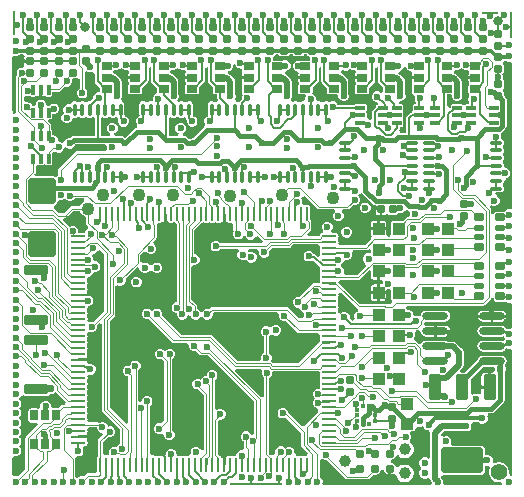
<source format=gtl>
G04*
G04 #@! TF.GenerationSoftware,Altium Limited,Altium Designer,22.11.1 (43)*
G04*
G04 Layer_Physical_Order=1*
G04 Layer_Color=255*
%FSLAX25Y25*%
%MOIN*%
G70*
G04*
G04 #@! TF.SameCoordinates,8C82D437-5C52-4462-93A3-0E09C5BBDBC0*
G04*
G04*
G04 #@! TF.FilePolarity,Positive*
G04*
G01*
G75*
%ADD13C,0.00787*%
%ADD17C,0.01968*%
G04:AMPARAMS|DCode=18|XSize=43.31mil|YSize=84.65mil|CornerRadius=4.33mil|HoleSize=0mil|Usage=FLASHONLY|Rotation=180.000|XOffset=0mil|YOffset=0mil|HoleType=Round|Shape=RoundedRectangle|*
%AMROUNDEDRECTD18*
21,1,0.04331,0.07598,0,0,180.0*
21,1,0.03465,0.08465,0,0,180.0*
1,1,0.00866,-0.01732,0.03799*
1,1,0.00866,0.01732,0.03799*
1,1,0.00866,0.01732,-0.03799*
1,1,0.00866,-0.01732,-0.03799*
%
%ADD18ROUNDEDRECTD18*%
G04:AMPARAMS|DCode=19|XSize=43.31mil|YSize=84.65mil|CornerRadius=4.33mil|HoleSize=0mil|Usage=FLASHONLY|Rotation=180.000|XOffset=0mil|YOffset=0mil|HoleType=Round|Shape=RoundedRectangle|*
%AMROUNDEDRECTD19*
21,1,0.04331,0.07599,0,0,180.0*
21,1,0.03465,0.08465,0,0,180.0*
1,1,0.00866,-0.01732,0.03799*
1,1,0.00866,0.01732,0.03799*
1,1,0.00866,0.01732,-0.03799*
1,1,0.00866,-0.01732,-0.03799*
%
%ADD19ROUNDEDRECTD19*%
G04:AMPARAMS|DCode=20|XSize=137.8mil|YSize=84.65mil|CornerRadius=8.47mil|HoleSize=0mil|Usage=FLASHONLY|Rotation=180.000|XOffset=0mil|YOffset=0mil|HoleType=Round|Shape=RoundedRectangle|*
%AMROUNDEDRECTD20*
21,1,0.13780,0.06772,0,0,180.0*
21,1,0.12087,0.08465,0,0,180.0*
1,1,0.01693,-0.06043,0.03386*
1,1,0.01693,0.06043,0.03386*
1,1,0.01693,0.06043,-0.03386*
1,1,0.01693,-0.06043,-0.03386*
%
%ADD20ROUNDEDRECTD20*%
%ADD21O,0.05118X0.00866*%
%ADD22O,0.00866X0.05118*%
G04:AMPARAMS|DCode=23|XSize=39.37mil|YSize=43.31mil|CornerRadius=3.94mil|HoleSize=0mil|Usage=FLASHONLY|Rotation=180.000|XOffset=0mil|YOffset=0mil|HoleType=Round|Shape=RoundedRectangle|*
%AMROUNDEDRECTD23*
21,1,0.03937,0.03543,0,0,180.0*
21,1,0.03150,0.04331,0,0,180.0*
1,1,0.00787,-0.01575,0.01772*
1,1,0.00787,0.01575,0.01772*
1,1,0.00787,0.01575,-0.01772*
1,1,0.00787,-0.01575,-0.01772*
%
%ADD23ROUNDEDRECTD23*%
G04:AMPARAMS|DCode=24|XSize=23.62mil|YSize=35.43mil|CornerRadius=2.36mil|HoleSize=0mil|Usage=FLASHONLY|Rotation=0.000|XOffset=0mil|YOffset=0mil|HoleType=Round|Shape=RoundedRectangle|*
%AMROUNDEDRECTD24*
21,1,0.02362,0.03071,0,0,0.0*
21,1,0.01890,0.03543,0,0,0.0*
1,1,0.00472,0.00945,-0.01535*
1,1,0.00472,-0.00945,-0.01535*
1,1,0.00472,-0.00945,0.01535*
1,1,0.00472,0.00945,0.01535*
%
%ADD24ROUNDEDRECTD24*%
G04:AMPARAMS|DCode=25|XSize=27.56mil|YSize=23.62mil|CornerRadius=2.36mil|HoleSize=0mil|Usage=FLASHONLY|Rotation=0.000|XOffset=0mil|YOffset=0mil|HoleType=Round|Shape=RoundedRectangle|*
%AMROUNDEDRECTD25*
21,1,0.02756,0.01890,0,0,0.0*
21,1,0.02284,0.02362,0,0,0.0*
1,1,0.00472,0.01142,-0.00945*
1,1,0.00472,-0.01142,-0.00945*
1,1,0.00472,-0.01142,0.00945*
1,1,0.00472,0.01142,0.00945*
%
%ADD25ROUNDEDRECTD25*%
G04:AMPARAMS|DCode=26|XSize=23.62mil|YSize=35.43mil|CornerRadius=2.36mil|HoleSize=0mil|Usage=FLASHONLY|Rotation=90.000|XOffset=0mil|YOffset=0mil|HoleType=Round|Shape=RoundedRectangle|*
%AMROUNDEDRECTD26*
21,1,0.02362,0.03071,0,0,90.0*
21,1,0.01890,0.03543,0,0,90.0*
1,1,0.00472,0.01535,0.00945*
1,1,0.00472,0.01535,-0.00945*
1,1,0.00472,-0.01535,-0.00945*
1,1,0.00472,-0.01535,0.00945*
%
%ADD26ROUNDEDRECTD26*%
G04:AMPARAMS|DCode=27|XSize=86.61mil|YSize=90.55mil|CornerRadius=8.66mil|HoleSize=0mil|Usage=FLASHONLY|Rotation=270.000|XOffset=0mil|YOffset=0mil|HoleType=Round|Shape=RoundedRectangle|*
%AMROUNDEDRECTD27*
21,1,0.08661,0.07323,0,0,270.0*
21,1,0.06929,0.09055,0,0,270.0*
1,1,0.01732,-0.03661,-0.03465*
1,1,0.01732,-0.03661,0.03465*
1,1,0.01732,0.03661,0.03465*
1,1,0.01732,0.03661,-0.03465*
%
%ADD27ROUNDEDRECTD27*%
%ADD28C,0.03150*%
G04:AMPARAMS|DCode=29|XSize=25.59mil|YSize=31.5mil|CornerRadius=2.56mil|HoleSize=0mil|Usage=FLASHONLY|Rotation=270.000|XOffset=0mil|YOffset=0mil|HoleType=Round|Shape=RoundedRectangle|*
%AMROUNDEDRECTD29*
21,1,0.02559,0.02638,0,0,270.0*
21,1,0.02047,0.03150,0,0,270.0*
1,1,0.00512,-0.01319,-0.01024*
1,1,0.00512,-0.01319,0.01024*
1,1,0.00512,0.01319,0.01024*
1,1,0.00512,0.01319,-0.01024*
%
%ADD29ROUNDEDRECTD29*%
G04:AMPARAMS|DCode=30|XSize=17.72mil|YSize=31.5mil|CornerRadius=1.77mil|HoleSize=0mil|Usage=FLASHONLY|Rotation=270.000|XOffset=0mil|YOffset=0mil|HoleType=Round|Shape=RoundedRectangle|*
%AMROUNDEDRECTD30*
21,1,0.01772,0.02795,0,0,270.0*
21,1,0.01417,0.03150,0,0,270.0*
1,1,0.00354,-0.01398,-0.00709*
1,1,0.00354,-0.01398,0.00709*
1,1,0.00354,0.01398,0.00709*
1,1,0.00354,0.01398,-0.00709*
%
%ADD30ROUNDEDRECTD30*%
G04:AMPARAMS|DCode=31|XSize=31.5mil|YSize=78.74mil|CornerRadius=3.15mil|HoleSize=0mil|Usage=FLASHONLY|Rotation=270.000|XOffset=0mil|YOffset=0mil|HoleType=Round|Shape=RoundedRectangle|*
%AMROUNDEDRECTD31*
21,1,0.03150,0.07244,0,0,270.0*
21,1,0.02520,0.07874,0,0,270.0*
1,1,0.00630,-0.03622,-0.01260*
1,1,0.00630,-0.03622,0.01260*
1,1,0.00630,0.03622,0.01260*
1,1,0.00630,0.03622,-0.01260*
%
%ADD31ROUNDEDRECTD31*%
%ADD32O,0.01181X0.04331*%
%ADD33O,0.04331X0.01181*%
G04:AMPARAMS|DCode=34|XSize=12.6mil|YSize=31.5mil|CornerRadius=1.26mil|HoleSize=0mil|Usage=FLASHONLY|Rotation=270.000|XOffset=0mil|YOffset=0mil|HoleType=Round|Shape=RoundedRectangle|*
%AMROUNDEDRECTD34*
21,1,0.01260,0.02898,0,0,270.0*
21,1,0.01008,0.03150,0,0,270.0*
1,1,0.00252,-0.01449,-0.00504*
1,1,0.00252,-0.01449,0.00504*
1,1,0.00252,0.01449,0.00504*
1,1,0.00252,0.01449,-0.00504*
%
%ADD34ROUNDEDRECTD34*%
%ADD35O,0.08661X0.02362*%
G04:AMPARAMS|DCode=36|XSize=12.6mil|YSize=31.5mil|CornerRadius=1.26mil|HoleSize=0mil|Usage=FLASHONLY|Rotation=0.000|XOffset=0mil|YOffset=0mil|HoleType=Round|Shape=RoundedRectangle|*
%AMROUNDEDRECTD36*
21,1,0.01260,0.02898,0,0,0.0*
21,1,0.01008,0.03150,0,0,0.0*
1,1,0.00252,0.00504,-0.01449*
1,1,0.00252,-0.00504,-0.01449*
1,1,0.00252,-0.00504,0.01449*
1,1,0.00252,0.00504,0.01449*
%
%ADD36ROUNDEDRECTD36*%
%ADD37R,0.01476X0.01378*%
%ADD38R,0.01378X0.01476*%
G04:AMPARAMS|DCode=39|XSize=39.37mil|YSize=43.31mil|CornerRadius=3.94mil|HoleSize=0mil|Usage=FLASHONLY|Rotation=90.000|XOffset=0mil|YOffset=0mil|HoleType=Round|Shape=RoundedRectangle|*
%AMROUNDEDRECTD39*
21,1,0.03937,0.03543,0,0,90.0*
21,1,0.03150,0.04331,0,0,90.0*
1,1,0.00787,0.01772,0.01575*
1,1,0.00787,0.01772,-0.01575*
1,1,0.00787,-0.01772,-0.01575*
1,1,0.00787,-0.01772,0.01575*
%
%ADD39ROUNDEDRECTD39*%
G04:AMPARAMS|DCode=40|XSize=27.56mil|YSize=23.62mil|CornerRadius=2.36mil|HoleSize=0mil|Usage=FLASHONLY|Rotation=270.000|XOffset=0mil|YOffset=0mil|HoleType=Round|Shape=RoundedRectangle|*
%AMROUNDEDRECTD40*
21,1,0.02756,0.01890,0,0,270.0*
21,1,0.02284,0.02362,0,0,270.0*
1,1,0.00472,-0.00945,-0.01142*
1,1,0.00472,-0.00945,0.01142*
1,1,0.00472,0.00945,0.01142*
1,1,0.00472,0.00945,-0.01142*
%
%ADD40ROUNDEDRECTD40*%
%ADD68R,0.05512X0.00787*%
%ADD69R,0.00787X0.06299*%
%ADD70R,0.00787X0.19291*%
%ADD71R,0.17717X0.00787*%
%ADD72R,0.36221X0.00787*%
%ADD73R,0.19685X0.00787*%
%ADD74R,0.00787X0.42126*%
%ADD75R,0.00787X0.08268*%
%ADD76R,0.00787X0.07874*%
%ADD77R,0.00787X0.48819*%
%ADD78R,0.00787X0.09055*%
%ADD79C,0.03100*%
%ADD80C,0.01181*%
%ADD81C,0.01575*%
%ADD82C,0.00492*%
%ADD83C,0.02362*%
%ADD84C,0.03900*%
%ADD85C,0.04331*%
%ADD86C,0.05512*%
G36*
X4168Y142971D02*
Y142879D01*
X3985Y142606D01*
X3921Y142283D01*
Y141831D01*
X5906D01*
Y140847D01*
X3921D01*
Y140394D01*
X3985Y140071D01*
X4159Y139811D01*
X4168Y139789D01*
Y139750D01*
X3556Y139220D01*
X3441Y139173D01*
X2797D01*
X2146Y138903D01*
X1648Y138405D01*
X1378Y137754D01*
Y137049D01*
X1530Y136682D01*
X1342Y136495D01*
X1158Y136218D01*
X1093Y135891D01*
Y124590D01*
X1158Y124264D01*
X735Y124039D01*
X0Y124582D01*
Y142601D01*
X787Y143127D01*
X829Y143110D01*
X1534D01*
X2185Y143380D01*
X2482Y143678D01*
X3520D01*
X4168Y142971D01*
D02*
G37*
G36*
X98079Y143614D02*
X98262Y143341D01*
X98536Y143158D01*
X98655Y143134D01*
X99009Y142617D01*
X99108Y142307D01*
X99016Y142085D01*
Y141380D01*
X98999Y141355D01*
X96102D01*
X95984Y141331D01*
X95670Y141461D01*
X94965D01*
X94314Y141191D01*
X93816Y140693D01*
X93546Y140042D01*
Y139337D01*
X93816Y138686D01*
X94314Y138187D01*
X94965Y137918D01*
X94999D01*
X95037Y137876D01*
X95348Y137130D01*
X95323Y137094D01*
X95259Y136772D01*
Y136319D01*
X97638D01*
Y135335D01*
X95259D01*
Y134882D01*
X95323Y134559D01*
X95406Y134436D01*
X95506Y134268D01*
X95506Y133645D01*
X95406Y133478D01*
X95323Y133354D01*
X95259Y133031D01*
Y131142D01*
X95323Y130819D01*
X95506Y130546D01*
X95780Y130363D01*
X96102Y130299D01*
X97511D01*
X97896Y129570D01*
X97627Y128919D01*
Y128563D01*
X97615Y128539D01*
X96993Y127998D01*
X96899Y127966D01*
X96850Y127976D01*
X96390Y127884D01*
X96012Y127632D01*
X95999Y127623D01*
X95143D01*
X95130Y127632D01*
X94752Y127884D01*
X94291Y127976D01*
X93831Y127884D01*
X93453Y127632D01*
X93440Y127623D01*
X93379D01*
X92725Y128411D01*
X92736Y128469D01*
X92988Y128721D01*
X93258Y129372D01*
Y130077D01*
X93092Y130478D01*
Y134477D01*
X92970Y135091D01*
X92622Y135612D01*
X92621Y135612D01*
X91468Y136765D01*
X90948Y137113D01*
X90805Y137299D01*
X90848Y137511D01*
X91249Y138087D01*
X91900Y138356D01*
X92398Y138855D01*
X92668Y139506D01*
Y140211D01*
X92398Y140862D01*
X91900Y141360D01*
X91249Y141630D01*
X90544D01*
X89893Y141360D01*
X89860Y141328D01*
X89724Y141355D01*
X86828D01*
X86811Y141380D01*
Y142085D01*
X86719Y142307D01*
X86817Y142617D01*
X87172Y143134D01*
X87291Y143158D01*
X87564Y143341D01*
X87747Y143614D01*
X87760Y143678D01*
X88618D01*
X88631Y143614D01*
X88813Y143341D01*
X89087Y143158D01*
X89409Y143094D01*
X91693D01*
X92015Y143158D01*
X92289Y143341D01*
X92472Y143614D01*
X92484Y143678D01*
X93342D01*
X93355Y143614D01*
X93538Y143341D01*
X93811Y143158D01*
X94134Y143094D01*
X96417D01*
X96740Y143158D01*
X97013Y143341D01*
X97196Y143614D01*
X97209Y143678D01*
X98067D01*
X98079Y143614D01*
D02*
G37*
G36*
X150121Y138712D02*
X150178Y138656D01*
X150829Y138386D01*
X151533D01*
X151575Y138403D01*
X152199Y137917D01*
Y137385D01*
X152099Y137218D01*
X152016Y137094D01*
X151952Y136772D01*
Y136319D01*
X154331D01*
Y135335D01*
X151952D01*
Y134882D01*
X152016Y134559D01*
X152099Y134436D01*
X152199Y134268D01*
X152199Y133645D01*
X152099Y133478D01*
X152016Y133354D01*
X151952Y133031D01*
Y131142D01*
X152016Y130819D01*
X152199Y130546D01*
X152203Y129709D01*
X152190Y129677D01*
X151933Y129058D01*
Y128353D01*
X152162Y127802D01*
X152146Y127724D01*
Y127022D01*
X151504D01*
X151224Y126966D01*
X151043Y126846D01*
X150949Y126808D01*
X150232Y126808D01*
X150137Y126846D01*
X149957Y126966D01*
X149677Y127022D01*
X146780D01*
X146500Y126966D01*
X146263Y126808D01*
X146105Y126571D01*
X146049Y126291D01*
Y126114D01*
X145726Y125865D01*
X144938Y126253D01*
Y130299D01*
X145680D01*
X146407Y130077D01*
Y129372D01*
X146677Y128721D01*
X147176Y128223D01*
X147827Y127953D01*
X148531D01*
X149183Y128223D01*
X149681Y128721D01*
X149951Y129372D01*
Y130077D01*
X149785Y130478D01*
Y134477D01*
X149663Y135091D01*
X149314Y135612D01*
X149314Y135612D01*
X148161Y136765D01*
X147641Y137113D01*
X147217Y137198D01*
X147042Y137913D01*
X147627Y138408D01*
X147679Y138386D01*
X148384D01*
X149035Y138656D01*
X149092Y138712D01*
X149606Y139099D01*
X150121Y138712D01*
D02*
G37*
G36*
X102933Y139463D02*
Y134646D01*
X103010Y134262D01*
X103227Y133936D01*
X104708Y132455D01*
Y131142D01*
X104772Y130819D01*
X104955Y130546D01*
X105229Y130363D01*
X105551Y130299D01*
X107885D01*
X108612Y130077D01*
Y129372D01*
X108882Y128721D01*
X109380Y128223D01*
X110031Y127953D01*
X110736D01*
X111387Y128223D01*
X111886Y128721D01*
X112155Y129372D01*
Y130077D01*
X111989Y130478D01*
Y134477D01*
X111867Y135091D01*
X111519Y135612D01*
X111519Y135612D01*
X110366Y136765D01*
X109845Y137113D01*
X109444Y137952D01*
X109498Y138121D01*
X110251Y138397D01*
X110791Y138173D01*
X111495D01*
X112147Y138443D01*
X112612Y138908D01*
X112993Y138528D01*
X113644Y138258D01*
X114249D01*
X114304Y138176D01*
X114404Y138008D01*
Y137385D01*
X114304Y137218D01*
X114221Y137094D01*
X114157Y136772D01*
Y136319D01*
X116535D01*
Y135335D01*
X114157D01*
Y134882D01*
X114221Y134559D01*
X114304Y134436D01*
X114404Y134268D01*
X114404Y133645D01*
X114304Y133478D01*
X114221Y133354D01*
X114157Y133031D01*
Y131142D01*
X114221Y130819D01*
X114404Y130546D01*
X114677Y130363D01*
X115000Y130299D01*
X118071D01*
X118393Y130363D01*
X118667Y130546D01*
X118850Y130819D01*
X118914Y131142D01*
Y132455D01*
X120690Y134231D01*
X120907Y134557D01*
X120984Y134941D01*
X120984Y139082D01*
X121771Y139503D01*
X121831Y139463D01*
Y134646D01*
X121907Y134262D01*
X122125Y133936D01*
X123606Y132455D01*
Y131194D01*
X123486Y131090D01*
X122867Y130819D01*
X122657Y131029D01*
X122006Y131299D01*
X121301D01*
X120650Y131029D01*
X120152Y130531D01*
X119882Y129880D01*
Y129175D01*
X120152Y128524D01*
X120650Y128026D01*
X121301Y127756D01*
X121630D01*
X121706Y126989D01*
X121697Y126966D01*
X121460Y126808D01*
X121301Y126571D01*
X121246Y126291D01*
Y126111D01*
X120157Y125022D01*
X119939Y124696D01*
X119863Y124312D01*
Y122202D01*
X119075Y121775D01*
X118742Y121913D01*
X118660D01*
X118505Y122052D01*
X118119Y122700D01*
X118124Y122724D01*
Y123732D01*
X118069Y124012D01*
X117910Y124251D01*
Y124765D01*
X118069Y125004D01*
X118124Y125284D01*
Y126291D01*
X118069Y126571D01*
X117910Y126808D01*
X117673Y126966D01*
X117394Y127022D01*
X114496D01*
X114216Y126966D01*
X113979Y126808D01*
X113968Y126791D01*
X108476D01*
X108320Y127168D01*
X107822Y127666D01*
X107171Y127936D01*
X106466D01*
X105815Y127666D01*
X105737Y127588D01*
X105379Y127623D01*
X104988Y127884D01*
X104527Y127976D01*
X104067Y127884D01*
X103689Y127632D01*
X103676Y127623D01*
X102820D01*
X102807Y127632D01*
X102429Y127884D01*
X101969Y127976D01*
X101897Y127962D01*
X101796Y127997D01*
X101192Y128514D01*
X101170Y128559D01*
Y128919D01*
X100900Y129570D01*
X100402Y130069D01*
X100379Y130078D01*
X99952Y130819D01*
X100016Y131142D01*
Y132455D01*
X101792Y134231D01*
X102010Y134557D01*
X102086Y134941D01*
Y139082D01*
X102874Y139503D01*
X102933Y139463D01*
D02*
G37*
G36*
X65138Y139463D02*
X65138Y134646D01*
X65215Y134262D01*
X65432Y133936D01*
X66913Y132455D01*
Y131142D01*
X66977Y130819D01*
X67160Y130546D01*
X67433Y130363D01*
X67756Y130299D01*
X68288D01*
Y129134D01*
X68364Y128750D01*
X68410Y128682D01*
X68416Y128491D01*
X68289Y127906D01*
X68180Y127713D01*
X68059Y127632D01*
X68046Y127623D01*
X67190D01*
X67177Y127632D01*
X66799Y127884D01*
X66338Y127976D01*
X65878Y127884D01*
X65487Y127623D01*
X65226Y127233D01*
X65134Y126772D01*
Y123622D01*
X65226Y123161D01*
X65157Y122933D01*
X64745Y122762D01*
X64246Y122263D01*
X63976Y121612D01*
Y120907D01*
X64187Y120399D01*
X64200Y120122D01*
X63961Y119428D01*
X63769Y119299D01*
X60218Y115748D01*
X60081D01*
X59559Y115532D01*
X58635D01*
X58115Y116052D01*
X57659Y116357D01*
X57122Y116464D01*
X56914D01*
X56757Y117251D01*
X57106Y117396D01*
X57604Y117894D01*
X57874Y118545D01*
Y119250D01*
X57604Y119901D01*
X57106Y120400D01*
X56455Y120669D01*
X55750D01*
X55099Y120400D01*
X54600Y119901D01*
X54331Y119250D01*
Y118545D01*
X54600Y117894D01*
X55099Y117396D01*
X55447Y117251D01*
X55291Y116464D01*
X52185D01*
Y122407D01*
X52596Y122619D01*
X52972Y122715D01*
X53279Y122510D01*
X53740Y122418D01*
X54201Y122510D01*
X54532Y122731D01*
X54580Y122762D01*
X55020Y122767D01*
X55459Y122762D01*
X55508Y122731D01*
X55838Y122510D01*
X56299Y122418D01*
X56760Y122510D01*
X57067Y122715D01*
X57579Y122585D01*
X57870Y122430D01*
X57931Y122125D01*
X58148Y121799D01*
X58071Y121612D01*
Y120907D01*
X58341Y120256D01*
X58839Y119758D01*
X59490Y119488D01*
X60195D01*
X60846Y119758D01*
X61344Y120256D01*
X61614Y120907D01*
Y121612D01*
X61344Y122263D01*
X60846Y122762D01*
X60649Y122843D01*
X60189Y123059D01*
X60062Y123622D01*
Y126772D01*
X59971Y127233D01*
X59710Y127623D01*
X59319Y127884D01*
X58858Y127976D01*
X58397Y127884D01*
X58020Y127632D01*
X58007Y127623D01*
X57151D01*
X57138Y127632D01*
X56760Y127884D01*
X56299Y127976D01*
X55838Y127884D01*
X55517Y127669D01*
X55327Y127708D01*
X54885Y128356D01*
X54883Y128411D01*
X55193Y128721D01*
X55462Y129372D01*
Y130077D01*
X55297Y130478D01*
Y134477D01*
X55297Y134477D01*
X55174Y135091D01*
X54826Y135612D01*
X54826Y135612D01*
X53673Y136765D01*
X53673Y136765D01*
X53152Y137113D01*
X52729Y137198D01*
X52554Y137913D01*
X53139Y138408D01*
X53191Y138386D01*
X53896D01*
X54547Y138656D01*
X54604Y138712D01*
X55118Y139099D01*
X55633Y138712D01*
X55689Y138656D01*
X56340Y138386D01*
X57045D01*
X57087Y138403D01*
X57711Y137917D01*
Y137385D01*
X57611Y137218D01*
X57528Y137094D01*
X57464Y136772D01*
Y136319D01*
X59842D01*
Y135335D01*
X57464D01*
Y134882D01*
X57528Y134559D01*
X57611Y134436D01*
X57711Y134268D01*
Y133645D01*
X57611Y133478D01*
X57528Y133354D01*
X57464Y133031D01*
Y131142D01*
X57528Y130819D01*
X57711Y130546D01*
X57984Y130363D01*
X58307Y130299D01*
X61378D01*
X61700Y130363D01*
X61974Y130546D01*
X62157Y130819D01*
X62221Y131142D01*
Y132455D01*
X63997Y134231D01*
X64214Y134557D01*
X64291Y134941D01*
X64291Y139082D01*
X65078Y139503D01*
X65138Y139463D01*
D02*
G37*
G36*
X46240Y139463D02*
Y134646D01*
X46317Y134262D01*
X46534Y133936D01*
X48015Y132455D01*
Y131142D01*
X48079Y130819D01*
X47618Y130242D01*
X47120Y129744D01*
X46850Y129093D01*
Y128561D01*
X46832Y128522D01*
X46418Y128108D01*
X46178Y127953D01*
X46063Y127976D01*
X45602Y127884D01*
X45224Y127632D01*
X45211Y127623D01*
X44356D01*
X44342Y127632D01*
X43965Y127884D01*
X43504Y127976D01*
X43043Y127884D01*
X42652Y127623D01*
X42391Y127233D01*
X42300Y126772D01*
Y123622D01*
X42391Y123161D01*
X42322Y122933D01*
X41910Y122762D01*
X41412Y122263D01*
X41142Y121612D01*
Y120907D01*
X41412Y120256D01*
X41660Y120007D01*
X41503Y119451D01*
X41351Y119203D01*
X40899Y119113D01*
X40444Y118808D01*
X37492Y115857D01*
X37296Y116052D01*
X36840Y116357D01*
X36303Y116464D01*
X34080D01*
X33923Y117251D01*
X34271Y117396D01*
X34770Y117894D01*
X35039Y118545D01*
Y119250D01*
X34770Y119901D01*
X34271Y120400D01*
X33620Y120669D01*
X32915D01*
X32264Y120400D01*
X31766Y119901D01*
X31496Y119250D01*
Y118545D01*
X31766Y117894D01*
X32264Y117396D01*
X32612Y117251D01*
X32456Y116464D01*
X29350D01*
Y122407D01*
X29761Y122619D01*
X30137Y122715D01*
X30445Y122510D01*
X30906Y122418D01*
X31366Y122510D01*
X31697Y122731D01*
X31745Y122762D01*
X32185Y122767D01*
X32625Y122762D01*
X32673Y122731D01*
X33004Y122510D01*
X33465Y122418D01*
X33925Y122510D01*
X34233Y122715D01*
X34744Y122585D01*
X35036Y122430D01*
X35096Y122125D01*
X35314Y121799D01*
X35236Y121612D01*
Y120907D01*
X35506Y120256D01*
X36004Y119758D01*
X36656Y119488D01*
X37360D01*
X38011Y119758D01*
X38510Y120256D01*
X38780Y120907D01*
Y121612D01*
X38510Y122263D01*
X38011Y122762D01*
X37815Y122843D01*
X37354Y123059D01*
X37228Y123622D01*
Y126772D01*
X37136Y127233D01*
X36875Y127623D01*
X36537Y127849D01*
X36476Y127922D01*
X36295Y128721D01*
X36565Y129372D01*
Y130077D01*
X36399Y130478D01*
Y134477D01*
X36277Y135091D01*
X35929Y135612D01*
X35929Y135612D01*
X34776Y136765D01*
X34255Y137113D01*
X33811Y137202D01*
X33628Y137553D01*
Y137917D01*
X34251Y138403D01*
X34293Y138386D01*
X34998D01*
X35649Y138656D01*
X35706Y138712D01*
X36220Y139099D01*
X36735Y138712D01*
X36792Y138656D01*
X37443Y138386D01*
X38148D01*
X38190Y138403D01*
X38813Y137917D01*
Y137385D01*
X38713Y137218D01*
X38631Y137094D01*
X38566Y136772D01*
Y136319D01*
X40945D01*
Y135335D01*
X38566D01*
Y134882D01*
X38631Y134559D01*
X38713Y134436D01*
X38813Y134268D01*
X38813Y133645D01*
X38713Y133478D01*
X38631Y133354D01*
X38566Y133031D01*
Y131142D01*
X38631Y130819D01*
X38813Y130546D01*
X39087Y130363D01*
X39409Y130299D01*
X42480D01*
X42803Y130363D01*
X43076Y130546D01*
X43259Y130819D01*
X43323Y131142D01*
Y132455D01*
X45099Y134231D01*
X45317Y134557D01*
X45393Y134941D01*
Y139082D01*
X46181Y139503D01*
X46240Y139463D01*
D02*
G37*
G36*
X24981Y137868D02*
X25632Y137598D01*
X26337D01*
X26555Y137689D01*
X27343Y137194D01*
Y134646D01*
X27419Y134262D01*
X27637Y133936D01*
X29118Y132455D01*
Y131633D01*
X29100Y131136D01*
X28388Y130905D01*
X27737Y130636D01*
X27238Y130137D01*
X26969Y129486D01*
Y128901D01*
X26001Y127933D01*
X25787Y127976D01*
X25326Y127884D01*
X24996Y127663D01*
X24947Y127631D01*
X24508Y127627D01*
X24068Y127631D01*
X24020Y127663D01*
X23689Y127884D01*
X23228Y127976D01*
X22768Y127884D01*
X22390Y127632D01*
X22377Y127623D01*
X21521Y127623D01*
X21508Y127632D01*
X21130Y127884D01*
X20669Y127976D01*
X20208Y127884D01*
X19818Y127623D01*
X19557Y127233D01*
X19059Y126966D01*
X19053Y126969D01*
X18348D01*
X17697Y126699D01*
X17199Y126200D01*
X16929Y125549D01*
Y124845D01*
X16979Y124725D01*
X17077Y123913D01*
X16578Y123414D01*
X16308Y122763D01*
Y122058D01*
X16578Y121407D01*
X17077Y120909D01*
X17728Y120639D01*
X18433D01*
X19084Y120909D01*
X19582Y121407D01*
X19768Y121857D01*
X19928Y122094D01*
X20639Y122424D01*
X20669Y122418D01*
X21130Y122510D01*
X21508Y122762D01*
X21521Y122771D01*
X22377Y122771D01*
X22390Y122762D01*
X22768Y122510D01*
X23228Y122418D01*
X23689Y122510D01*
X24020Y122730D01*
X24068Y122762D01*
X24508Y122767D01*
X24947Y122762D01*
X24996Y122730D01*
X25326Y122510D01*
X25787Y122418D01*
X26248Y122510D01*
X26555Y122715D01*
X26932Y122619D01*
X27343Y122407D01*
Y116464D01*
X20390D01*
X19853Y116357D01*
X19397Y116052D01*
X19092Y115748D01*
X18742D01*
X18091Y115478D01*
X17593Y114980D01*
X17323Y114329D01*
Y114249D01*
X16535Y113923D01*
X16358Y114100D01*
X15707Y114370D01*
X15059Y114608D01*
X15059Y115313D01*
X14789Y115964D01*
X14291Y116463D01*
X13640Y116732D01*
X13242D01*
Y117787D01*
X13187Y118067D01*
X13028Y118304D01*
X12861Y118416D01*
Y119919D01*
X12796Y120245D01*
X12611Y120522D01*
X11887Y121246D01*
X12213Y122033D01*
X12512D01*
X12791Y122089D01*
X13028Y122247D01*
X13187Y122484D01*
X13242Y122764D01*
Y123564D01*
X13329Y123622D01*
X14033D01*
X14685Y123892D01*
X15183Y124390D01*
X15453Y125041D01*
Y125746D01*
X15183Y126397D01*
X14685Y126896D01*
X14033Y127165D01*
X13329D01*
X12677Y126896D01*
X12226Y126444D01*
X11449Y126535D01*
X11220Y127124D01*
X10951Y127775D01*
X10452Y128274D01*
X9801Y128543D01*
X9096D01*
X8445Y128274D01*
X7947Y127775D01*
X7677Y127124D01*
X7400Y126409D01*
X6950Y126392D01*
X6558D01*
X6351Y126892D01*
X5853Y127390D01*
X5201Y127660D01*
X4497D01*
X3783Y128216D01*
Y129297D01*
X4570Y129805D01*
X4766Y129724D01*
X5471D01*
X5784Y129854D01*
X5869Y129727D01*
X6106Y129569D01*
X6386Y129514D01*
X7394D01*
X7609Y129556D01*
X7673Y129569D01*
X8169Y129664D01*
X8665Y129569D01*
X8729Y129556D01*
X8945Y129514D01*
X8957D01*
Y131693D01*
X9941D01*
Y129514D01*
X9953D01*
X10168Y129556D01*
X10232Y129569D01*
X10728Y129664D01*
X11224Y129569D01*
X11288Y129556D01*
X11504Y129514D01*
X12512D01*
X12791Y129569D01*
X13028Y129727D01*
X13187Y129964D01*
X13242Y130244D01*
Y131037D01*
X15354D01*
X15681Y131102D01*
X15958Y131287D01*
X17607Y132936D01*
X17758Y132874D01*
X18463D01*
X19114Y133144D01*
X19612Y133642D01*
X19882Y134293D01*
Y134998D01*
X20293Y135614D01*
X21220D01*
X21543Y135678D01*
X21588Y135708D01*
X22317Y135411D01*
X22375Y135359D01*
Y132273D01*
X22225Y132211D01*
X21726Y131712D01*
X21457Y131061D01*
Y130356D01*
X21726Y129705D01*
X22225Y129207D01*
X22876Y128937D01*
X23581D01*
X24232Y129207D01*
X24730Y129705D01*
X25000Y130356D01*
Y131061D01*
X24730Y131712D01*
X24232Y132211D01*
X24081Y132273D01*
Y137654D01*
X24869Y137980D01*
X24981Y137868D01*
D02*
G37*
G36*
X74487Y139666D02*
X74985Y139168D01*
X75637Y138898D01*
X76362Y138622D01*
X76426Y138300D01*
X76508Y138176D01*
X76609Y138008D01*
Y137385D01*
X76508Y137218D01*
X76426Y137094D01*
X76362Y136772D01*
Y136319D01*
X78740D01*
Y135335D01*
X76362D01*
Y134882D01*
X76426Y134559D01*
X76509Y134436D01*
X76609Y134268D01*
Y133645D01*
X76509Y133478D01*
X76426Y133354D01*
X76362Y133031D01*
Y131142D01*
X76426Y130819D01*
X76609Y130546D01*
X76674Y129892D01*
X76404Y129241D01*
Y128536D01*
X76404Y128536D01*
X75941Y128073D01*
X75723Y127747D01*
X75296Y127595D01*
X74924Y127620D01*
X74806Y127664D01*
X74477Y127884D01*
X74385Y127902D01*
X74090Y128721D01*
X74360Y129372D01*
Y130077D01*
X74194Y130478D01*
Y134477D01*
X74072Y135091D01*
X73724Y135612D01*
X73724Y135612D01*
X72571Y136765D01*
X72050Y137113D01*
X71920Y137139D01*
X71998Y137927D01*
X72072D01*
X72723Y138196D01*
X73222Y138695D01*
X73491Y139346D01*
Y140051D01*
X74219Y140314D01*
X74487Y139666D01*
D02*
G37*
G36*
X131188Y139427D02*
X131426Y138852D01*
X131924Y138354D01*
X132576Y138084D01*
X132957D01*
X133172Y137636D01*
X133253Y137303D01*
X133201Y137218D01*
X133119Y137094D01*
X133055Y136772D01*
Y136319D01*
X135433D01*
Y135335D01*
X133055D01*
Y134882D01*
X133119Y134559D01*
X133202Y134436D01*
X133301Y134268D01*
Y133645D01*
X133202Y133478D01*
X133119Y133354D01*
X133055Y133031D01*
Y131142D01*
X133119Y130819D01*
X133301Y130546D01*
X133575Y130363D01*
X133613Y130356D01*
X134043Y129751D01*
X134106Y129511D01*
X134055Y129388D01*
Y128683D01*
X134325Y128032D01*
X134547Y127809D01*
X134436Y127022D01*
X134181D01*
X133902Y126966D01*
X133665Y126808D01*
X133506Y126571D01*
X133450Y126291D01*
Y125284D01*
X133506Y125004D01*
X133163Y124249D01*
X133147Y124232D01*
X133071D01*
X132687Y124155D01*
X132361Y123938D01*
X131539Y123116D01*
X131321Y122790D01*
X131245Y122406D01*
Y117547D01*
X129302D01*
X129057Y117917D01*
X128937Y118334D01*
X129077Y118543D01*
X129153Y118927D01*
Y119435D01*
X129598D01*
X129878Y119490D01*
X130115Y119649D01*
X130273Y119886D01*
X130329Y120165D01*
Y121173D01*
X130273Y121453D01*
X130115Y121692D01*
Y122206D01*
X130273Y122445D01*
X130329Y122724D01*
Y123732D01*
X130273Y124012D01*
X130115Y124251D01*
Y124765D01*
X130273Y125004D01*
X130329Y125284D01*
Y126291D01*
X130273Y126571D01*
X130115Y126808D01*
X129878Y126966D01*
X129598Y127022D01*
X128862D01*
X128704Y127225D01*
X128791Y127508D01*
X129274Y127953D01*
X129634D01*
X130285Y128223D01*
X130783Y128721D01*
X131053Y129372D01*
Y130077D01*
X130887Y130478D01*
Y134477D01*
X130887Y134477D01*
X130765Y135091D01*
X130417Y135612D01*
X130417Y135612D01*
X129264Y136765D01*
X128743Y137113D01*
X128667Y137297D01*
X129013Y138084D01*
X129664Y138354D01*
X130163Y138852D01*
X130401Y139427D01*
X130795Y139467D01*
X131188Y139427D01*
D02*
G37*
G36*
X31496Y112951D02*
Y112246D01*
X31527Y112172D01*
X31001Y111384D01*
X21597D01*
X21270Y111320D01*
X20994Y111135D01*
X15471Y105612D01*
X15286Y105335D01*
X15221Y105009D01*
Y103271D01*
X15071Y103209D01*
X14572Y102710D01*
X14391Y102655D01*
X14072Y102868D01*
X13504Y102981D01*
X7633D01*
X7331Y103709D01*
X7493Y103870D01*
X7678Y104147D01*
X7743Y104474D01*
Y106502D01*
X8148Y106733D01*
X8504Y106841D01*
X8665Y106735D01*
X8945Y106679D01*
X9953D01*
X10232Y106735D01*
X10471Y106893D01*
X10985D01*
X11224Y106735D01*
X11504Y106679D01*
X12512D01*
X12791Y106735D01*
X13028Y106893D01*
X13187Y107130D01*
X13242Y107410D01*
Y110307D01*
X13241Y110315D01*
X13650Y110969D01*
X13797Y111091D01*
X14351Y111097D01*
X15002Y110827D01*
X15707D01*
X16358Y111097D01*
X16856Y111595D01*
X17126Y112246D01*
Y112326D01*
X17913Y112652D01*
X18091Y112475D01*
X18742Y112205D01*
X19447D01*
X20098Y112475D01*
X20596Y112973D01*
X20812Y113494D01*
X20972Y113654D01*
X30935D01*
X31496Y112951D01*
D02*
G37*
G36*
X164514Y141344D02*
X165002Y141142D01*
X165707D01*
X165748Y141159D01*
X166535Y140633D01*
Y104684D01*
X165748Y104527D01*
X165577Y104941D01*
X165078Y105439D01*
X164573Y105649D01*
X164408Y105744D01*
X163999Y106496D01*
X163908Y106957D01*
X163655Y107335D01*
X163647Y107348D01*
Y108203D01*
X163655Y108217D01*
X163908Y108594D01*
X163999Y109055D01*
X163908Y109516D01*
X163655Y109894D01*
X163647Y109907D01*
Y110762D01*
X163655Y110776D01*
X163908Y111153D01*
X163999Y111614D01*
X163908Y112075D01*
X163655Y112453D01*
X163647Y112466D01*
Y113321D01*
X163655Y113335D01*
X163908Y113712D01*
X163999Y114173D01*
X163908Y114634D01*
X163647Y115025D01*
X163256Y115286D01*
X162990Y115784D01*
X162992Y115789D01*
Y116494D01*
X162978Y116528D01*
X162854Y117251D01*
X163300Y117609D01*
X164281Y118590D01*
X164585Y119046D01*
X164692Y119583D01*
Y122704D01*
X164764Y122876D01*
Y123581D01*
X164692Y123753D01*
Y128445D01*
X164585Y128982D01*
X164281Y129438D01*
X163796Y129923D01*
Y130669D01*
X163732Y130992D01*
X163558Y131252D01*
X163549Y131274D01*
Y132112D01*
X163558Y132134D01*
X163732Y132394D01*
X163796Y132717D01*
Y134606D01*
X163732Y134929D01*
X163549Y135202D01*
X163455Y135265D01*
X163583Y135573D01*
Y136278D01*
X163547Y136363D01*
X163321Y136939D01*
X163549Y137239D01*
X163732Y137512D01*
X163796Y137835D01*
Y139724D01*
X163732Y140047D01*
X163558Y140307D01*
X163549Y140329D01*
Y141124D01*
X164248Y141380D01*
X164514Y141344D01*
D02*
G37*
G36*
X23933Y95456D02*
X23956Y95368D01*
X23682Y94434D01*
X23505Y94331D01*
X22992Y93818D01*
X22629Y93190D01*
X22572Y92979D01*
X19727D01*
X19400Y92914D01*
X19124Y92729D01*
X17060Y90666D01*
X15661D01*
X13957Y92369D01*
X13993Y92835D01*
X14128Y93232D01*
X14554Y93517D01*
X14876Y93999D01*
X14966Y94453D01*
X15171Y94660D01*
X15777Y94970D01*
X15803Y94959D01*
X16508D01*
X17159Y95229D01*
X17789Y95453D01*
X18288Y94955D01*
X18939Y94685D01*
X19644D01*
X20295Y94955D01*
X20793Y95453D01*
X20856Y95604D01*
X23831D01*
X23933Y95456D01*
D02*
G37*
G36*
X116626Y97198D02*
X120035Y93790D01*
X120490Y93485D01*
X121028Y93379D01*
X121061Y93339D01*
X121047Y93268D01*
Y92618D01*
X122835D01*
Y92126D01*
X123327D01*
Y90141D01*
X123779D01*
X124102Y90205D01*
X124362Y90379D01*
X124384Y90388D01*
X125222D01*
X125244Y90379D01*
X125504Y90205D01*
X125827Y90141D01*
X127717D01*
X128039Y90205D01*
X128313Y90388D01*
X128495Y90662D01*
X128504Y90666D01*
X128781Y90551D01*
X129486D01*
X130137Y90821D01*
X130636Y91319D01*
X130685Y91439D01*
X131593Y91768D01*
X131987Y91690D01*
X132289Y91326D01*
X132501Y90874D01*
X132480Y90823D01*
Y90118D01*
X131924Y89404D01*
X131661D01*
X131335Y89339D01*
X131058Y89154D01*
X130112Y88208D01*
X127165D01*
X126781Y88132D01*
X126456Y87914D01*
X126238Y87589D01*
X126162Y87205D01*
Y83662D01*
X126169Y83625D01*
X125715Y82929D01*
X125394Y82873D01*
X125073Y82929D01*
X124618Y83625D01*
X124626Y83662D01*
Y84941D01*
X122047D01*
X119469D01*
Y83662D01*
X119545Y83277D01*
X119763Y82952D01*
X119636Y82089D01*
X117534Y79987D01*
X109071D01*
X108634Y80655D01*
X108616Y80774D01*
X108681Y81102D01*
X108602Y81502D01*
X108376Y81840D01*
Y82333D01*
X108602Y82671D01*
X108681Y83071D01*
X108602Y83470D01*
X108376Y83809D01*
X108037Y84035D01*
X107638Y84115D01*
X106607D01*
X106281Y84902D01*
X106423Y85044D01*
X106693Y85695D01*
Y86400D01*
X106423Y87051D01*
X105925Y87550D01*
X105274Y87819D01*
X104569D01*
X103918Y87550D01*
X103420Y87051D01*
X103150Y86400D01*
Y85695D01*
X103420Y85044D01*
X103562Y84902D01*
X103459Y84440D01*
X103261Y84090D01*
X102986Y84035D01*
X102648Y83809D01*
X102422Y83470D01*
X102383Y83274D01*
X102048Y82940D01*
X98347D01*
X98045Y83667D01*
X99335Y84957D01*
X99520Y85233D01*
X99585Y85560D01*
Y87624D01*
X99520Y87950D01*
X99335Y88227D01*
X99174Y88388D01*
Y92579D01*
X99094Y92978D01*
X98868Y93317D01*
X98529Y93543D01*
X98130Y93622D01*
X97730Y93543D01*
X97392Y93317D01*
X97264Y93317D01*
X96653Y93900D01*
Y94604D01*
X96384Y95255D01*
X96180Y95459D01*
X96565Y96188D01*
X97335Y96341D01*
X101513Y92163D01*
X101790Y91978D01*
X102116Y91913D01*
X107276D01*
X107351Y91786D01*
X107518Y91125D01*
X107159Y90767D01*
X106890Y90116D01*
Y89411D01*
X107159Y88760D01*
X107658Y88262D01*
X108309Y87992D01*
X109014D01*
X109665Y88262D01*
X110163Y88760D01*
X110433Y89411D01*
Y90116D01*
X110163Y90767D01*
X109805Y91125D01*
X109972Y91786D01*
X110047Y91913D01*
X111663D01*
X111990Y91978D01*
X112267Y92163D01*
X113572Y93468D01*
X113722Y93406D01*
X114427D01*
X115078Y93675D01*
X115577Y94174D01*
X115846Y94825D01*
Y95530D01*
X115577Y96181D01*
X115202Y96555D01*
X115675Y97028D01*
X115720Y97137D01*
X116609Y97224D01*
X116626Y97198D01*
D02*
G37*
G36*
X166535Y103190D02*
Y92438D01*
X165748Y91912D01*
X165707Y91929D01*
X165002D01*
X164351Y91659D01*
X163852Y91161D01*
X163851Y91158D01*
X161279D01*
X160949Y91093D01*
X160669Y90906D01*
X160482Y90626D01*
X160450Y90461D01*
X159662Y90539D01*
Y91851D01*
X159597Y92178D01*
X159412Y92454D01*
X159112Y92755D01*
X159613Y93334D01*
X160265Y93065D01*
X160969D01*
X161620Y93334D01*
X162119Y93833D01*
X162389Y94484D01*
Y95189D01*
X162119Y95840D01*
X161620Y96338D01*
X161376Y96439D01*
X160971Y97285D01*
X160972Y97394D01*
X161064Y97615D01*
X162795D01*
X163256Y97706D01*
X163647Y97967D01*
X163908Y98358D01*
X163999Y98819D01*
X163908Y99280D01*
X163655Y99657D01*
X163647Y99671D01*
Y100526D01*
X163655Y100540D01*
X163908Y100917D01*
X163999Y101378D01*
X164408Y102130D01*
X164573Y102226D01*
X165078Y102435D01*
X165577Y102934D01*
X165748Y103347D01*
X166535Y103190D01*
D02*
G37*
G36*
X51378Y87425D02*
X51624Y87589D01*
X52116Y87589D01*
X52455Y87363D01*
X52854Y87283D01*
X53254Y87363D01*
X53592Y87589D01*
X54085Y87589D01*
X54423Y87363D01*
X54493Y87349D01*
X54716Y87126D01*
Y60980D01*
X54470D01*
X53819Y60710D01*
X53321Y60212D01*
X53051Y59561D01*
Y58856D01*
X53321Y58205D01*
X53819Y57706D01*
X54470Y57437D01*
X54528D01*
X54830Y57329D01*
Y56624D01*
X55100Y55973D01*
X55598Y55474D01*
X56249Y55205D01*
X56954D01*
X57605Y55474D01*
X58104Y55973D01*
X58374Y56624D01*
X58449Y56668D01*
X58520Y56673D01*
X58637Y56665D01*
X59358Y56369D01*
X59522Y55973D01*
X60020Y55474D01*
X60671Y55205D01*
X61376D01*
X62027Y55474D01*
X62525Y55973D01*
X62566Y56070D01*
X63418D01*
X63459Y55973D01*
X63957Y55474D01*
X64608Y55205D01*
X65313D01*
X65964Y55474D01*
X66463Y55973D01*
X66732Y56624D01*
Y57329D01*
X67460Y57616D01*
X88259D01*
X88816Y56902D01*
Y56197D01*
X89086Y55546D01*
X89584Y55048D01*
X90235Y54778D01*
X90940D01*
X91090Y54840D01*
X94959Y50972D01*
X95236Y50787D01*
X95562Y50722D01*
X101953D01*
X102390Y50054D01*
X102407Y49935D01*
X102342Y49606D01*
X102422Y49207D01*
X102648Y48868D01*
X102648Y48376D01*
X102422Y48037D01*
X102383Y47841D01*
X95208Y40666D01*
X86891D01*
X86651Y40906D01*
X86148Y41516D01*
X86417Y42167D01*
Y42872D01*
X86148Y43523D01*
X85649Y44022D01*
X85499Y44084D01*
Y49617D01*
X85649Y49679D01*
X86148Y50178D01*
X86932Y50015D01*
X87443Y49803D01*
X88148D01*
X88799Y50073D01*
X89297Y50571D01*
X89567Y51222D01*
Y51927D01*
X89297Y52578D01*
X88799Y53077D01*
X88148Y53347D01*
X87443D01*
X86792Y53077D01*
X86293Y52578D01*
X85509Y52741D01*
X84998Y52953D01*
X84293D01*
X83642Y52683D01*
X83144Y52185D01*
X82874Y51534D01*
Y50829D01*
X83144Y50178D01*
X83642Y49679D01*
X83793Y49617D01*
Y44084D01*
X83642Y44022D01*
X83144Y43523D01*
X82874Y42872D01*
Y42167D01*
X82317Y41453D01*
X74883D01*
X66373Y49963D01*
X66096Y50148D01*
X65770Y50213D01*
X56111D01*
X49741Y56584D01*
X49803Y56734D01*
Y57439D01*
X49533Y58090D01*
X49035Y58588D01*
X48384Y58858D01*
X47679D01*
X47028Y58588D01*
X46971Y58532D01*
X46457Y58145D01*
X45942Y58532D01*
X45885Y58588D01*
X45234Y58858D01*
X44530D01*
X43878Y58588D01*
X43380Y58090D01*
X43110Y57439D01*
Y56734D01*
X43380Y56083D01*
X43878Y55585D01*
X44530Y55315D01*
X45234D01*
X45385Y55377D01*
X52989Y47773D01*
X53266Y47588D01*
X53592Y47523D01*
X58302D01*
X58858Y46809D01*
Y46104D01*
X59128Y45453D01*
X59626Y44955D01*
X60277Y44685D01*
X60982D01*
X61133Y44747D01*
X62340Y43540D01*
X62616Y43356D01*
X62943Y43291D01*
X65135D01*
X80409Y28016D01*
Y16975D01*
X79659Y16825D01*
X79540Y17016D01*
X79458Y17214D01*
X78959Y17712D01*
X78308Y17982D01*
X77603D01*
X76952Y17712D01*
X76454Y17214D01*
X76184Y16563D01*
Y15858D01*
X76454Y15207D01*
X76952Y14708D01*
X77103Y14646D01*
Y12639D01*
X77168Y12312D01*
X77178Y12297D01*
X76884Y11836D01*
X76681Y11623D01*
X76043D01*
X75392Y11353D01*
X74894Y10855D01*
X74624Y10204D01*
Y10057D01*
X74508Y9961D01*
X74108Y9882D01*
X73770Y9655D01*
X73277Y9655D01*
X72939Y9882D01*
X72539Y9961D01*
X72140Y9882D01*
X71801Y9655D01*
X71309Y9655D01*
X71063Y9820D01*
Y6791D01*
X70079D01*
Y9820D01*
X69833Y9655D01*
X69340Y9655D01*
X69002Y9882D01*
X68805Y9921D01*
X68383Y10343D01*
Y21289D01*
X68939Y21850D01*
X69644D01*
X70295Y22120D01*
X70793Y22618D01*
X71063Y23270D01*
Y23974D01*
X70793Y24626D01*
X70295Y25124D01*
X69644Y25394D01*
X68939D01*
X68288Y25124D01*
X68176Y25012D01*
X67388Y25338D01*
Y35050D01*
X67539Y35112D01*
X68037Y35611D01*
X68307Y36262D01*
Y36967D01*
X68037Y37618D01*
X67539Y38116D01*
X66888Y38386D01*
X66183D01*
X65532Y38116D01*
X65034Y37618D01*
X64764Y36967D01*
Y36367D01*
X64165D01*
X63513Y36098D01*
X63015Y35599D01*
X62868Y35244D01*
X62711Y35212D01*
X62060Y35482D01*
X61355D01*
X60704Y35212D01*
X60206Y34714D01*
X59936Y34063D01*
Y33358D01*
X60206Y32707D01*
X60704Y32209D01*
X61355Y31939D01*
X61767D01*
X63714Y29992D01*
Y11926D01*
X63560Y11813D01*
X62626Y12011D01*
X62128Y12509D01*
X61476Y12779D01*
X60772D01*
X60120Y12509D01*
X59622Y12011D01*
X59352Y11360D01*
Y10655D01*
X59368Y10617D01*
X58790Y9955D01*
X58760Y9961D01*
X58360Y9882D01*
X58022Y9655D01*
X57529Y9655D01*
X57191Y9882D01*
X56791Y9961D01*
X56392Y9882D01*
X56053Y9655D01*
X55561D01*
X55222Y9882D01*
X54823Y9961D01*
X54641Y10702D01*
X54371Y11353D01*
X53873Y11852D01*
X53222Y12121D01*
X52517D01*
X51866Y11852D01*
X51367Y11353D01*
X51098Y10702D01*
X50886Y9961D01*
X50486Y9882D01*
X50148Y9655D01*
X49655Y9655D01*
X49317Y9882D01*
X48917Y9961D01*
X48518Y9882D01*
X48179Y9655D01*
X47687Y9655D01*
X47348Y9882D01*
X46949Y9961D01*
X46621Y9896D01*
X46501Y9913D01*
X45833Y10350D01*
Y26429D01*
X45885Y26451D01*
X46384Y26949D01*
X46654Y27600D01*
Y28305D01*
X46384Y28956D01*
X45885Y29455D01*
X45234Y29724D01*
X44530D01*
X43878Y29455D01*
X43380Y28956D01*
X43110Y28305D01*
Y27948D01*
X42595Y27704D01*
X41896Y28183D01*
Y38240D01*
X41948Y38262D01*
X42447Y38760D01*
X42717Y39411D01*
Y40116D01*
X42447Y40767D01*
X41948Y41266D01*
X41297Y41535D01*
X40593D01*
X39941Y41266D01*
X39443Y40767D01*
X39347Y40537D01*
X39014Y39823D01*
X38309D01*
X37658Y39553D01*
X37159Y39055D01*
X36890Y38404D01*
Y37699D01*
X37159Y37048D01*
X37658Y36549D01*
X38309Y36279D01*
X38665D01*
Y20652D01*
X37937Y20351D01*
X32398Y25890D01*
Y54786D01*
X34068Y56455D01*
X34253Y56732D01*
X34318Y57059D01*
Y66296D01*
X34529Y66474D01*
X35105Y66729D01*
X35573Y66535D01*
X36278D01*
X36929Y66805D01*
X37427Y67304D01*
X37697Y67955D01*
Y68660D01*
X37635Y68810D01*
X41535Y72711D01*
X42323Y72385D01*
Y72088D01*
X42593Y71437D01*
X43091Y70939D01*
X43742Y70669D01*
X44447D01*
X45098Y70939D01*
X45596Y71437D01*
X45637Y71535D01*
X46489D01*
X46530Y71437D01*
X47028Y70939D01*
X47679Y70669D01*
X48384D01*
X49035Y70939D01*
X49533Y71437D01*
X49803Y72088D01*
Y72793D01*
X49533Y73444D01*
X49035Y73943D01*
X48384Y74213D01*
X47679D01*
X47028Y73943D01*
X46530Y73444D01*
X46489Y73347D01*
X45637D01*
X45596Y73444D01*
X45098Y73943D01*
X44447Y74213D01*
X43742D01*
X43350Y74050D01*
X42676Y74426D01*
X42592Y74524D01*
Y76777D01*
X43663Y77848D01*
X44561Y77737D01*
X45059Y77238D01*
X45711Y76968D01*
X46415D01*
X47067Y77238D01*
X47565Y77737D01*
X47835Y78388D01*
Y79093D01*
X47565Y79744D01*
X47067Y80242D01*
X46955Y81140D01*
X47798Y81983D01*
X47983Y82260D01*
X48048Y82586D01*
Y85139D01*
X48048Y85139D01*
Y86729D01*
X48048Y86730D01*
X48227Y86971D01*
X48673Y87332D01*
X48917Y87283D01*
X49317Y87363D01*
X49655Y87589D01*
X50148Y87589D01*
X50394Y87425D01*
Y90453D01*
X51378D01*
Y87425D01*
D02*
G37*
G36*
X71063D02*
X71309Y87589D01*
X71801Y87589D01*
X72140Y87363D01*
X72539Y87283D01*
X72868Y87348D01*
X72987Y87331D01*
X73655Y86894D01*
Y84856D01*
X73694Y84662D01*
X73425Y84014D01*
Y83309D01*
X73695Y82658D01*
X74193Y82160D01*
X74844Y81890D01*
X75549D01*
X76200Y82160D01*
X76699Y82658D01*
X76832Y82979D01*
X77680Y82968D01*
X77829Y82608D01*
X78327Y82110D01*
X78978Y81840D01*
X79683D01*
X80334Y82110D01*
X80833Y82608D01*
X80871Y82702D01*
X81800Y82887D01*
X83345Y81342D01*
X83345Y81315D01*
X83103Y80555D01*
X69384D01*
X69321Y80705D01*
X68823Y81204D01*
X68172Y81473D01*
X67467D01*
X66816Y81204D01*
X66317Y80705D01*
X66048Y80054D01*
Y79349D01*
X66317Y78698D01*
X66816Y78200D01*
X67467Y77930D01*
X68172D01*
X68823Y78200D01*
X69321Y78698D01*
X69384Y78849D01*
X75256D01*
X75556Y78061D01*
X75270Y77775D01*
X75000Y77124D01*
Y76419D01*
X75270Y75768D01*
X75768Y75270D01*
X76419Y75000D01*
X77124D01*
X77189Y75027D01*
X78078Y74940D01*
X78576Y74442D01*
X79227Y74172D01*
X79932D01*
X80583Y74442D01*
X81081Y74940D01*
X81351Y75591D01*
Y76296D01*
X81081Y76947D01*
X80583Y77446D01*
X79932Y77715D01*
X79227D01*
X79162Y77688D01*
X78680Y77736D01*
X78456Y78061D01*
X78870Y78849D01*
X81623D01*
X82149Y78061D01*
X82087Y77912D01*
Y77207D01*
X82356Y76556D01*
X82855Y76057D01*
X83506Y75787D01*
X84211D01*
X84862Y76057D01*
X85360Y76556D01*
X85630Y77207D01*
Y77912D01*
X85568Y78062D01*
X86574Y79068D01*
X92126D01*
X92452Y79133D01*
X92729Y79318D01*
X93660Y80249D01*
X101953D01*
X102390Y79582D01*
X102407Y79462D01*
X102342Y79134D01*
X102422Y78734D01*
X102648Y78396D01*
X102648Y77903D01*
X102422Y77565D01*
X102342Y77165D01*
X102422Y76766D01*
X102503Y76644D01*
X101892Y76142D01*
X101247Y76786D01*
X100922Y77004D01*
X100538Y77080D01*
X100446D01*
X100321Y77381D01*
X99822Y77880D01*
X99171Y78150D01*
X98466D01*
X97815Y77880D01*
X97317Y77381D01*
X97047Y76730D01*
Y76025D01*
X97317Y75374D01*
X97815Y74876D01*
X98466Y74606D01*
X99171D01*
X99822Y74876D01*
X100606Y74589D01*
X102409Y72786D01*
X102648Y71998D01*
X102422Y71659D01*
X102342Y71260D01*
X102422Y70860D01*
X102648Y70522D01*
X102648Y70029D01*
X102422Y69691D01*
X102342Y69291D01*
X102422Y68892D01*
X102648Y68553D01*
X102648Y68061D01*
X102422Y67722D01*
X102254Y67339D01*
X101604Y67339D01*
X100386D01*
X100060Y67274D01*
X99783Y67089D01*
X95390Y62697D01*
X94923D01*
X94272Y62427D01*
X93774Y61929D01*
X93504Y61278D01*
Y60573D01*
X93774Y59922D01*
X94272Y59423D01*
X94923Y59153D01*
X95628D01*
X96024Y58465D01*
X96104Y58273D01*
X96602Y57775D01*
X97240Y57510D01*
X97047Y57045D01*
Y56340D01*
X96491Y55627D01*
X95431D01*
X91986Y59072D01*
X91709Y59257D01*
X91382Y59322D01*
X66453D01*
X66127Y59257D01*
X65850Y59072D01*
X65464Y58686D01*
X65313Y58748D01*
X64608D01*
X63957Y58478D01*
X63459Y57980D01*
X63418Y57882D01*
X62566D01*
X62525Y57980D01*
X62027Y58478D01*
X61581Y58663D01*
Y59581D01*
X61516Y59908D01*
X61331Y60184D01*
X59613Y61903D01*
Y72848D01*
X60277Y73425D01*
X60982D01*
X61633Y73695D01*
X62132Y74193D01*
X62402Y74844D01*
Y75549D01*
X62132Y76200D01*
X61633Y76699D01*
X60982Y76968D01*
X60597D01*
Y85021D01*
X62900Y87324D01*
X63096Y87363D01*
X63435Y87589D01*
X63927Y87589D01*
X64266Y87363D01*
X64665Y87283D01*
X65065Y87363D01*
X65403Y87589D01*
X65896Y87589D01*
X66234Y87363D01*
X66634Y87283D01*
X67033Y87363D01*
X67372Y87589D01*
X67864Y87589D01*
X68203Y87363D01*
X68602Y87283D01*
X69002Y87363D01*
X69340Y87589D01*
X69833Y87589D01*
X70079Y87425D01*
Y90453D01*
X71063D01*
Y87425D01*
D02*
G37*
G36*
X22629Y91062D02*
X22992Y90434D01*
X23505Y89921D01*
X24133Y89558D01*
X24344Y89502D01*
Y87427D01*
X24409Y87101D01*
X24594Y86824D01*
X25137Y86281D01*
X25025Y85383D01*
X24527Y84884D01*
X24257Y84233D01*
X24086Y84093D01*
X23976Y84115D01*
X21970D01*
X21850Y84293D01*
Y84998D01*
X21581Y85649D01*
X21082Y86148D01*
X20431Y86417D01*
X19726D01*
X19075Y86148D01*
X18432Y86503D01*
X16702Y88232D01*
X17003Y88960D01*
X17414D01*
X17740Y89025D01*
X18017Y89210D01*
X20080Y91273D01*
X22572D01*
X22629Y91062D01*
D02*
G37*
G36*
X119469Y78480D02*
Y77614D01*
X119021Y77314D01*
X118316D01*
X117665Y77044D01*
X117166Y76546D01*
X116897Y75895D01*
Y75190D01*
X117166Y74539D01*
X117665Y74041D01*
X117776Y73142D01*
X114778Y70144D01*
X110969D01*
X110433Y70907D01*
Y71612D01*
X110163Y72263D01*
X109665Y72762D01*
X109567Y72802D01*
Y73655D01*
X109665Y73695D01*
X110163Y74193D01*
X110433Y74844D01*
X110819Y75102D01*
X111065Y75000D01*
X111770D01*
X112421Y75270D01*
X112919Y75768D01*
X113189Y76419D01*
Y77124D01*
X113036Y77494D01*
X113397Y78193D01*
X113497Y78281D01*
X117887D01*
X118214Y78346D01*
X118491Y78531D01*
X118741Y78782D01*
X119469Y78480D01*
D02*
G37*
G36*
X119469Y71394D02*
Y69488D01*
X119545Y69104D01*
X119763Y68779D01*
X120088Y68561D01*
X120472Y68485D01*
X121555D01*
Y71260D01*
X122539D01*
Y68485D01*
X123143D01*
X123640Y67705D01*
X123547Y67478D01*
Y66948D01*
X122539D01*
Y64665D01*
X124626D01*
Y65127D01*
X124966Y65354D01*
X125671D01*
X126162Y65026D01*
Y62402D01*
X126238Y62018D01*
X126456Y61692D01*
X126555Y60926D01*
X126086Y60351D01*
X124468D01*
X124417Y60385D01*
X124091Y60449D01*
X115717D01*
X108641Y67526D01*
X108616Y67651D01*
X108634Y67771D01*
X109071Y68438D01*
X115131D01*
X115458Y68503D01*
X115735Y68688D01*
X118741Y71695D01*
X119469Y71394D01*
D02*
G37*
G36*
X114761Y58993D02*
X115038Y58808D01*
X115093Y58798D01*
X115173Y57979D01*
X114744Y57801D01*
X114246Y57303D01*
X113976Y56652D01*
Y55947D01*
X114098Y55653D01*
X113688Y54905D01*
X113087Y54867D01*
X112402Y55553D01*
X112402Y55553D01*
Y56258D01*
X112132Y56909D01*
X111634Y57407D01*
X110982Y57677D01*
X110277D01*
X109626Y57407D01*
X109431Y57212D01*
X108953Y57383D01*
X108666Y57560D01*
X108602Y57880D01*
X108376Y58218D01*
X108376Y58711D01*
X108602Y59049D01*
X108681Y59449D01*
X108602Y59848D01*
X108376Y60187D01*
X108376Y60679D01*
X108602Y61018D01*
X108681Y61417D01*
X108602Y61817D01*
X108376Y62155D01*
X108376Y62648D01*
X108602Y62986D01*
X108681Y63386D01*
X108602Y63785D01*
X108596Y63795D01*
X108692Y63950D01*
X109689Y64065D01*
X114761Y58993D01*
D02*
G37*
G36*
X30579Y77059D02*
Y58163D01*
X26881Y54465D01*
X26730Y54528D01*
X26026D01*
X25502Y54311D01*
X25245Y54413D01*
X24941Y55112D01*
X25020Y55512D01*
X24941Y55911D01*
X24714Y56250D01*
Y56742D01*
X24941Y57081D01*
X25020Y57480D01*
X24941Y57880D01*
X24714Y58218D01*
X24714Y58711D01*
X24941Y59049D01*
X25020Y59449D01*
X25181Y59645D01*
X25549D01*
X26200Y59915D01*
X26698Y60413D01*
X26968Y61064D01*
Y61769D01*
X26698Y62420D01*
X26200Y62919D01*
X25549Y63188D01*
X25182D01*
X25020Y63386D01*
X24941Y63785D01*
X24714Y64124D01*
X24714Y64616D01*
X24941Y64955D01*
X25020Y65354D01*
X24941Y65754D01*
X24714Y66092D01*
X24714Y66585D01*
X24941Y66923D01*
X25020Y67323D01*
X24941Y67722D01*
X24714Y68061D01*
X24714Y68553D01*
X24941Y68892D01*
X25020Y69291D01*
X25169Y69473D01*
X25358D01*
X26009Y69743D01*
X26508Y70241D01*
X26633Y70545D01*
X27207Y71063D01*
X27911D01*
X28563Y71333D01*
X29061Y71831D01*
X29331Y72482D01*
Y73187D01*
X29061Y73838D01*
X28563Y74337D01*
X27911Y74606D01*
X27696D01*
X27148Y74786D01*
X26969Y75334D01*
Y75549D01*
X26699Y76200D01*
X26550Y76349D01*
X26876Y77137D01*
X27031D01*
X27682Y77406D01*
X28181Y77905D01*
X28309Y78215D01*
X29178Y78460D01*
X30579Y77059D01*
D02*
G37*
G36*
X160416Y62396D02*
Y62067D01*
X160482Y61737D01*
X160669Y61457D01*
X160949Y61270D01*
X161279Y61204D01*
X163917D01*
X164189Y61258D01*
X164351Y61097D01*
X165002Y60827D01*
X165707D01*
X165748Y60844D01*
X166535Y60318D01*
Y52674D01*
X165748Y52148D01*
X165707Y52165D01*
X165002D01*
X164652Y52021D01*
X164269Y52594D01*
X163683Y52986D01*
X162992Y53123D01*
X156693D01*
X156001Y52986D01*
X155415Y52594D01*
X155024Y52008D01*
X154886Y51317D01*
X155024Y50625D01*
X155415Y50039D01*
X156001Y49648D01*
X156693Y49510D01*
X162992D01*
X163683Y49648D01*
X163755Y49626D01*
X163852Y49390D01*
X163909Y49333D01*
X164296Y48819D01*
X163909Y48305D01*
X163852Y48248D01*
X163753Y48007D01*
X163683Y47986D01*
X162992Y48123D01*
X156693D01*
X156001Y47986D01*
X155415Y47594D01*
X155024Y47008D01*
X154886Y46317D01*
X155024Y45625D01*
X155415Y45039D01*
X156001Y44648D01*
X156693Y44510D01*
X162992D01*
X163683Y44648D01*
X164269Y45039D01*
X164655Y45616D01*
X165002Y45472D01*
X165707D01*
X165748Y45490D01*
X166535Y44963D01*
Y4176D01*
X165748Y3636D01*
X165514Y3727D01*
X165511Y3740D01*
X165551Y3890D01*
Y4771D01*
X165323Y5622D01*
X164883Y6385D01*
X164260Y7008D01*
X163496Y7449D01*
X162645Y7677D01*
X161764D01*
X160913Y7449D01*
X160631Y7286D01*
X160006Y7835D01*
X160039Y7915D01*
Y8620D01*
X159770Y9271D01*
X159271Y9770D01*
X158620Y10039D01*
X157915D01*
X157508Y10311D01*
Y11654D01*
X157397Y12214D01*
X157079Y12690D01*
X156604Y13007D01*
X156043Y13119D01*
X146574D01*
X146132Y13906D01*
X146260Y14214D01*
Y14919D01*
X145990Y15571D01*
X145492Y16069D01*
X144841Y16339D01*
X144136D01*
X143731Y16171D01*
X143031Y16439D01*
X142871Y16569D01*
X142816Y16923D01*
X143972Y18079D01*
X150428D01*
X150829Y17913D01*
X151533D01*
X152185Y18183D01*
X152683Y18681D01*
X152953Y19333D01*
Y20037D01*
X152874Y20227D01*
X153386Y21014D01*
X155344D01*
X155642Y20717D01*
X156293Y20447D01*
X156998D01*
X157649Y20717D01*
X158148Y21215D01*
X158417Y21866D01*
Y22571D01*
X158185Y23131D01*
X158339Y23541D01*
X158564Y23918D01*
X159655D01*
X160192Y24025D01*
X160648Y24330D01*
X163592Y27274D01*
X163896Y27729D01*
X164003Y28267D01*
Y37482D01*
X164100Y37579D01*
X164370Y38230D01*
Y38935D01*
X164100Y39586D01*
X164136Y39951D01*
X164269Y40040D01*
X164661Y40626D01*
X164798Y41317D01*
X164661Y42008D01*
X164269Y42594D01*
X163683Y42986D01*
X162992Y43123D01*
X156693D01*
X156001Y42986D01*
X155415Y42594D01*
X155024Y42008D01*
X154961Y41692D01*
X150789Y37520D01*
X149494D01*
X149193Y38248D01*
X149954Y39009D01*
X149954Y39009D01*
X150302Y39530D01*
X150425Y40145D01*
Y43341D01*
X150591Y43742D01*
Y44447D01*
X150321Y45098D01*
X149822Y45596D01*
X149422Y45762D01*
X147807Y47377D01*
X147286Y47725D01*
X146672Y47847D01*
X146672Y47847D01*
X144993D01*
X144785Y47986D01*
X144094Y48123D01*
X137795D01*
X137104Y47986D01*
X136518Y47594D01*
X136360Y47359D01*
X135420Y47186D01*
X134731Y47875D01*
X134454Y48060D01*
X134128Y48125D01*
X134078D01*
X133752Y48912D01*
X133941Y49101D01*
X134211Y49752D01*
Y50457D01*
X134040Y50870D01*
X134349Y51508D01*
X134501Y51657D01*
X134900D01*
X135226Y51722D01*
X135272Y51753D01*
X135978Y51334D01*
X135989Y51321D01*
X135988Y51317D01*
X136126Y50625D01*
X136518Y50039D01*
X137104Y49648D01*
X137795Y49510D01*
X140452D01*
Y51317D01*
Y53123D01*
X137795D01*
X137706Y53105D01*
X137510Y53240D01*
X137105Y53789D01*
X137118Y53853D01*
X137127Y53884D01*
X137795Y54510D01*
X144094D01*
X144785Y54648D01*
X145371Y55040D01*
X145763Y55625D01*
X145900Y56317D01*
X145763Y57008D01*
X145371Y57594D01*
X144785Y57986D01*
X144094Y58123D01*
X137795D01*
X137104Y57986D01*
X136518Y57594D01*
X136126Y57008D01*
X136045Y56599D01*
X135716Y56398D01*
X135336Y56241D01*
X135229Y56228D01*
X134703Y56446D01*
X133998Y56446D01*
X133621Y57142D01*
X133392Y57696D01*
X132893Y58195D01*
X132242Y58465D01*
X131584D01*
X131129Y59083D01*
X131269Y59537D01*
X131464Y59826D01*
X156849D01*
X157175Y59891D01*
X157452Y60076D01*
X159412Y62036D01*
X159597Y62313D01*
X159629Y62474D01*
X160416Y62396D01*
D02*
G37*
G36*
X29708Y53851D02*
Y25129D01*
X29773Y24802D01*
X29958Y24525D01*
X35761Y18722D01*
Y13769D01*
X35611Y13707D01*
X35112Y13208D01*
X34211Y12795D01*
X33506D01*
X32855Y12526D01*
X32356Y12027D01*
X32087Y11376D01*
Y10671D01*
X32183Y10440D01*
X31731Y10007D01*
X31558Y9890D01*
X31201Y9961D01*
X30873Y9896D01*
X30753Y9913D01*
X30085Y10350D01*
Y14330D01*
X31861Y16106D01*
X32012Y16043D01*
X32717D01*
X33368Y16313D01*
X33866Y16811D01*
X34136Y17463D01*
Y18167D01*
X33866Y18819D01*
X33368Y19317D01*
X32717Y19587D01*
X32012D01*
X31868Y19527D01*
X31693Y19644D01*
X31423Y20295D01*
X30925Y20793D01*
X30274Y21063D01*
X29569D01*
X29008Y20831D01*
X28954Y20867D01*
X28628Y20932D01*
X25409D01*
X24972Y21600D01*
X24955Y21719D01*
X25020Y22047D01*
X24941Y22447D01*
X24714Y22785D01*
X24714Y23278D01*
X24941Y23616D01*
X25020Y24016D01*
X24941Y24415D01*
X24714Y24754D01*
X24714Y25246D01*
X24941Y25585D01*
X25020Y25984D01*
X24941Y26384D01*
X24714Y26722D01*
X24714Y27215D01*
X24941Y27553D01*
X25020Y27953D01*
X24941Y28352D01*
X24714Y28691D01*
X24714Y29183D01*
X24941Y29522D01*
X25020Y29921D01*
X24941Y30321D01*
X24714Y30659D01*
X24714Y31152D01*
X24941Y31490D01*
X25020Y31890D01*
X24941Y32289D01*
X24714Y32628D01*
Y33120D01*
X24941Y33459D01*
X25020Y33858D01*
X24941Y34258D01*
X24714Y34596D01*
X24714Y35089D01*
X24941Y35427D01*
X25020Y35827D01*
X24941Y36226D01*
X24923Y36252D01*
X25445Y36888D01*
X25632Y36811D01*
X26337D01*
X26988Y37081D01*
X27486Y37579D01*
X27756Y38230D01*
Y38935D01*
X27486Y39586D01*
X26988Y40085D01*
X26337Y40354D01*
X25632D01*
X25325Y40528D01*
X24985Y41240D01*
X21850D01*
Y42224D01*
X24879D01*
X24714Y42470D01*
X24714Y42963D01*
X24941Y43301D01*
X25020Y43701D01*
X24941Y44100D01*
X24714Y44439D01*
X24714Y44931D01*
X24941Y45270D01*
X25020Y45669D01*
X24941Y46069D01*
X24714Y46407D01*
X24714Y46900D01*
X24941Y47238D01*
X25020Y47638D01*
X24941Y48037D01*
X24714Y48376D01*
X24714Y48868D01*
X24941Y49207D01*
X25020Y49606D01*
X24941Y50006D01*
X24862Y50124D01*
X24973Y50804D01*
X25377Y51138D01*
X25730Y51107D01*
X26026Y50984D01*
X26730D01*
X27382Y51254D01*
X27880Y51752D01*
X28150Y52403D01*
Y53108D01*
X28087Y53259D01*
X28980Y54152D01*
X29708Y53851D01*
D02*
G37*
G36*
X160827Y38935D02*
Y38270D01*
X160825Y38227D01*
X160269Y37520D01*
X159547D01*
Y32677D01*
X159055D01*
Y32185D01*
X156279D01*
Y30675D01*
X155940Y30459D01*
X155492Y30286D01*
X154947Y30512D01*
X154243D01*
X153591Y30242D01*
X153563Y30214D01*
X152776Y30540D01*
Y35533D01*
X156753Y39510D01*
X160213D01*
X160827Y38935D01*
D02*
G37*
G36*
X14308Y30991D02*
X17675Y27625D01*
X17349Y26837D01*
X16732D01*
X16406Y26772D01*
X16129Y26588D01*
X15148Y25607D01*
X13622D01*
X13461Y25575D01*
X13075Y25836D01*
X13010Y25893D01*
X12795Y26153D01*
Y26730D01*
X12526Y27382D01*
X12027Y27880D01*
X11376Y28150D01*
X10671D01*
X10020Y27880D01*
X9522Y27382D01*
X9252Y26730D01*
Y26026D01*
X8673Y25367D01*
X8644Y25362D01*
X8441Y25485D01*
X8354Y25543D01*
X8031Y25607D01*
X6142D01*
X5819Y25543D01*
X5546Y25360D01*
X5363Y25086D01*
X5299Y24764D01*
Y21693D01*
X5363Y21370D01*
X5546Y21097D01*
X5819Y20914D01*
X6142Y20850D01*
X7979D01*
X8084Y20730D01*
X8354Y20111D01*
X4564Y16322D01*
X4379Y16045D01*
X4314Y15719D01*
Y5521D01*
X1684Y2890D01*
X1534Y2953D01*
X829D01*
X787Y2936D01*
X0Y3462D01*
Y9137D01*
X787Y9663D01*
X829Y9646D01*
X1534D01*
X2185Y9915D01*
X2683Y10414D01*
X2953Y11065D01*
Y11770D01*
X2683Y12421D01*
X2626Y12478D01*
X2239Y12992D01*
X2626Y13507D01*
X2683Y13563D01*
X2953Y14215D01*
Y14919D01*
X2683Y15571D01*
X2626Y15627D01*
X2239Y16142D01*
X2626Y16656D01*
X2683Y16713D01*
X2953Y17364D01*
Y18069D01*
X2683Y18720D01*
X2626Y18777D01*
X2239Y19291D01*
X2626Y19806D01*
X2683Y19863D01*
X2953Y20514D01*
Y21219D01*
X2683Y21870D01*
X2626Y21927D01*
X2239Y22441D01*
X2626Y22955D01*
X2683Y23012D01*
X2953Y23663D01*
Y24368D01*
X2683Y25019D01*
X2626Y25076D01*
X2239Y25591D01*
X2626Y26105D01*
X2683Y26162D01*
X2953Y26813D01*
Y27518D01*
X2683Y28169D01*
X2626Y28226D01*
X2239Y28740D01*
X2626Y29255D01*
X2683Y29311D01*
X2841Y29694D01*
X3193Y29825D01*
X3610Y29909D01*
X3714Y29900D01*
X3899Y29777D01*
X4252Y29707D01*
X11496D01*
X11849Y29777D01*
X12149Y29977D01*
X12349Y30277D01*
X12356Y30311D01*
X12640Y30463D01*
X13344D01*
X13996Y30732D01*
X14259Y30996D01*
X14308Y30991D01*
D02*
G37*
G36*
X83163Y37976D02*
X83071Y37754D01*
Y37049D01*
X83341Y36398D01*
X83744Y35994D01*
Y29526D01*
X83078Y29279D01*
X82957Y29273D01*
X74254Y37976D01*
X74580Y38763D01*
X82670D01*
X83163Y37976D01*
D02*
G37*
G36*
X102342Y37795D02*
X102422Y37396D01*
X102648Y37057D01*
X102648Y36565D01*
X102422Y36226D01*
X102342Y35827D01*
X102422Y35427D01*
X102648Y35089D01*
X102648Y34596D01*
X102422Y34258D01*
X102342Y33858D01*
X102422Y33459D01*
X102648Y33120D01*
X102648Y32628D01*
X102422Y32289D01*
X102389Y32123D01*
X102321Y32087D01*
X101616D01*
X100965Y31817D01*
X100467Y31319D01*
X100197Y30667D01*
Y29963D01*
X100467Y29311D01*
X100848Y28930D01*
X100383Y28465D01*
X100113Y27814D01*
Y27109D01*
X100383Y26458D01*
X100881Y25960D01*
X101532Y25690D01*
X101656D01*
X101912Y25373D01*
X101954Y24547D01*
X97478Y20071D01*
X97354Y19885D01*
X97083Y19761D01*
X96464Y19662D01*
X91929Y24196D01*
Y24368D01*
X91659Y25019D01*
X91161Y25518D01*
X90510Y25787D01*
X89805D01*
X89154Y25518D01*
X88656Y25019D01*
X88386Y24368D01*
Y23663D01*
X88656Y23012D01*
X89154Y22514D01*
X89805Y22244D01*
X90510D01*
X91161Y22514D01*
X91180Y22533D01*
X96203Y17509D01*
Y13380D01*
X96268Y13054D01*
X96453Y12777D01*
X98550Y10680D01*
X98162Y9955D01*
X98130Y9961D01*
X97730Y9882D01*
X97392Y9655D01*
X96899Y9655D01*
X96561Y9882D01*
X96161Y9961D01*
X95762Y9882D01*
X95423Y9655D01*
X94931D01*
X94592Y9882D01*
X94526Y9895D01*
X94018Y10625D01*
X93995Y10724D01*
Y11376D01*
X93725Y12027D01*
X93227Y12526D01*
X92576Y12795D01*
X91871D01*
X91220Y12526D01*
X90846Y12152D01*
X90374Y12624D01*
X89723Y12894D01*
X89018D01*
X88367Y12624D01*
X87869Y12126D01*
X87599Y11474D01*
Y10770D01*
X87133Y10051D01*
X86743Y9892D01*
X86656Y9894D01*
X86319Y9961D01*
X86307Y9959D01*
X86259Y9991D01*
X86110Y10020D01*
X85450Y10680D01*
Y35736D01*
X85846Y35900D01*
X86344Y36398D01*
X86614Y37049D01*
Y37754D01*
X86762Y37976D01*
X102194D01*
X102342Y37795D01*
D02*
G37*
G36*
X137193Y19121D02*
X137230Y19031D01*
X137729Y18533D01*
X138380Y18263D01*
X138746D01*
X138893Y18181D01*
X138909Y18169D01*
X139300Y17657D01*
X139343Y17536D01*
X139292Y17275D01*
X139292Y17275D01*
Y9210D01*
X138504Y8883D01*
X138405Y8982D01*
X137754Y9252D01*
X137049D01*
X136398Y8982D01*
X135900Y8484D01*
X135630Y7833D01*
Y7128D01*
X135900Y6477D01*
X136177Y6200D01*
X136320Y5709D01*
X136177Y5218D01*
X135900Y4941D01*
X135630Y4289D01*
Y3585D01*
X135900Y2933D01*
X136398Y2435D01*
X137049Y2165D01*
X137754D01*
X138405Y2435D01*
X138504Y2534D01*
X139292Y2208D01*
Y2123D01*
X139292Y2123D01*
X139414Y1508D01*
X139762Y987D01*
X139962Y787D01*
X139958Y717D01*
X139452Y0D01*
X103855D01*
X103329Y787D01*
X103346Y829D01*
Y1534D01*
X103077Y2185D01*
X102578Y2683D01*
X102428Y2745D01*
Y8507D01*
X103215Y8828D01*
X103487Y8557D01*
X104138Y8287D01*
X104730D01*
X110815Y2202D01*
X111091Y2017D01*
X111418Y1952D01*
X118159D01*
X118486Y2017D01*
X118763Y2202D01*
X120002Y3441D01*
X120362Y3293D01*
X121213D01*
X122000Y3619D01*
X122602Y4221D01*
X122894Y4925D01*
X123287Y4968D01*
X123681Y4925D01*
X123973Y4221D01*
X124575Y3619D01*
X125295Y3320D01*
Y5433D01*
X126279D01*
Y3320D01*
X127000Y3619D01*
X127066Y3684D01*
X127451Y3617D01*
X127893Y3398D01*
X128053Y2801D01*
X128439Y2131D01*
X128986Y1585D01*
X129655Y1199D01*
X130401Y999D01*
X131174D01*
X131920Y1199D01*
X132589Y1585D01*
X133135Y2131D01*
X133522Y2801D01*
X133722Y3547D01*
Y4319D01*
X133522Y5066D01*
X133135Y5735D01*
X132589Y6281D01*
X131920Y6667D01*
X131174Y6867D01*
X130401D01*
X129655Y6667D01*
X128986Y6281D01*
X128671Y5966D01*
X128618Y5959D01*
X127867Y6119D01*
X127802Y6163D01*
X127602Y6646D01*
X127000Y7248D01*
X126296Y7539D01*
X126253Y7933D01*
X126296Y8327D01*
X127000Y8619D01*
X127602Y9221D01*
X127802Y9703D01*
X127867Y9747D01*
X128618Y9908D01*
X128671Y9900D01*
X128986Y9585D01*
X129655Y9199D01*
X130401Y8999D01*
X131174D01*
X131920Y9199D01*
X132589Y9585D01*
X133135Y10131D01*
X133522Y10801D01*
X133722Y11547D01*
Y12319D01*
X133522Y13066D01*
X133135Y13735D01*
X132667Y14203D01*
X132613Y15032D01*
X132883Y15683D01*
Y16388D01*
X132613Y17039D01*
X132546Y17107D01*
X132872Y17894D01*
X133366D01*
X133750Y17970D01*
X134076Y18188D01*
X134293Y18514D01*
X134370Y18898D01*
Y19183D01*
X135157Y19620D01*
X135474Y19488D01*
X136179D01*
X136243Y19514D01*
X136884Y19664D01*
X137193Y19121D01*
D02*
G37*
G36*
X28150Y18939D02*
X28419Y18288D01*
X28918Y17789D01*
X29569Y17520D01*
X29749D01*
X30075Y16732D01*
X28629Y15286D01*
X28444Y15010D01*
X28379Y14683D01*
Y9483D01*
X28268Y9317D01*
X28189Y8917D01*
Y4665D01*
X27610Y3963D01*
X27588Y3953D01*
X25148D01*
X24821Y3889D01*
X24544Y3704D01*
X23731Y2890D01*
X23581Y2953D01*
X22876D01*
X22225Y2683D01*
X22168Y2626D01*
X21654Y2239D01*
X21139Y2626D01*
X21082Y2683D01*
X20932Y2745D01*
Y8752D01*
X20887Y8979D01*
X21120Y9292D01*
X21473Y9589D01*
X21531Y9565D01*
X22235D01*
X22886Y9834D01*
X23385Y10333D01*
X23654Y10984D01*
Y11689D01*
X23385Y12340D01*
X23382Y12342D01*
X23709Y13130D01*
X23976D01*
X24376Y13209D01*
X24714Y13435D01*
X24941Y13774D01*
X25020Y14173D01*
X24941Y14573D01*
X24714Y14911D01*
X24714Y15404D01*
X24879Y15650D01*
X21850D01*
Y16634D01*
X24879D01*
X24714Y16880D01*
Y17372D01*
X24941Y17711D01*
X25020Y18110D01*
X24955Y18438D01*
X24972Y18558D01*
X25409Y19226D01*
X28150D01*
Y18939D01*
D02*
G37*
G36*
X159249Y5904D02*
X159086Y5622D01*
X158858Y4771D01*
Y3890D01*
X159086Y3039D01*
X159527Y2276D01*
X160150Y1653D01*
X160913Y1212D01*
X161764Y984D01*
X162645D01*
X162795Y1025D01*
X162809Y1021D01*
X162899Y787D01*
X162360Y0D01*
X144013D01*
X143487Y787D01*
X143504Y829D01*
Y1534D01*
X143234Y2185D01*
X142914Y2505D01*
X142913Y2904D01*
X143048Y3078D01*
X143591Y3490D01*
X143957Y3417D01*
X156043D01*
X156604Y3528D01*
X157079Y3846D01*
X157397Y4321D01*
X157508Y4882D01*
Y6224D01*
X157915Y6496D01*
X158620D01*
X158701Y6530D01*
X159249Y5904D01*
D02*
G37*
%LPC*%
G36*
X117931Y94193D02*
X117226D01*
X116575Y93923D01*
X116076Y93425D01*
X115806Y92774D01*
Y92069D01*
X116076Y91418D01*
X116575Y90919D01*
X117226Y90650D01*
X117931D01*
X118582Y90919D01*
X119080Y91418D01*
X119350Y92069D01*
Y92774D01*
X119080Y93425D01*
X118582Y93923D01*
X117931Y94193D01*
D02*
G37*
G36*
X122343Y91634D02*
X121047D01*
Y90984D01*
X121111Y90662D01*
X121294Y90388D01*
X121567Y90205D01*
X121890Y90141D01*
X122343D01*
Y91634D01*
D02*
G37*
G36*
X123622Y88208D02*
X122539D01*
Y85925D01*
X124626D01*
Y87205D01*
X124549Y87589D01*
X124332Y87914D01*
X124006Y88132D01*
X123622Y88208D01*
D02*
G37*
G36*
X121555D02*
X120472D01*
X120088Y88132D01*
X119763Y87914D01*
X119545Y87589D01*
X119469Y87205D01*
Y85925D01*
X121555D01*
Y88208D01*
D02*
G37*
G36*
X111770Y86024D02*
X111065D01*
X110414Y85754D01*
X109915Y85255D01*
X109646Y84604D01*
Y83900D01*
X109915Y83248D01*
X110414Y82750D01*
X111065Y82480D01*
X111770D01*
X112421Y82750D01*
X112919Y83248D01*
X113189Y83900D01*
Y84604D01*
X112919Y85255D01*
X112421Y85754D01*
X111770Y86024D01*
D02*
G37*
G36*
X41666Y69443D02*
X40961D01*
X40310Y69173D01*
X39811Y68674D01*
X39542Y68023D01*
Y67318D01*
X39811Y66667D01*
X40310Y66169D01*
X40961Y65899D01*
X41666D01*
X42317Y66169D01*
X42815Y66667D01*
X43085Y67318D01*
Y68023D01*
X42815Y68674D01*
X42317Y69173D01*
X41666Y69443D01*
D02*
G37*
G36*
X52715Y45472D02*
X52010D01*
X51359Y45203D01*
X51302Y45146D01*
X50787Y44759D01*
X50273Y45146D01*
X50216Y45203D01*
X49565Y45472D01*
X48860D01*
X48209Y45203D01*
X47711Y44704D01*
X47441Y44053D01*
Y43348D01*
X47711Y42697D01*
X48209Y42199D01*
X48860Y41929D01*
X49565D01*
X49716Y41991D01*
X50623Y41084D01*
Y21742D01*
X49440Y20558D01*
X49289Y20620D01*
X48584D01*
X47933Y20350D01*
X47435Y19852D01*
X47165Y19201D01*
Y18496D01*
X47435Y17845D01*
X47933Y17346D01*
X48584Y17077D01*
X49289D01*
X49829Y17300D01*
X49938Y17270D01*
X50236Y17108D01*
X50556Y16849D01*
Y16391D01*
X50826Y15740D01*
X51324Y15242D01*
X51976Y14972D01*
X52680D01*
X53331Y15242D01*
X53830Y15740D01*
X54100Y16391D01*
Y17096D01*
X53830Y17747D01*
X53331Y18246D01*
X53215Y18294D01*
Y20604D01*
X53249Y20654D01*
X53314Y20980D01*
Y41845D01*
X53253Y42152D01*
X53366Y42199D01*
X53864Y42697D01*
X54134Y43348D01*
Y44053D01*
X53864Y44704D01*
X53366Y45203D01*
X52715Y45472D01*
D02*
G37*
G36*
X121555Y66948D02*
X120472D01*
X120088Y66872D01*
X119763Y66654D01*
X119545Y66329D01*
X119469Y65945D01*
Y64665D01*
X121555D01*
Y66948D01*
D02*
G37*
G36*
X124626Y63681D02*
X122539D01*
Y61398D01*
X123622D01*
X124006Y61475D01*
X124332Y61692D01*
X124549Y62018D01*
X124626Y62402D01*
Y63681D01*
D02*
G37*
G36*
X121555D02*
X119469D01*
Y62402D01*
X119545Y62018D01*
X119763Y61692D01*
X120088Y61475D01*
X120472Y61398D01*
X121555D01*
Y63681D01*
D02*
G37*
G36*
X162992Y58123D02*
X160334D01*
Y56809D01*
X164700D01*
X164661Y57008D01*
X164269Y57594D01*
X163683Y57986D01*
X162992Y58123D01*
D02*
G37*
G36*
X159350D02*
X156693D01*
X156001Y57986D01*
X155415Y57594D01*
X155024Y57008D01*
X154984Y56809D01*
X159350D01*
Y58123D01*
D02*
G37*
G36*
X164700Y55825D02*
X160334D01*
Y54510D01*
X162992D01*
X163683Y54648D01*
X164269Y55040D01*
X164661Y55625D01*
X164700Y55825D01*
D02*
G37*
G36*
X159350D02*
X154984D01*
X155024Y55625D01*
X155415Y55040D01*
X156001Y54648D01*
X156693Y54510D01*
X159350D01*
Y55825D01*
D02*
G37*
G36*
X144094Y53123D02*
X141437D01*
Y51809D01*
X145803D01*
X145763Y52008D01*
X145371Y52594D01*
X144785Y52986D01*
X144094Y53123D01*
D02*
G37*
G36*
X145803Y50825D02*
X141437D01*
Y49510D01*
X144094D01*
X144785Y49648D01*
X145371Y50039D01*
X145763Y50625D01*
X145803Y50825D01*
D02*
G37*
G36*
X158563Y37520D02*
X157323D01*
X156923Y37441D01*
X156585Y37214D01*
X156359Y36876D01*
X156279Y36476D01*
Y33169D01*
X158563D01*
Y37520D01*
D02*
G37*
%LPD*%
D13*
X164544Y152706D02*
X166142D01*
Y153347D01*
X161811Y146457D02*
X164534D01*
X164928Y146850D02*
X165354D01*
X164534Y146457D02*
X164928Y146850D01*
X128150Y118927D02*
Y120602D01*
X126053Y116831D02*
X128150Y118927D01*
X120866Y119753D02*
Y124312D01*
X122018Y119153D02*
X124341Y116831D01*
X120866Y119753D02*
X121465Y119153D01*
X122018D01*
X158622Y120906D02*
X160197D01*
X160433Y120669D01*
X155772Y123756D02*
X158622Y120906D01*
X155709Y130901D02*
Y131299D01*
X155772Y123756D02*
Y130838D01*
X155709Y130901D02*
X155772Y130838D01*
X154921Y132087D02*
X155709Y131299D01*
X150591Y123228D02*
X153150D01*
X148031D02*
X150591D01*
X125787Y123228D02*
X128346D01*
X138189Y123228D02*
X140748D01*
X135630D02*
X138189D01*
X74016Y118305D02*
Y125197D01*
Y117815D02*
Y118305D01*
X137880Y33465D02*
X140157D01*
X140945Y32677D01*
X125807Y36277D02*
X127896D01*
X128740Y35433D01*
X158803Y97420D02*
X159104Y97721D01*
Y98171D02*
X159752Y98819D01*
X161221D01*
X159104Y97721D02*
Y98171D01*
X132690Y44133D02*
X132925Y44368D01*
X128740Y42558D02*
X130315Y44133D01*
X128740Y42520D02*
Y42558D01*
X130315Y44133D02*
X132690D01*
X128740Y49606D02*
X129238Y50104D01*
X132439D01*
X45276Y85934D02*
Y86042D01*
X43012Y88305D02*
X45276Y86042D01*
X41825Y86128D02*
X42126Y85827D01*
X41825Y86128D02*
Y87524D01*
X41043Y88305D02*
Y90453D01*
Y88305D02*
X41825Y87524D01*
X48912Y90458D02*
Y94395D01*
Y90458D02*
X48917Y90453D01*
X48819Y94488D02*
X48912Y94395D01*
X159017Y156381D02*
Y157480D01*
X159055D01*
X79564Y394D02*
Y2496D01*
Y394D02*
X81299D01*
X74507Y3958D02*
Y6791D01*
X74508Y6791D01*
X72313Y2596D02*
X73145D01*
X74507Y3958D01*
X70899Y1181D02*
X72313Y2596D01*
X70472Y1181D02*
X70899D01*
X111516Y29823D02*
Y30315D01*
X112303Y31102D02*
X112500D01*
X111516Y30315D02*
X112303Y31102D01*
X109941Y28248D02*
X111516Y29823D01*
X394Y153543D02*
X1575D01*
X394D02*
Y153937D01*
X88890Y394D02*
Y2432D01*
X120719Y21260D02*
X125591D01*
X126378Y22047D01*
X120719Y21260D02*
Y23228D01*
X114543Y25368D02*
Y26860D01*
Y25368D02*
X114715Y25197D01*
X114371Y27032D02*
X114543Y26860D01*
X114550Y19432D02*
Y21095D01*
X114715Y21260D01*
X114385Y19267D02*
X114550Y19432D01*
X21866Y63401D02*
X24258D01*
X24341Y63483D02*
X24759D01*
X25463Y64188D02*
X25889D01*
X21850Y63386D02*
X21866Y63401D01*
X24258D02*
X24341Y63483D01*
X24759D02*
X25463Y64188D01*
X50871Y6807D02*
Y9425D01*
X50802Y9494D02*
Y9510D01*
X50037Y10275D02*
Y10701D01*
X50871Y6807D02*
X50886Y6791D01*
X50802Y9494D02*
X50871Y9425D01*
X50037Y10275D02*
X50802Y9510D01*
X81299Y394D02*
X88890D01*
X102819Y43686D02*
X105497D01*
X105512Y43701D01*
X100590Y41457D02*
X102819Y43686D01*
X109775Y42520D02*
X109843D01*
X105512Y43701D02*
X108594D01*
X109775Y42520D01*
X96812Y86355D02*
Y86781D01*
X96161Y87432D02*
Y90453D01*
Y87432D02*
X96812Y86781D01*
X53223Y86363D02*
X53649D01*
X52578Y87008D02*
X53223Y86363D01*
X52205Y87008D02*
X52578D01*
X50886Y88327D02*
X52205Y87008D01*
X50886Y88327D02*
Y90453D01*
X9449Y119738D02*
X9461Y119751D01*
X9449Y116339D02*
Y119738D01*
X15354Y141339D02*
X20079D01*
X10630D02*
X15354D01*
X5906D02*
X10630D01*
X50394Y130086D02*
Y132087D01*
Y130086D02*
X53740Y126739D01*
X101305Y53528D02*
X105497D01*
X107621Y125787D02*
X115945D01*
X106818Y126164D02*
X107245D01*
X107621Y125787D01*
X51181Y115158D02*
Y125197D01*
X110804Y120647D02*
X113386Y123228D01*
X132248Y116142D02*
Y122406D01*
X56299Y103823D02*
X56481Y104005D01*
X58676D02*
X58858Y103823D01*
Y102756D02*
Y103823D01*
X56299Y102756D02*
Y103823D01*
X56481Y104005D02*
X58676D01*
X58858Y104056D02*
X59040Y104238D01*
X23153Y102831D02*
X23228Y102756D01*
X22799Y105891D02*
X23153Y105536D01*
X22337Y106458D02*
X22799Y105997D01*
X23153Y102831D02*
Y105536D01*
X20745Y104865D02*
X22337Y106458D01*
X22799Y105891D02*
Y105997D01*
X20745Y102831D02*
Y104865D01*
X33169Y3051D02*
Y6791D01*
X35138Y3051D02*
Y6791D01*
X48932Y3824D02*
X51575Y1181D01*
X82397Y93782D02*
X83071Y94456D01*
X36909Y95541D02*
X37091Y95359D01*
X92209Y6776D02*
X92224Y6791D01*
X46949Y3045D02*
X48425Y1569D01*
X107659Y45669D02*
X108244Y46254D01*
X71122Y3248D02*
X72514Y4640D01*
X21850Y39764D02*
X23998D01*
X21883Y11336D02*
Y14141D01*
X23998Y39764D02*
X24878Y38884D01*
X68018Y93185D02*
Y94187D01*
X88302Y86894D02*
X88583Y86614D01*
X88287Y90453D02*
X88302Y90438D01*
Y86894D02*
Y90438D01*
X3642Y150886D02*
X5709Y148819D01*
X3543Y156693D02*
X3642Y156595D01*
X5709Y148819D02*
Y148819D01*
X3642Y150886D02*
Y156595D01*
X159643Y150591D02*
X161811D01*
X159447Y150787D02*
X159643Y150591D01*
X161811Y150787D02*
Y154724D01*
X103360Y73254D02*
X105486D01*
X105512Y73228D01*
X99120Y76077D02*
X100538D01*
X103360Y73254D01*
X98819Y76378D02*
X99120Y76077D01*
X18937Y18101D02*
X21841D01*
X21850Y18110D01*
X18928Y18092D02*
X18937Y18101D01*
X105512Y71260D02*
X108661D01*
X108661Y71260D01*
X105512Y71260D02*
X105512Y71260D01*
X124560Y53642D02*
X132891D01*
X133924Y54675D02*
X134350D01*
X112894Y53642D02*
X124560D01*
X132891Y53642D02*
X133924Y54675D01*
X124560Y53642D02*
X124560Y53642D01*
X110630Y55905D02*
X112894Y53642D01*
X110991Y76772D02*
X111417D01*
X107757Y77264D02*
X110499D01*
X110991Y76772D01*
X107659Y77165D02*
X107757Y77264D01*
X105512Y77165D02*
X107659D01*
X109143Y46254D02*
X109444Y46555D01*
X52854Y6791D02*
X52862Y6799D01*
X69390Y3248D02*
X71122D01*
X24878Y38884D02*
X25683D01*
X67323Y1181D02*
X69390Y3248D01*
X20669Y102756D02*
X20745Y102831D01*
X113386Y123228D02*
X115945D01*
X110804Y118678D02*
Y120647D01*
X108244Y46254D02*
X109143D01*
X72514Y6766D02*
X72539Y6791D01*
X132111Y96457D02*
X132193Y96538D01*
X130137Y96457D02*
X132111D01*
X128504Y98090D02*
X130137Y96457D01*
X133204Y98883D02*
X133268Y98819D01*
X130571Y98946D02*
X130634Y98883D01*
X133204D01*
X128504Y98090D02*
Y100277D01*
X130709Y102482D01*
X133268Y101378D02*
X133268Y98819D01*
X104527Y102756D02*
X106102D01*
X130709Y104331D02*
X131135D01*
X131453Y104012D01*
X130709Y102482D02*
Y104331D01*
X131453Y104012D02*
X133192D01*
X133268Y103937D01*
X123228Y106496D02*
X133268D01*
X123130Y106398D02*
X123228Y106496D01*
X74016Y102756D02*
Y105876D01*
X96850Y102756D02*
Y105876D01*
X138779Y106496D02*
X141900D01*
X51181Y105876D02*
X51181D01*
X141900Y106496D02*
Y106496D01*
X51181Y102756D02*
Y105876D01*
X96850D02*
X96850D01*
X74016D02*
X74016D01*
X68602Y90453D02*
Y92600D01*
X68018Y93185D02*
X68602Y92600D01*
X96850Y3562D02*
X97005D01*
X98130Y4687D02*
Y6791D01*
X97005Y3562D02*
X98130Y4687D01*
X96161Y4644D02*
Y6791D01*
X96850Y3562D02*
Y3955D01*
X96161Y4644D02*
X96850Y3955D01*
X160433Y123228D02*
X162992D01*
X154626Y106398D02*
X154724Y106496D01*
X161220D01*
X157776Y140252D02*
Y140310D01*
X156988Y139464D02*
X157776Y140252D01*
X4621Y147731D02*
X5709Y148819D01*
X9243Y147720D02*
X9335D01*
X10433Y148819D01*
X13669Y147657D02*
X13996D01*
X15157Y148819D01*
X18720Y147657D02*
X19882Y148819D01*
X18393Y147657D02*
X18720D01*
X105512Y33858D02*
X107659D01*
X108244Y34443D01*
X109148D01*
X109449Y34744D01*
X105512Y31890D02*
X109449D01*
X105512Y31890D02*
X105512Y31890D01*
X109449D02*
X109449Y31890D01*
X25683Y38884D02*
X25984Y38583D01*
X52862Y6799D02*
Y10342D01*
X67716Y94488D02*
X68018Y94187D01*
X21850Y14173D02*
X21883Y14141D01*
X117126Y120433D02*
X118097D01*
X116890Y120669D02*
X117126Y120433D01*
X118097D02*
X118390Y120141D01*
X115945Y120669D02*
X116890D01*
X120866Y124312D02*
X122105Y125551D01*
X113035Y98744D02*
X113747Y98032D01*
X114173D01*
X110827Y98819D02*
X110902Y98744D01*
X113035D01*
X104527Y122277D02*
X105118Y121686D01*
X104527Y122277D02*
Y125197D01*
X105118Y121260D02*
Y121686D01*
X101969Y125197D02*
X104527D01*
X88189Y121260D02*
Y121686D01*
X88991Y122488D02*
Y123162D01*
X85427Y123546D02*
X86122Y122851D01*
X88189Y121686D02*
X88991Y122488D01*
X89045Y119193D02*
X91998Y122146D01*
X132248Y122406D02*
X133071Y123228D01*
X86122Y120404D02*
Y122851D01*
Y120404D02*
X87333Y119193D01*
X89045D01*
X91998Y122146D02*
X92815D01*
X135630Y123228D02*
X135630Y123228D01*
X88991Y123162D02*
X89098Y123268D01*
Y125122D02*
X89173Y125197D01*
X89098Y123268D02*
Y125122D01*
X81693Y122509D02*
Y125197D01*
Y122509D02*
X82677Y121524D01*
Y121260D02*
Y121524D01*
X79134Y125197D02*
X81693Y125197D01*
X65748Y121260D02*
Y121686D01*
X66338Y122276D02*
Y125197D01*
X65748Y121686D02*
X66338Y122276D01*
X59842Y121260D02*
Y121524D01*
X58858Y122509D02*
Y125197D01*
Y122509D02*
X59842Y121524D01*
X56299Y125197D02*
X58858Y125197D01*
X36024Y122509D02*
X37008Y121524D01*
X36024Y122509D02*
Y125197D01*
X37008Y121260D02*
Y121524D01*
X42913Y121686D02*
X43504Y122276D01*
X42913Y121260D02*
Y121686D01*
X43504Y122276D02*
Y125197D01*
X46063D01*
X33465Y125197D02*
X36024D01*
X8836Y110373D02*
X8879D01*
X9449Y108858D02*
Y109803D01*
X6299Y112910D02*
Y112992D01*
X8879Y110373D02*
X9449Y109803D01*
X5118Y131496D02*
X6693D01*
X6890Y131693D01*
X9449Y124213D02*
Y126772D01*
X30709Y86647D02*
X31186Y87124D01*
X30709Y86221D02*
Y86647D01*
X31186Y87124D02*
Y90438D01*
X31201Y90453D01*
X72514Y4640D02*
Y6766D01*
X105512Y45669D02*
X107659D01*
X21851Y61417D02*
X25196D01*
X21850Y61417D02*
X21851Y61417D01*
X29012Y88128D02*
X29232Y88348D01*
X28185Y87827D02*
X28486Y88128D01*
X29232Y88348D02*
Y90453D01*
X28486Y88128D02*
X29012D01*
X52862Y10342D02*
X52869Y10350D01*
X94193Y2690D02*
X95276Y1607D01*
X94193Y2690D02*
Y6791D01*
X95276Y1181D02*
Y1607D01*
X92126Y1181D02*
X92209Y1264D01*
Y6776D01*
X60743Y4611D02*
X64173Y1181D01*
X60728Y6791D02*
X60743Y6776D01*
Y4611D02*
Y6776D01*
X58760Y3445D02*
X61024Y1181D01*
X58760Y3445D02*
Y6791D01*
X57874Y1181D02*
Y1607D01*
X56791Y2690D02*
Y6791D01*
Y2690D02*
X57874Y1607D01*
X54808Y1264D02*
Y6776D01*
X54724Y1181D02*
X54808Y1264D01*
Y6776D02*
X54823Y6791D01*
X48917D02*
X48932Y6776D01*
Y3824D02*
Y6776D01*
X46949Y3045D02*
Y6791D01*
X48425Y1181D02*
Y1569D01*
X37106Y3051D02*
X38976Y1181D01*
X37106Y3051D02*
Y6791D01*
X35138Y3051D02*
X35526Y2664D01*
Y1482D02*
Y2664D01*
Y1482D02*
X35827Y1181D01*
X32677D02*
X32978Y1482D01*
Y2860D01*
X33169Y3051D01*
X29528Y1181D02*
X31201Y2854D01*
Y6791D01*
X113649Y109449D02*
X114075D01*
X110902Y109131D02*
X113330D01*
X113649Y109449D01*
X76461Y90468D02*
Y94011D01*
X76378Y94095D02*
X76461Y94011D01*
Y90468D02*
X76476Y90453D01*
X94208Y90468D02*
Y93152D01*
X94882Y93826D02*
Y94252D01*
X94193Y90453D02*
X94208Y90468D01*
Y93152D02*
X94882Y93826D01*
X97329Y139628D02*
X97391Y139689D01*
X95318D02*
X95379Y139628D01*
X97329D01*
X88335Y139713D02*
X90751D01*
X88189Y139567D02*
X88335Y139713D01*
X90751D02*
X90896Y139858D01*
X84252Y102756D02*
X84252Y102756D01*
X79134Y102756D02*
X84252D01*
X37091Y90468D02*
Y95359D01*
Y90468D02*
X37106Y90453D01*
X39090Y90468D02*
Y93814D01*
X39075Y90453D02*
X39090Y90468D01*
Y93814D02*
X39370Y94095D01*
X43012Y88305D02*
Y90453D01*
X105497Y53528D02*
X105512Y53543D01*
X44980Y90453D02*
Y94160D01*
X45669Y94849D01*
Y95276D01*
X59040Y104238D02*
X60320D01*
X60621Y104539D01*
X83071Y94456D02*
Y94882D01*
X82382Y90453D02*
X82397Y90468D01*
Y93782D01*
X63295Y102656D02*
X63395Y102756D01*
X68898D01*
X6299Y112910D02*
X8836Y110373D01*
X153150Y126024D02*
Y127724D01*
X152953Y125827D02*
X153150Y126024D01*
X152953Y125787D02*
Y125827D01*
X153705Y128280D02*
Y128706D01*
X153150Y127724D02*
X153705Y128280D01*
X76415Y140670D02*
X76731Y140354D01*
X77953D01*
X78740Y139567D01*
X75989Y140670D02*
X76415D01*
X69357Y139633D02*
X71654D01*
X71720Y139698D01*
X69291Y139567D02*
X69357Y139633D01*
X129528Y56693D02*
X131890D01*
X164928Y50394D02*
X165354D01*
X164306Y51016D02*
X164928Y50394D01*
X159842Y51317D02*
X160143Y51016D01*
X164306D01*
X160143Y46618D02*
X164302D01*
X164928Y47244D01*
X159842Y46317D02*
X160143Y46618D01*
X164928Y47244D02*
X165354D01*
X151969Y119003D02*
X151976Y118996D01*
X126870Y92224D02*
X129035D01*
X126772Y92126D02*
X126870Y92224D01*
X129035D02*
X129134Y92323D01*
X162845Y62845D02*
X165108D01*
X162598Y63091D02*
X162845Y62845D01*
X165108D02*
X165354Y62599D01*
X165354Y66536D02*
X165354Y66536D01*
X162598Y66536D02*
X165354D01*
X165053Y70171D02*
X165354Y70473D01*
X162598Y69685D02*
X163084Y70171D01*
X165053D01*
X163484Y74016D02*
X164534D01*
X164928Y74410D02*
X165354D01*
X162598Y73130D02*
X163484Y74016D01*
X164534D02*
X164928Y74410D01*
X163183Y78648D02*
X165053D01*
X162598Y79232D02*
X163183Y78648D01*
X165053D02*
X165354Y78347D01*
X162795Y82480D02*
X165157D01*
X162598Y82677D02*
X162795Y82480D01*
X165157D02*
X165354Y82284D01*
X162795Y86024D02*
X165157D01*
X165354Y86221D01*
X162598Y85827D02*
X162795Y86024D01*
X163183Y89856D02*
X165053D01*
X162598Y89272D02*
X163183Y89856D01*
X165053D02*
X165354Y90158D01*
X155709Y132874D02*
Y133138D01*
X156988Y134417D01*
Y139464D01*
X154921Y132087D02*
X155709Y132874D01*
X161811Y135925D02*
Y138779D01*
Y133661D02*
Y135925D01*
X163779Y156693D02*
Y156693D01*
X161811Y154724D02*
X163779Y156693D01*
X128516Y139711D02*
X128661Y139856D01*
X125984Y139567D02*
X126129Y139711D01*
X128516D01*
X132928Y139856D02*
X133073Y139711D01*
X134870D02*
X134929Y139653D01*
X133073Y139711D02*
X134870D01*
X151969Y120433D02*
X152205Y120669D01*
X152953D01*
X151969Y119003D02*
Y120433D01*
X150720Y117815D02*
X151901Y118996D01*
X146425Y117213D02*
X148155D01*
X148758Y117815D01*
X151901Y118996D02*
X151969D01*
X148758Y117815D02*
X150720D01*
X99485Y99728D02*
X99606Y99606D01*
X99409Y102756D02*
X99485Y102681D01*
Y99728D02*
Y102681D01*
X111061Y139862D02*
X111143Y139945D01*
X107382Y139862D02*
X111061D01*
X107087Y139567D02*
X107382Y139862D01*
X114228Y139798D02*
X116304D01*
X116535Y139567D01*
X113996Y140030D02*
X114228Y139798D01*
X135827Y118898D02*
Y120472D01*
X135630Y120669D02*
X135827Y120472D01*
X143935Y122911D02*
Y131299D01*
X140748Y120669D02*
X141693D01*
X143935Y122911D01*
Y131299D02*
X144507Y131871D01*
X144722Y132087D01*
X144291D02*
X144722D01*
X144882D01*
X154331Y132087D02*
X154921D01*
X130947Y113434D02*
X131586Y114073D01*
X130430Y112900D02*
X131716Y111614D01*
X130430Y112923D02*
X130941Y113434D01*
X130430Y112900D02*
Y112923D01*
X131586Y114073D02*
Y114173D01*
X131716Y111614D02*
X133268D01*
X130941Y113434D02*
X130947D01*
X131586Y114173D02*
X133268D01*
X138779Y111614D02*
X140354D01*
X141267Y113457D02*
X141732Y112992D01*
X140354Y111614D02*
X141732Y112992D01*
X141169Y113457D02*
X141267D01*
X140453Y114173D02*
X141169Y113457D01*
X138779Y114173D02*
X140453D01*
X127233Y126024D02*
X127469Y125787D01*
X127233Y126024D02*
Y127097D01*
X125197Y129134D02*
X127233Y127097D01*
X127469Y125787D02*
X128150D01*
X123808Y125787D02*
X124044Y126024D01*
X121653Y129528D02*
X124044Y127137D01*
X123425Y125787D02*
X123808D01*
X124044Y126024D02*
Y127137D01*
X123189Y125551D02*
X123425Y125787D01*
X122105Y125551D02*
X123189D01*
X125197Y118898D02*
Y119324D01*
X123425Y120669D02*
X124370D01*
X124606Y119914D02*
X125197Y119324D01*
X124606Y119914D02*
Y120433D01*
X124341Y116831D02*
X126053D01*
X124370Y120669D02*
X124606Y120433D01*
X140748Y123228D02*
X140748Y123228D01*
X147047Y125551D02*
X147283Y125787D01*
X145214Y123598D02*
X147047Y125431D01*
X145214Y118423D02*
Y123598D01*
Y118423D02*
X146425Y117213D01*
X147047Y125431D02*
Y125551D01*
X147283Y125787D02*
X148228D01*
X147281Y119280D02*
Y120433D01*
X147517Y120669D02*
X148228D01*
X147281Y120433D02*
X147517Y120669D01*
X135630Y128839D02*
X135827Y129035D01*
X135630Y125787D02*
Y128839D01*
X140551Y125984D02*
Y129035D01*
Y125984D02*
X140748Y125787D01*
X161145Y109131D02*
X161220Y109055D01*
X158717Y109131D02*
X161145D01*
X157972Y109449D02*
X158399D01*
X158717Y109131D01*
X138779Y103937D02*
X138855Y103862D01*
X141810D02*
X142027Y103645D01*
X138855Y103862D02*
X141810D01*
X138855Y109131D02*
X141283D01*
X141601Y109449D02*
X142027D01*
X138779Y109055D02*
X138855Y109131D01*
X141283D02*
X141601Y109449D01*
X131421Y109131D02*
X133192D01*
X130318Y109792D02*
X130760D01*
X130016Y110093D02*
X130318Y109792D01*
X133192Y109131D02*
X133268Y109055D01*
X130760Y109792D02*
X131421Y109131D01*
X113777Y103200D02*
X114078Y102899D01*
X113245Y103200D02*
X113777D01*
X110827Y103937D02*
X112508D01*
X113245Y103200D01*
X110827Y109055D02*
X110902Y109131D01*
X99398Y128567D02*
X99404Y128561D01*
Y125203D02*
Y128561D01*
Y125203D02*
X99409Y125197D01*
X94291Y102756D02*
Y104437D01*
X93795Y104934D02*
X94291Y104437D01*
X93795Y104934D02*
Y105452D01*
X93493Y105753D02*
X93795Y105452D01*
X85427Y129915D02*
X87598Y132087D01*
X85427Y123546D02*
Y129915D01*
X94163Y123494D02*
Y125068D01*
X94291Y125197D01*
X92815Y122146D02*
X94163Y123494D01*
X85039Y134646D02*
X87598Y132087D01*
X88189D01*
X26334Y126847D02*
X28621Y129134D01*
X28740D01*
X96850Y115157D02*
Y125197D01*
X28346Y115158D02*
Y125197D01*
X28346Y134646D02*
X30905Y132087D01*
X31496D02*
X31496D01*
X28346Y134646D02*
Y141732D01*
X28346Y115158D02*
X28445Y115059D01*
X51181Y115158D02*
X51280Y115059D01*
X96850Y115157D02*
X96949Y115059D01*
X133071Y123228D02*
X135630D01*
X123425Y123228D02*
X125787Y123228D01*
X123228Y123228D02*
X123425D01*
X76650Y102831D02*
Y104964D01*
X77165Y105479D02*
Y105905D01*
X76575Y102756D02*
X76650Y102831D01*
Y104964D02*
X77165Y105479D01*
X71457Y102756D02*
Y104437D01*
X71167Y104727D02*
Y105210D01*
Y104727D02*
X71457Y104437D01*
X70866Y105512D02*
X71167Y105210D01*
X76575Y125197D02*
X76650Y125272D01*
Y127363D02*
X78176Y128889D01*
X76650Y125272D02*
Y127363D01*
X48547Y102831D02*
X48622Y102756D01*
X48031Y105479D02*
X48547Y104964D01*
Y102831D02*
Y104964D01*
X48031Y105479D02*
Y105905D01*
X53740Y102756D02*
X53815Y102831D01*
Y104964D02*
X54331Y105479D01*
X53815Y102831D02*
Y104964D01*
X54331Y105479D02*
Y105905D01*
X48622Y125197D02*
Y128740D01*
X49803Y132087D02*
X50394D01*
X25787Y125197D02*
Y126665D01*
X25969Y126847D02*
X26334D01*
X25787Y126665D02*
X25969Y126847D01*
X30906Y131496D02*
X31496Y132087D01*
X30906Y125197D02*
Y131496D01*
X25712Y102831D02*
X25787Y102756D01*
X25197Y105479D02*
X25712Y104964D01*
Y102831D02*
Y104964D01*
X25197Y105479D02*
Y105905D01*
X30906Y102756D02*
X30981Y102831D01*
Y104964D02*
X31496Y105479D01*
X30981Y102831D02*
Y104964D01*
X31496Y105479D02*
Y105905D01*
X101083Y134941D02*
Y141437D01*
X100787Y141732D02*
X101083Y141437D01*
X98228Y132087D02*
X101083Y134941D01*
X97638Y132087D02*
X98228D01*
X53740Y125197D02*
Y126739D01*
X69291Y129134D02*
Y132087D01*
X71260Y127075D02*
X71457Y126878D01*
X71260Y127075D02*
Y127165D01*
X71457Y125197D02*
Y126878D01*
X69291Y129134D02*
X71260Y127165D01*
X68701Y132087D02*
X69291Y132087D01*
X30905Y132087D02*
X31496D01*
X31496Y132087D01*
X47244Y134646D02*
Y141732D01*
Y134646D02*
X49803Y132087D01*
X44094Y141732D02*
X44390Y141437D01*
Y134941D02*
Y141437D01*
X22441Y154449D02*
Y156693D01*
Y154449D02*
X24095Y152795D01*
X10433Y148819D02*
X10630D01*
X15157D02*
X15354D01*
X19882D02*
X20079D01*
X26772Y150984D02*
Y156693D01*
Y150984D02*
X28937Y148819D01*
X17717Y150984D02*
Y156693D01*
X8268Y150984D02*
Y156693D01*
Y150984D02*
X10433Y148819D01*
X12992Y150984D02*
Y156693D01*
Y150984D02*
X15157Y148819D01*
X5709Y148819D02*
X5906D01*
X17717Y150984D02*
X19882Y148819D01*
X113589Y114967D02*
Y115916D01*
X113890Y116218D01*
X112871Y114249D02*
X113589Y114967D01*
X110827Y98819D02*
Y101378D01*
X110902Y114249D02*
X112871D01*
X110827Y111614D02*
Y114173D01*
X110902Y114249D01*
X153150Y123228D02*
X153150Y123228D01*
X128346Y123228D02*
X128346Y123228D01*
X123228Y123228D02*
X123228Y123228D01*
X101969Y102756D02*
X104527D01*
X87205Y102756D02*
X87205Y102756D01*
X89173D02*
X91732D01*
X87205D02*
X89173D01*
Y125197D02*
X91732D01*
X66338D02*
X68898D01*
X148031Y123228D02*
X148031Y123228D01*
X43504Y102756D02*
X46063D01*
X41535Y102756D02*
X41535Y102756D01*
X43504D01*
X33465D02*
X36024D01*
X37598D01*
X18701Y125197D02*
X18701Y125197D01*
X20669D02*
X23228D01*
X18701D02*
X20669D01*
X138779Y98819D02*
Y101378D01*
X161220Y116142D02*
X161221D01*
X161221Y101378D02*
X161221Y98819D01*
X138779Y97244D02*
Y98819D01*
X161220Y114173D02*
Y116142D01*
Y111614D02*
Y114173D01*
X40945Y132087D02*
X41535D01*
X59842D02*
X60433Y132087D01*
X43110Y148819D02*
X43307D01*
X40945Y150984D02*
X43110Y148819D01*
X40945Y150984D02*
Y156693D01*
X36220Y150984D02*
Y156693D01*
Y150984D02*
X38386Y148819D01*
X38583D01*
X31496Y150984D02*
Y156693D01*
Y150984D02*
X33661Y148819D01*
X33858D01*
X28937D02*
X29134D01*
X40650Y139862D02*
X40945Y139567D01*
X37795Y140157D02*
X38091Y139862D01*
X40650D01*
X31791D02*
X34350D01*
X31496Y139567D02*
X31791Y139862D01*
X34350D02*
X34646Y140157D01*
X41535Y132087D02*
X44390Y134941D01*
X62008Y148819D02*
X62205D01*
X59842Y150984D02*
X62008Y148819D01*
X59842Y150984D02*
Y156693D01*
X55118Y150984D02*
Y156693D01*
Y150984D02*
X57283Y148819D01*
X57480D01*
X50394Y150984D02*
Y156693D01*
Y150984D02*
X52559Y148819D01*
X52756D01*
X45669Y150984D02*
Y156693D01*
Y150984D02*
X47835Y148819D01*
X48031D01*
X59547Y139862D02*
X59842Y139567D01*
X56693Y140157D02*
X56988Y139862D01*
X59547D01*
X50689D02*
X53248Y139862D01*
X50394Y139567D02*
X50689Y139862D01*
X53248Y139862D02*
X53543Y140157D01*
X60433Y132087D02*
X63287Y134941D01*
X62992Y141732D02*
X63287Y141437D01*
X63287Y134941D02*
X63287Y141437D01*
X80905Y148819D02*
X81102D01*
X78740Y150984D02*
X80905Y148819D01*
X78740Y150984D02*
Y156693D01*
X74016Y150984D02*
Y156693D01*
Y150984D02*
X76181Y148819D01*
X76378D01*
X69291Y150984D02*
Y156693D01*
Y150984D02*
X71457Y148819D01*
X71653D01*
X64567Y150984D02*
Y156693D01*
Y150984D02*
X66732Y148819D01*
X66929D01*
X78740Y132087D02*
X79331D01*
X82185Y134941D01*
X81890Y141732D02*
X82185Y141437D01*
Y134941D02*
Y141437D01*
X66142Y141732D02*
X66142Y134646D01*
X68701Y132087D01*
X99803Y148819D02*
X100000D01*
X97638Y150984D02*
X99803Y148819D01*
X97638Y150984D02*
Y156693D01*
X92913Y150984D02*
Y156693D01*
Y150984D02*
X95079Y148819D01*
X95276D01*
X88189Y150984D02*
Y156693D01*
Y150984D02*
X90354Y148819D01*
X90551D01*
X83464Y150984D02*
Y156693D01*
Y150984D02*
X85630Y148819D01*
X85827D01*
X85039Y134646D02*
Y141732D01*
X118701Y148819D02*
X118898D01*
X116535Y150984D02*
X118701Y148819D01*
X116535Y150984D02*
Y156693D01*
X111811Y150984D02*
Y156693D01*
Y150984D02*
X113976Y148819D01*
X114173D01*
X107087Y150984D02*
Y156693D01*
Y150984D02*
X109252Y148819D01*
X109449D01*
X102362Y150984D02*
Y156693D01*
Y150984D02*
X104527Y148819D01*
X104724D01*
X116535Y132087D02*
X117126D01*
X106496D02*
X107087D01*
X117126D02*
X119980Y134941D01*
X119685Y141732D02*
X119980Y141437D01*
X119980Y134941D01*
X103937Y134646D02*
Y141732D01*
Y134646D02*
X106496Y132087D01*
X137598Y148819D02*
X137795D01*
X135433Y150984D02*
X137598Y148819D01*
X135433Y150984D02*
Y156693D01*
X130709Y150984D02*
Y156693D01*
Y150984D02*
X132874Y148819D01*
X133071D01*
X125984Y150984D02*
Y156693D01*
Y150984D02*
X128150Y148819D01*
X128347D01*
X121260Y150984D02*
Y156693D01*
Y150984D02*
X123425Y148819D01*
X123622D01*
X135433Y132087D02*
X136024D01*
X125394Y132087D02*
X125984D01*
X136024Y132087D02*
X138878Y134941D01*
X138583Y141732D02*
X138878Y141437D01*
Y134941D02*
Y141437D01*
X122835Y134646D02*
Y141732D01*
Y134646D02*
X125394Y132087D01*
X141732Y134646D02*
X144291Y132087D01*
X141732Y141732D02*
X141732Y134646D01*
X147736Y139862D02*
X148031Y140157D01*
X144882Y139567D02*
X145177Y139862D01*
X147736D01*
X142323Y148819D02*
X142520D01*
X140157Y150984D02*
X142323Y148819D01*
X140157Y150984D02*
Y156693D01*
X147047Y148819D02*
X147244D01*
X144882Y150984D02*
X147047Y148819D01*
X144882Y150984D02*
Y156693D01*
X151772Y148819D02*
X151969D01*
X149606Y150984D02*
X151772Y148819D01*
X149606Y150984D02*
Y156693D01*
X154331Y150984D02*
Y156693D01*
Y150984D02*
X156496Y148819D01*
X156693D01*
D17*
X146672Y46242D02*
X148819Y44094D01*
X141020Y46242D02*
X146672D01*
X141357Y32266D02*
Y35035D01*
X142126Y35805D02*
X144479D01*
X148819Y40145D02*
Y44094D01*
X141357Y35035D02*
X142126Y35805D01*
X144479D02*
X148819Y40145D01*
X144019Y29603D02*
X144095Y29528D01*
X142126Y29603D02*
X144019D01*
X140945Y30784D02*
X142126Y29603D01*
X140945Y30784D02*
Y32677D01*
X148819Y44094D02*
X148819D01*
X140945Y46317D02*
X141020Y46242D01*
X140897Y17275D02*
X143307Y19685D01*
X140897Y2123D02*
Y17275D01*
X143307Y19685D02*
X151181D01*
X72588Y129725D02*
Y134477D01*
X71435Y135630D02*
X72588Y134477D01*
X141732Y1181D02*
Y1288D01*
X140897Y2123D02*
X141732Y1288D01*
X24606Y141339D02*
X24803Y141142D01*
Y140658D02*
X25984Y139477D01*
X24409Y141339D02*
X24606D01*
X24803Y140658D02*
Y141142D01*
X25984Y139370D02*
Y139477D01*
X31496Y135827D02*
X31693Y135630D01*
X33640D01*
X34793Y129725D02*
Y134477D01*
X33640Y135630D02*
X34793Y134477D01*
X50394Y135827D02*
X50590Y135630D01*
X52538Y135630D01*
X53691Y129725D02*
Y134477D01*
X52538Y135630D02*
X53691Y134477D01*
X69291Y135827D02*
X69488Y135630D01*
X71435D01*
X88189Y135827D02*
X88386Y135630D01*
X90333D01*
X91486Y129725D02*
Y134477D01*
X90333Y135630D02*
X91486Y134477D01*
X107087Y135827D02*
X107283Y135630D01*
X109231D01*
X110384Y129725D02*
Y134477D01*
X109231Y135630D02*
X110384Y134477D01*
X125984Y135827D02*
X126181Y135630D01*
X128128D01*
X129281Y129725D02*
Y134477D01*
X128128Y135630D02*
X129281Y134477D01*
X147026Y135630D02*
X148179Y134477D01*
Y129725D02*
Y134477D01*
X145079Y135630D02*
X147026D01*
X144882Y135827D02*
X145079Y135630D01*
D18*
X159055Y32677D02*
D03*
X140945D02*
D03*
D19*
X150000D02*
D03*
D20*
X150000Y8268D02*
D03*
D21*
X105512Y14173D02*
D03*
Y16142D02*
D03*
X105512Y18110D02*
D03*
Y20079D02*
D03*
Y22047D02*
D03*
Y24016D02*
D03*
Y25984D02*
D03*
X105512Y27953D02*
D03*
Y29921D02*
D03*
Y31890D02*
D03*
X105512Y33858D02*
D03*
Y35827D02*
D03*
Y37795D02*
D03*
Y39764D02*
D03*
Y41732D02*
D03*
Y43701D02*
D03*
Y45669D02*
D03*
Y47638D02*
D03*
Y49606D02*
D03*
Y51575D02*
D03*
Y53543D02*
D03*
X105512Y55512D02*
D03*
X105512Y57480D02*
D03*
Y59449D02*
D03*
Y61417D02*
D03*
Y63386D02*
D03*
Y65354D02*
D03*
X105512Y67323D02*
D03*
Y69291D02*
D03*
Y71260D02*
D03*
X105512Y73228D02*
D03*
Y75197D02*
D03*
Y77165D02*
D03*
Y79134D02*
D03*
Y81102D02*
D03*
X105512Y83071D02*
D03*
X21850D02*
D03*
X21850Y81102D02*
D03*
Y79134D02*
D03*
Y77165D02*
D03*
Y75197D02*
D03*
Y73228D02*
D03*
X21850Y71260D02*
D03*
Y69291D02*
D03*
Y67323D02*
D03*
X21850Y65354D02*
D03*
Y63386D02*
D03*
Y61417D02*
D03*
Y59449D02*
D03*
Y57480D02*
D03*
X21850Y55512D02*
D03*
X21850Y53543D02*
D03*
Y51575D02*
D03*
Y49606D02*
D03*
Y47638D02*
D03*
Y45669D02*
D03*
Y43701D02*
D03*
Y41732D02*
D03*
Y39764D02*
D03*
Y37795D02*
D03*
Y35827D02*
D03*
Y33858D02*
D03*
X21850Y31890D02*
D03*
Y29921D02*
D03*
Y27953D02*
D03*
X21850Y25984D02*
D03*
Y24016D02*
D03*
Y22047D02*
D03*
Y20079D02*
D03*
Y18110D02*
D03*
X21850Y16142D02*
D03*
Y14173D02*
D03*
D22*
X98130Y90453D02*
D03*
X96161D02*
D03*
X94193Y90453D02*
D03*
X92224D02*
D03*
X90256D02*
D03*
X88287D02*
D03*
X86319D02*
D03*
X84350Y90453D02*
D03*
X82382D02*
D03*
X80413D02*
D03*
X78445Y90453D02*
D03*
X76476D02*
D03*
X74508D02*
D03*
X72539D02*
D03*
X70571D02*
D03*
X68602D02*
D03*
X66634D02*
D03*
X64665D02*
D03*
X62697D02*
D03*
X60728D02*
D03*
X58760D02*
D03*
X56791Y90453D02*
D03*
X54823Y90453D02*
D03*
X52854D02*
D03*
X50886D02*
D03*
X48917D02*
D03*
X46949D02*
D03*
X44980Y90453D02*
D03*
X43012D02*
D03*
X41043D02*
D03*
X39075Y90453D02*
D03*
X37106D02*
D03*
X35138D02*
D03*
X33169D02*
D03*
X31201D02*
D03*
X29232Y90453D02*
D03*
Y6791D02*
D03*
X31201Y6791D02*
D03*
X33169D02*
D03*
X35138D02*
D03*
X37106D02*
D03*
X39075D02*
D03*
X41043Y6791D02*
D03*
X43012D02*
D03*
X44980D02*
D03*
X46949Y6791D02*
D03*
X48917D02*
D03*
X50886D02*
D03*
X52854D02*
D03*
X54823D02*
D03*
X56791Y6791D02*
D03*
X58760Y6791D02*
D03*
X60728D02*
D03*
X62697D02*
D03*
X64665D02*
D03*
X66634D02*
D03*
X68602D02*
D03*
X70571D02*
D03*
X72539D02*
D03*
X74508D02*
D03*
X76476D02*
D03*
X78445D02*
D03*
X80413Y6791D02*
D03*
X82382D02*
D03*
X84350D02*
D03*
X86319Y6791D02*
D03*
X88287D02*
D03*
X90256D02*
D03*
X92224D02*
D03*
X94193D02*
D03*
X96161Y6791D02*
D03*
X98130D02*
D03*
D23*
X128740Y56693D02*
D03*
X122047Y56693D02*
D03*
Y49606D02*
D03*
X128740D02*
D03*
Y42520D02*
D03*
X122047D02*
D03*
Y35433D02*
D03*
X128740D02*
D03*
X138583Y64173D02*
D03*
X145276D02*
D03*
X122047Y64173D02*
D03*
X128740Y64173D02*
D03*
X138583Y71260D02*
D03*
X145276Y71260D02*
D03*
X122047Y71260D02*
D03*
X128740D02*
D03*
X138583Y78347D02*
D03*
X145276D02*
D03*
X122047D02*
D03*
X128740D02*
D03*
X145276Y85433D02*
D03*
X138583Y85433D02*
D03*
X122047Y85433D02*
D03*
X128740D02*
D03*
D24*
X7086Y13780D02*
D03*
X10827D02*
D03*
X14567D02*
D03*
Y23228D02*
D03*
X10827D02*
D03*
X7086D02*
D03*
D25*
X161811Y150394D02*
D03*
Y146457D02*
D03*
X15354Y137402D02*
D03*
Y141339D02*
D03*
X118898Y148819D02*
D03*
Y152756D02*
D03*
X104724Y148819D02*
D03*
X104724Y152756D02*
D03*
X85827Y144882D02*
D03*
Y148819D02*
D03*
Y152756D02*
D03*
Y148819D02*
D03*
X76378D02*
D03*
X76378Y144882D02*
D03*
X76378Y148819D02*
D03*
X76378Y152756D02*
D03*
X52756Y144882D02*
D03*
Y148819D02*
D03*
X29134D02*
D03*
X29134Y144882D02*
D03*
X29134Y148819D02*
D03*
X29134Y152756D02*
D03*
X112500Y35039D02*
D03*
Y31102D02*
D03*
X24409Y145276D02*
D03*
Y141339D02*
D03*
X161811Y129724D02*
D03*
Y133661D02*
D03*
X150394Y93701D02*
D03*
Y89764D02*
D03*
X5906Y141339D02*
D03*
Y137402D02*
D03*
X10630Y141339D02*
D03*
Y137402D02*
D03*
X20079Y141339D02*
D03*
Y137402D02*
D03*
X156693Y148819D02*
D03*
Y144882D02*
D03*
X151969Y148819D02*
D03*
Y144882D02*
D03*
X147244Y148819D02*
D03*
Y144882D02*
D03*
X142520Y148819D02*
D03*
Y144882D02*
D03*
X156693Y148819D02*
D03*
Y152756D02*
D03*
X151969Y148819D02*
D03*
Y152756D02*
D03*
X147244Y148819D02*
D03*
Y152756D02*
D03*
X142520Y148819D02*
D03*
Y152756D02*
D03*
X137795Y148819D02*
D03*
Y144882D02*
D03*
X133071Y148819D02*
D03*
Y144882D02*
D03*
X128347Y148819D02*
D03*
X128346Y144882D02*
D03*
X123504Y148819D02*
D03*
Y144882D02*
D03*
X137795Y148819D02*
D03*
Y152756D02*
D03*
X133071Y148819D02*
D03*
Y152756D02*
D03*
X128347Y148819D02*
D03*
X128346Y152756D02*
D03*
X123622Y148819D02*
D03*
Y152756D02*
D03*
X118898Y148819D02*
D03*
Y144882D02*
D03*
X114173Y148819D02*
D03*
Y144882D02*
D03*
X109449Y148819D02*
D03*
Y144882D02*
D03*
X104724Y148819D02*
D03*
Y144882D02*
D03*
X114173Y148819D02*
D03*
X114173Y152756D02*
D03*
X109449Y148819D02*
D03*
Y152756D02*
D03*
X100000Y144882D02*
D03*
Y148819D02*
D03*
X95276Y144882D02*
D03*
Y148819D02*
D03*
X90551Y144882D02*
D03*
Y148819D02*
D03*
X100000Y152756D02*
D03*
Y148819D02*
D03*
X95276Y152756D02*
D03*
Y148819D02*
D03*
X90551Y152756D02*
D03*
Y148819D02*
D03*
X81102D02*
D03*
Y144882D02*
D03*
X71653Y148819D02*
D03*
Y144882D02*
D03*
X66929Y148819D02*
D03*
Y144882D02*
D03*
X81102Y148819D02*
D03*
Y152756D02*
D03*
X71653Y148819D02*
D03*
Y152756D02*
D03*
X66929Y148819D02*
D03*
Y152756D02*
D03*
X62205Y144882D02*
D03*
Y148819D02*
D03*
X57480Y144882D02*
D03*
Y148819D02*
D03*
X48031Y144882D02*
D03*
Y148819D02*
D03*
X62205Y152756D02*
D03*
Y148819D02*
D03*
X57480Y152756D02*
D03*
Y148819D02*
D03*
X52756Y152756D02*
D03*
Y148819D02*
D03*
X48031Y152756D02*
D03*
Y148819D02*
D03*
X43307D02*
D03*
X43307Y144882D02*
D03*
X38583Y148819D02*
D03*
Y144882D02*
D03*
X33858Y148819D02*
D03*
Y144882D02*
D03*
X43307Y148819D02*
D03*
X43307Y152756D02*
D03*
X38583Y148819D02*
D03*
Y152756D02*
D03*
X33858Y148819D02*
D03*
Y152756D02*
D03*
X20079Y144882D02*
D03*
Y148819D02*
D03*
X15354Y144882D02*
D03*
Y148819D02*
D03*
X10630Y144882D02*
D03*
Y148819D02*
D03*
X5906Y144882D02*
D03*
Y148819D02*
D03*
X20079Y152756D02*
D03*
Y148819D02*
D03*
X15354Y152756D02*
D03*
Y148819D02*
D03*
X10630Y152756D02*
D03*
Y148819D02*
D03*
X5906Y152756D02*
D03*
Y148819D02*
D03*
X161811Y138779D02*
D03*
Y142717D02*
D03*
X126378Y25984D02*
D03*
Y22047D02*
D03*
D26*
X107087Y132087D02*
D03*
Y135827D02*
D03*
Y139567D02*
D03*
X116535Y139567D02*
D03*
Y135827D02*
D03*
X116535Y132087D02*
D03*
X144882D02*
D03*
X144882Y135827D02*
D03*
Y139567D02*
D03*
X154331D02*
D03*
Y135827D02*
D03*
X154331Y132087D02*
D03*
X125984Y132087D02*
D03*
Y135827D02*
D03*
Y139567D02*
D03*
X135433Y139567D02*
D03*
Y135827D02*
D03*
Y132087D02*
D03*
X88189D02*
D03*
Y135827D02*
D03*
Y139567D02*
D03*
X97638Y139567D02*
D03*
Y135827D02*
D03*
X97638Y132087D02*
D03*
X69291D02*
D03*
Y135827D02*
D03*
Y139567D02*
D03*
X78740D02*
D03*
Y135827D02*
D03*
Y132087D02*
D03*
X50394Y132087D02*
D03*
Y135827D02*
D03*
Y139567D02*
D03*
X59842D02*
D03*
Y135827D02*
D03*
Y132087D02*
D03*
X31496D02*
D03*
Y135827D02*
D03*
Y139567D02*
D03*
X40945Y139567D02*
D03*
Y135827D02*
D03*
X40945Y132087D02*
D03*
D27*
X9843Y98032D02*
D03*
Y80315D02*
D03*
D28*
X24134Y152756D02*
D03*
X161811Y154724D02*
D03*
D29*
X155512Y79232D02*
D03*
X162598D02*
D03*
Y89272D02*
D03*
X155512D02*
D03*
Y73130D02*
D03*
X162598D02*
D03*
Y63091D02*
D03*
X155512D02*
D03*
D30*
X162598Y85827D02*
D03*
Y82677D02*
D03*
X155512D02*
D03*
Y85827D02*
D03*
Y69685D02*
D03*
Y66536D02*
D03*
X162598D02*
D03*
Y69685D02*
D03*
D31*
X7874Y31890D02*
D03*
Y48425D02*
D03*
Y71654D02*
D03*
Y55118D02*
D03*
D32*
X20669Y102756D02*
D03*
X23228D02*
D03*
X25787D02*
D03*
X28346D02*
D03*
X30906D02*
D03*
X33465D02*
D03*
X36024D02*
D03*
X20669Y125197D02*
D03*
X23228Y125197D02*
D03*
X25787D02*
D03*
X28346Y125197D02*
D03*
X30906Y125197D02*
D03*
X33465D02*
D03*
X36024Y125197D02*
D03*
X89173Y102756D02*
D03*
X91732D02*
D03*
X94291D02*
D03*
X96850D02*
D03*
X99409D02*
D03*
X101969D02*
D03*
X104527D02*
D03*
X89173Y125197D02*
D03*
X91732D02*
D03*
X94291D02*
D03*
X96850D02*
D03*
X99409D02*
D03*
X101969D02*
D03*
X104527D02*
D03*
X66338Y102756D02*
D03*
X68898D02*
D03*
X71457D02*
D03*
X74016D02*
D03*
X76575D02*
D03*
X79134D02*
D03*
X81693D02*
D03*
X66338Y125197D02*
D03*
X68898D02*
D03*
X71457D02*
D03*
X74016D02*
D03*
X76575D02*
D03*
X79134D02*
D03*
X81693D02*
D03*
X43504Y102756D02*
D03*
X46063D02*
D03*
X48622D02*
D03*
X51181D02*
D03*
X53740D02*
D03*
X56299D02*
D03*
X58858D02*
D03*
X43504Y125197D02*
D03*
X46063D02*
D03*
X48622D02*
D03*
X51181D02*
D03*
X53740D02*
D03*
X56299D02*
D03*
X58858D02*
D03*
D33*
X110827Y114173D02*
D03*
Y111614D02*
D03*
Y109055D02*
D03*
Y106496D02*
D03*
Y103937D02*
D03*
Y101378D02*
D03*
Y98819D02*
D03*
X133268Y114173D02*
D03*
Y111614D02*
D03*
Y109055D02*
D03*
Y106496D02*
D03*
Y103937D02*
D03*
Y101378D02*
D03*
Y98819D02*
D03*
X138779Y114173D02*
D03*
Y111614D02*
D03*
Y109055D02*
D03*
Y106496D02*
D03*
Y103937D02*
D03*
Y101378D02*
D03*
Y98819D02*
D03*
X161220Y114173D02*
D03*
Y111614D02*
D03*
Y109055D02*
D03*
Y106496D02*
D03*
Y103937D02*
D03*
Y101378D02*
D03*
Y98819D02*
D03*
D34*
X128150Y125787D02*
D03*
Y123228D02*
D03*
Y120669D02*
D03*
X135630Y125787D02*
D03*
Y123228D02*
D03*
Y120669D02*
D03*
X148228Y120669D02*
D03*
Y123228D02*
D03*
Y125787D02*
D03*
X140748Y120669D02*
D03*
Y123228D02*
D03*
Y125787D02*
D03*
X152953Y125787D02*
D03*
Y123228D02*
D03*
Y120669D02*
D03*
X160433Y125787D02*
D03*
Y123228D02*
D03*
Y120669D02*
D03*
X123425Y120669D02*
D03*
Y123228D02*
D03*
Y125787D02*
D03*
X115945Y120669D02*
D03*
Y123228D02*
D03*
Y125787D02*
D03*
D35*
X159842Y41317D02*
D03*
X159842Y46317D02*
D03*
X159842Y51317D02*
D03*
Y56317D02*
D03*
X140945Y41317D02*
D03*
X140945Y46317D02*
D03*
X140945Y51317D02*
D03*
Y56317D02*
D03*
D36*
X6890Y108858D02*
D03*
X9449D02*
D03*
X12008D02*
D03*
X6890Y116339D02*
D03*
X9449Y116339D02*
D03*
X12008Y116339D02*
D03*
X6890Y124213D02*
D03*
X9449Y124213D02*
D03*
X12008Y124213D02*
D03*
X6890Y131693D02*
D03*
X9449D02*
D03*
X12008D02*
D03*
D37*
X120719Y25197D02*
D03*
Y23228D02*
D03*
Y21260D02*
D03*
X114715D02*
D03*
Y23228D02*
D03*
Y25197D02*
D03*
D38*
X118701Y20226D02*
D03*
X116732D02*
D03*
Y26230D02*
D03*
X118701D02*
D03*
D39*
X131595Y27165D02*
D03*
Y20472D02*
D03*
D40*
X122835Y92126D02*
D03*
X126772D02*
D03*
D68*
X159055Y157480D02*
D03*
D69*
X394Y6299D02*
D03*
D70*
Y133268D02*
D03*
D71*
X81299Y394D02*
D03*
D72*
X121653D02*
D03*
D73*
X153543D02*
D03*
D74*
X166142Y24213D02*
D03*
D75*
Y56496D02*
D03*
D76*
X394Y153937D02*
D03*
D77*
X166142Y116535D02*
D03*
D78*
X166142Y153347D02*
D03*
D79*
X115787Y5433D02*
D03*
Y10433D02*
D03*
X120787Y5433D02*
D03*
X120787Y10433D02*
D03*
X125787Y5433D02*
D03*
Y10433D02*
D03*
D80*
X159393Y144882D02*
X160968Y143307D01*
X161221D02*
X161811Y142717D01*
X156693Y144882D02*
X159393D01*
X160968Y143307D02*
X161221D01*
X156693Y144882D02*
X156693Y144882D01*
X147244Y144882D02*
X151969D01*
X156693D01*
X161828Y142733D02*
X165354D01*
X128346Y144882D02*
X147244D01*
X114173D02*
X123504D01*
X76378D02*
X85827D01*
X43307D02*
X76378D01*
X85827D02*
X100000D01*
X114173D01*
X29134D02*
X43307D01*
X123504D02*
X128346D01*
X161811Y142717D02*
X161828Y142733D01*
X140916Y22218D02*
X156646D01*
X138732Y20035D02*
X140916Y22218D01*
X22047Y144882D02*
X24016D01*
X20079D02*
X22047D01*
X5906Y144882D02*
X5906Y144882D01*
X1181Y144882D02*
X5906D01*
X24803Y144882D02*
X29134D01*
X24409Y145276D02*
X24803Y144882D01*
X24016Y144882D02*
X24409Y145276D01*
X15354Y144882D02*
X20079D01*
X10630D02*
X15354D01*
X5906D02*
X10630D01*
D81*
X142259Y94912D02*
X142387Y94784D01*
X98930Y106496D02*
X113947D01*
X142396Y94792D02*
X144488Y96884D01*
X142387Y94784D02*
X142396Y94792D01*
X113947Y106496D02*
X113961D01*
X133366Y22279D02*
X135209Y24122D01*
X151628D01*
X152830Y25323D01*
X48524Y117815D02*
X51181Y115158D01*
X132378Y21059D02*
X133366Y22047D01*
Y22279D01*
X152830Y25323D02*
X159655D01*
X162598Y28267D01*
X156693Y152756D02*
Y154725D01*
X128147Y24508D02*
X130217Y22439D01*
Y21654D02*
Y22439D01*
X130811Y21059D02*
X132378D01*
X128051Y24508D02*
X128147D01*
X151969Y154724D02*
X151969Y154725D01*
X151969Y152756D02*
Y154724D01*
X147244Y152756D02*
Y154725D01*
X142520Y152756D02*
Y154725D01*
X137795Y152756D02*
Y154725D01*
X133071Y152756D02*
Y154725D01*
X128346Y154724D02*
X128347Y154725D01*
X128346Y152756D02*
Y154724D01*
X123622Y154725D02*
X123622Y154725D01*
X123622Y152756D02*
Y154725D01*
X118898Y154724D02*
X118898Y154725D01*
X118898Y152756D02*
Y154724D01*
X114173Y152756D02*
Y154725D01*
X109449Y152756D02*
X109449Y152756D01*
X109449Y152756D02*
Y154725D01*
X104724Y152756D02*
Y154725D01*
X100000Y154724D02*
X100000Y154725D01*
X100000Y152756D02*
Y154724D01*
X95276Y152756D02*
Y154725D01*
X90551Y152756D02*
Y154725D01*
X85827Y154724D02*
X85827Y154725D01*
X85827Y152756D02*
Y154724D01*
X81102Y152756D02*
Y154725D01*
X76378Y152756D02*
Y154725D01*
X71653Y152756D02*
Y154725D01*
X66929Y152756D02*
Y154725D01*
X62205Y152756D02*
Y154725D01*
X62205Y152756D02*
X62205Y152756D01*
X57480Y152756D02*
Y154725D01*
X52756Y152756D02*
Y154725D01*
X52756Y152756D02*
X52756Y152756D01*
X48031D02*
Y154725D01*
X48031Y152756D02*
X48031Y152756D01*
X43307Y152756D02*
Y154725D01*
X38583Y152756D02*
Y154725D01*
X33858Y152756D02*
Y154725D01*
X29134Y152756D02*
Y154725D01*
X20079Y152756D02*
Y154725D01*
X15354Y152756D02*
Y154725D01*
X10630D02*
X10630Y154725D01*
Y152756D02*
Y154725D01*
X5906D02*
X5906Y154724D01*
Y152756D02*
Y154724D01*
X122047Y71260D02*
X125098D01*
X122047Y78347D02*
X125098D01*
X125099Y78347D01*
X138583Y85433D02*
X141634D01*
X138583Y78347D02*
X141634D01*
X138583Y71260D02*
X141634D01*
X138583Y64173D02*
X141634D01*
X149803Y89370D02*
X150197Y89764D01*
X149140Y87180D02*
X149803Y87843D01*
X150197Y89764D02*
X150394D01*
X149803Y87843D02*
Y89370D01*
X149140Y86967D02*
Y87180D01*
X10630Y68898D02*
Y70866D01*
X7874Y71654D02*
X9843D01*
X10630Y70866D01*
X10728Y13878D02*
Y16831D01*
Y13878D02*
X10827Y13780D01*
X10630Y16929D02*
X10728Y16831D01*
X126378Y19685D02*
Y22047D01*
X74016Y118305D02*
X75967Y116354D01*
X80677D01*
X64762Y118305D02*
X74016D01*
X41437Y117815D02*
X48524D01*
X37385Y113976D02*
X37598D01*
X36303Y115059D02*
X37385Y113976D01*
X28445Y115059D02*
X36303D01*
X19094Y113976D02*
X19308D01*
X20390Y115059D02*
X28445D01*
X19308Y113976D02*
X20390Y115059D01*
X151083Y100115D02*
Y102854D01*
X96949Y115059D02*
X102791D01*
X127456Y115157D02*
X128440Y116142D01*
X150000Y8268D02*
X158268D01*
X150000Y8268D02*
X150000Y8268D01*
X12842Y32084D02*
X12992Y32234D01*
X113386Y4724D02*
X113599D01*
X126181Y26378D02*
X128051Y24508D01*
X150014Y93714D02*
X152840D01*
X141633Y115539D02*
X148848D01*
X150000Y115748D02*
X154724D01*
X135006Y93066D02*
X135337Y92734D01*
X132131Y93066D02*
X135006D01*
X135337Y92734D02*
X137376D01*
X139425Y94784D01*
X130413D02*
X132131Y93066D01*
X162598Y28267D02*
Y38583D01*
X144488Y96884D02*
Y105118D01*
X139565Y94912D02*
X142259D01*
X139436Y94784D02*
X139565Y94912D01*
X139425Y94784D02*
X139436D01*
X156573Y41317D02*
X162084D01*
X116732Y20226D02*
Y22244D01*
X122228Y25197D02*
X123803Y26772D01*
X118701Y24213D02*
Y26230D01*
X115496Y5141D02*
X115787Y5433D01*
X114016Y5141D02*
X115496D01*
X11002Y99191D02*
X19969D01*
X20009Y99151D02*
X26402D01*
X27657Y100886D02*
X28150Y101378D01*
X19969Y99191D02*
X20009Y99151D01*
X9843Y98032D02*
X11002Y99191D01*
X26402Y99151D02*
X27657Y100407D01*
X60433Y113976D02*
X64762Y118305D01*
X122198Y97395D02*
Y99624D01*
X121914Y113780D02*
Y115615D01*
X60282Y114127D02*
X60433Y113976D01*
X69720Y107972D02*
X71919D01*
X61713Y107382D02*
X69130D01*
X53312Y108366D02*
X60728D01*
X61713Y107382D01*
X69130D02*
X69720Y107972D01*
X71919D02*
X74016Y105876D01*
X102791Y115059D02*
X103723Y114127D01*
X27657Y100492D02*
Y100886D01*
X27657Y100492D02*
X27657Y100492D01*
X27657Y100407D02*
Y100492D01*
X28346Y104886D02*
Y105876D01*
X120719Y25197D02*
X122228D01*
X121028Y94784D02*
X130413D01*
X98461Y106027D02*
X98930Y106496D01*
X103723Y114127D02*
X105952D01*
X51280Y115059D02*
X57122D01*
X160387Y130952D02*
X161221Y130118D01*
X28497Y106027D02*
Y107300D01*
X28346Y105876D02*
X28497Y106027D01*
Y107300D02*
X29563Y108366D01*
X49051D01*
X51030Y106386D01*
Y106027D02*
Y106386D01*
Y106027D02*
X51181Y105876D01*
Y106089D01*
X51870Y106778D01*
Y106925D01*
X53312Y108366D01*
X74016Y105876D02*
Y106089D01*
X74705Y106778D01*
Y106925D01*
X76146Y108366D01*
X113961Y106496D02*
X117620Y102838D01*
Y98192D02*
Y102838D01*
Y98192D02*
X121028Y94784D01*
X141900Y106496D02*
X142050Y106345D01*
X96850Y105876D02*
X97001Y106027D01*
X142050Y106345D02*
X143261D01*
X94360Y108366D02*
X96850Y105876D01*
X143261Y106345D02*
X144488Y105118D01*
X97001Y106027D02*
X98461D01*
X76146Y108366D02*
X94360D01*
X120719Y25197D02*
X120719Y25197D01*
X113599Y4724D02*
X114016Y5141D01*
X123208Y115597D02*
X123648Y115157D01*
X151083Y102854D02*
X154626Y106398D01*
X154724Y115748D02*
X154724Y115748D01*
Y106496D02*
Y115748D01*
X8068Y32084D02*
X12842D01*
X7874Y31890D02*
X8068Y32084D01*
X141031Y116142D02*
X141633Y115539D01*
X86781Y114127D02*
X90469Y117815D01*
X92555D02*
X95311Y115059D01*
X6800Y83358D02*
X9843Y80315D01*
X4014Y83509D02*
X4165Y83358D01*
X6800D01*
X10827Y23228D02*
X10925Y23327D01*
Y26280D01*
X11024Y26378D01*
X123803Y26772D02*
X124229D01*
X106102Y113976D02*
X110804Y118678D01*
X150000Y32677D02*
Y34744D01*
X118701Y26230D02*
X119685D01*
X120719Y25197D01*
X116732Y22244D02*
X118701Y24213D01*
X150000Y34744D02*
X156573Y41317D01*
X130217Y21654D02*
X130811Y21059D01*
X124229Y26772D02*
X124622Y26378D01*
X126181D01*
X162084Y41317D02*
X162448Y40953D01*
Y38733D02*
X162598Y38583D01*
X162448Y38733D02*
Y40953D01*
X162307Y118602D02*
X163287Y119583D01*
X161417Y130118D02*
X161811Y129724D01*
X57122Y115059D02*
X58054Y114127D01*
X128440Y116142D02*
X132248D01*
X123648Y115157D02*
X127456D01*
X163287Y123737D02*
Y128445D01*
X162992Y123015D02*
Y123228D01*
X120965Y112830D02*
X121914Y113780D01*
X122047Y97244D02*
X122198Y97395D01*
X162992Y123015D02*
X163287Y122720D01*
X80677Y116354D02*
X83055Y113976D01*
X150394Y99426D02*
X151083Y100115D01*
X132248Y116142D02*
X141031D01*
X154724Y115748D02*
X157579Y118602D01*
X148906Y115597D02*
X149849D01*
X148848Y115539D02*
X148906Y115597D01*
X149849D02*
X150000Y115748D01*
X162008Y129724D02*
X163287Y128445D01*
X161811Y129724D02*
X162008D01*
X123130Y100556D02*
Y106398D01*
X161221Y130118D02*
X161417D01*
X105952Y114127D02*
X106102Y113976D01*
X37598D02*
X41437Y117815D01*
X95311Y115059D02*
X96949D01*
X122047Y115748D02*
X122198Y115597D01*
X83418Y114127D02*
X86781D01*
X159449Y131102D02*
X159599Y130952D01*
X150394Y99213D02*
Y99426D01*
X163287Y119583D02*
Y122720D01*
X117840Y115748D02*
X122047D01*
X58054Y114127D02*
X60282D01*
X157579Y118602D02*
X162307D01*
X114910Y118678D02*
X117840Y115748D01*
X159599Y130952D02*
X160387D01*
X120965Y108563D02*
Y112830D01*
Y108563D02*
X123130Y106398D01*
X162992Y123442D02*
X163287Y123737D01*
X162992Y123228D02*
Y123442D01*
X90469Y117815D02*
X92555D01*
X110804Y118678D02*
X114910D01*
X83055Y113976D02*
X83268D01*
X83418Y114127D01*
X121914Y115615D02*
X122047Y115748D01*
X122198Y99624D02*
X123130Y100556D01*
X122198Y115597D02*
X123208D01*
D82*
X116349Y39231D02*
Y39416D01*
X119453Y42520D01*
X134413Y29872D02*
X138492Y25793D01*
X151142D02*
X154089Y28740D01*
X138492Y25793D02*
X151142D01*
X116717Y32930D02*
X119603D01*
X125514Y29380D02*
X128862D01*
X119603Y32930D02*
X120206Y32327D01*
X146157Y27608D02*
X146418Y27870D01*
X126386Y31299D02*
X134378D01*
X138069Y27608D01*
X146157D01*
X129354Y29872D02*
X134413D01*
X107760Y35949D02*
X108770Y36959D01*
X128862Y29380D02*
X129354Y29872D01*
X105634Y35949D02*
X107760D01*
X122566Y32327D02*
X125514Y29380D01*
X127831Y27996D02*
X128662Y27165D01*
X125506Y27996D02*
X127831D01*
X124811Y28691D02*
X125506Y27996D01*
X123712Y28691D02*
X124811D01*
X128662Y27165D02*
X131595D01*
X161221Y103937D02*
X164075D01*
X161220Y103937D02*
X161221Y103937D01*
X164075D02*
X164075Y103937D01*
X120206Y32327D02*
X122566D01*
X114616Y35032D02*
X116717Y32930D01*
X114616Y35032D02*
Y36388D01*
X114045Y36959D02*
X114616Y36388D01*
X134844Y40422D02*
X137485Y37782D01*
X134844Y40422D02*
Y45163D01*
X131760Y46287D02*
X133720D01*
X105634Y37918D02*
X107760D01*
X105512Y37795D02*
X105634Y37918D01*
X133720Y46287D02*
X134844Y45163D01*
X130784Y46703D02*
X131352Y47271D01*
X135829Y43283D02*
Y45571D01*
X131352Y47271D02*
X134128D01*
X114173Y46063D02*
X118890D01*
X131192Y45719D02*
X131760Y46287D01*
X134128Y47271D02*
X135829Y45571D01*
X107760Y37918D02*
X109459Y39616D01*
X135829Y43283D02*
X137795Y41317D01*
X109459Y39616D02*
X113835D01*
X137795Y41317D02*
X143690D01*
X119938Y45719D02*
X131192D01*
X108770Y40600D02*
X110713D01*
X113257Y43144D01*
X108770Y36959D02*
X114045D01*
X107760Y41610D02*
X108770Y40600D01*
X118890Y46063D02*
X119530Y46703D01*
X130784D01*
X113835Y39616D02*
X119938Y45719D01*
X121060Y31343D02*
X123712Y28691D01*
X118446Y31343D02*
X121060D01*
X143690Y41317D02*
X145276Y42903D01*
Y43307D01*
X35925Y68307D02*
X41739Y74121D01*
X37316Y74141D02*
Y78719D01*
X33465Y68898D02*
X38301Y73734D01*
X32480Y69305D02*
X37316Y74141D01*
X38301Y73734D02*
Y79126D01*
X46949Y86975D02*
Y90453D01*
X47195Y82586D02*
Y85139D01*
X47195Y85139D02*
Y86729D01*
X46949Y86975D02*
X47195Y86729D01*
X47195Y85139D02*
X47195Y85139D01*
X58760Y76041D02*
Y86358D01*
X58711Y75992D02*
X58760Y76041D01*
X58711Y74402D02*
X58760Y74353D01*
Y61550D02*
Y74353D01*
X60630Y75197D02*
Y75534D01*
X59744Y76420D02*
Y85374D01*
Y76420D02*
X60630Y75534D01*
X58711Y74402D02*
Y75992D01*
X57726Y60010D02*
Y86860D01*
X56742Y57117D02*
Y90404D01*
X55569Y60460D02*
Y87480D01*
X80315Y14567D02*
Y14843D01*
X65488Y44144D02*
X81262Y28370D01*
X80315Y14843D02*
X81262Y15790D01*
Y28370D01*
X60630Y46457D02*
X62943Y44144D01*
X65488D01*
X67530Y9989D02*
X68480Y9040D01*
X67530Y9989D02*
Y21861D01*
X69291Y23622D01*
X65551Y9803D02*
Y33373D01*
X64788Y9040D02*
X65551Y9803D01*
X62697Y8917D02*
X64567Y10787D01*
X66535Y9280D02*
Y36614D01*
X64567Y10787D02*
Y30345D01*
X61708Y33205D02*
X64567Y30345D01*
X68480Y6914D02*
Y9040D01*
Y6914D02*
X68602Y6791D01*
X62697D02*
Y8917D01*
X64665Y6791D02*
X64788Y6914D01*
Y9040D01*
X66562Y6863D02*
Y9253D01*
X66535Y9280D02*
X66562Y9253D01*
X64517Y34407D02*
Y34596D01*
Y34407D02*
X65551Y33373D01*
X66562Y6863D02*
X66634Y6791D01*
X52362Y16778D02*
Y20882D01*
X52461Y20980D02*
Y41845D01*
X52362Y41943D02*
X52461Y41845D01*
X52362Y41943D02*
Y43701D01*
X48937Y18848D02*
X51476Y21388D01*
X49213Y43701D02*
X51476Y41437D01*
Y21388D02*
Y41437D01*
X52362Y20882D02*
X52461Y20980D01*
X41739Y74121D02*
Y77130D01*
X47195Y82586D01*
X59744Y85374D02*
X62697Y88327D01*
Y90453D01*
X60728Y88327D02*
Y90453D01*
X58760Y86358D02*
X60728Y88327D01*
X58688Y87822D02*
Y90381D01*
X58760Y90453D01*
X57726Y86860D02*
X58688Y87822D01*
X58760Y61550D02*
X60728Y59581D01*
Y57272D02*
Y59581D01*
Y57272D02*
X61024Y56976D01*
X58809Y58786D02*
Y58927D01*
X57726Y60010D02*
X58809Y58927D01*
X112500Y35039D02*
X112697D01*
X115790Y31946D02*
X117843D01*
X118446Y31343D01*
X112697Y35039D02*
X115790Y31946D01*
X110609Y25984D02*
X113576Y28951D01*
X119907Y29782D02*
X120265Y29424D01*
X116418Y28537D02*
X116840Y28115D01*
X114616Y29754D02*
Y29955D01*
X115623Y30962D01*
X113813Y28951D02*
X114616Y29754D01*
X116840Y26338D02*
Y28115D01*
X116418Y28537D02*
Y29043D01*
X117213Y30962D02*
X118394Y29782D01*
X115623Y30962D02*
X117213D01*
X113576Y28951D02*
X113813D01*
X105512Y25984D02*
X110609D01*
X118394Y29782D02*
X119907D01*
X105512Y35827D02*
X105634Y35949D01*
X154089Y28740D02*
X154595D01*
X52328Y16744D02*
X52362Y16778D01*
X38408Y99754D02*
X54746D01*
X48031Y57087D02*
X55758Y49360D01*
X65770D01*
X53592Y48376D02*
X65362D01*
X44882Y57087D02*
X53592Y48376D01*
X105390Y39642D02*
X105512Y39764D01*
X103264Y39642D02*
X105390D01*
X65362Y48376D02*
X74122Y39616D01*
X65770Y49360D02*
X74529Y40600D01*
X91261Y23658D02*
X97056Y17863D01*
Y13380D02*
X100000Y10437D01*
X97056Y13380D02*
Y17863D01*
X98081Y13748D02*
Y19467D01*
Y13748D02*
X101575Y10254D01*
X98081Y19467D02*
X102558Y23944D01*
X77956Y12639D02*
Y16210D01*
X78463Y8995D02*
Y12132D01*
X80315Y14567D02*
X80413Y14469D01*
Y6791D02*
Y14469D01*
X82382Y6791D02*
Y28642D01*
X78460Y6807D02*
Y8992D01*
X77956Y12639D02*
X78463Y12132D01*
X78445Y6791D02*
X78460Y6807D01*
Y8992D02*
X78463Y8995D01*
X28017Y80828D02*
X31432Y77412D01*
X26378Y52756D02*
X31432Y57810D01*
Y77412D01*
X32480Y57466D02*
Y69305D01*
X31545Y55139D02*
X33465Y57059D01*
X30561Y55547D02*
X32480Y57466D01*
X33465Y57059D02*
Y68898D01*
X32473Y80913D02*
X35122D01*
X11671Y36270D02*
X14911Y33029D01*
Y31595D02*
Y33029D01*
Y31595D02*
X18553Y27953D01*
X21850D01*
X18553Y29921D02*
X21850D01*
X15896Y32579D02*
X18553Y29921D01*
X15896Y32579D02*
Y33437D01*
X12079Y37254D02*
X15896Y33437D01*
X9427Y37254D02*
X12079D01*
X5069Y41612D02*
X9427Y37254D01*
X5069Y41612D02*
Y42104D01*
X1181Y45992D02*
X5069Y42104D01*
X1181Y45992D02*
Y46063D01*
Y49213D02*
X3199Y47195D01*
Y45366D02*
Y47195D01*
Y45366D02*
X6053Y42512D01*
Y42020D02*
Y42512D01*
Y42020D02*
X9835Y38238D01*
X12486D01*
X16880Y33845D01*
Y33563D02*
Y33845D01*
Y33563D02*
X18553Y31890D01*
X21850D01*
X4085Y41205D02*
X9020Y36270D01*
X1181Y42913D02*
X2868D01*
X9020Y36270D02*
X11671D01*
X2868Y42913D02*
X4085Y41697D01*
Y41205D02*
Y41697D01*
X30561Y25129D02*
Y55547D01*
Y25129D02*
X36614Y19075D01*
X31545Y25536D02*
X38533Y18548D01*
X31545Y25536D02*
Y55139D01*
X33624Y82991D02*
X34435D01*
X38533Y11410D02*
Y18548D01*
X33266Y83349D02*
X33624Y82991D01*
X35122Y80913D02*
X37316Y78719D01*
X34435Y82991D02*
X38301Y79126D01*
X29232Y3642D02*
Y14683D01*
X32364Y17815D01*
X33465Y73622D02*
Y76772D01*
X28002Y82234D02*
X33465Y76772D01*
X29921Y83465D02*
X32473Y80913D01*
X36614Y12205D02*
Y19075D01*
X1181Y68110D02*
X1392D01*
X8031Y61471D01*
X1181Y64961D02*
X3150D01*
X7623Y60487D01*
X8031Y61471D02*
X9284D01*
X7623Y60487D02*
X8876D01*
X4745Y66163D02*
Y67696D01*
X8452Y62455D02*
X9692D01*
X4745Y66163D02*
X8452Y62455D01*
X8821Y67241D02*
X9431D01*
X8037Y68025D02*
X8821Y67241D01*
X7598Y68025D02*
X8037D01*
X9431Y67241D02*
X12254Y64419D01*
X1181Y71260D02*
X4745Y67696D01*
X8661Y64878D02*
Y64961D01*
Y64878D02*
X15502Y58037D01*
X16486Y56187D02*
Y58445D01*
X15207Y63927D02*
X19685Y59449D01*
X13238Y63085D02*
Y72661D01*
Y63085D02*
X17470Y58853D01*
X14222Y63520D02*
Y73068D01*
X15502Y55779D02*
Y58037D01*
X14222Y63520D02*
X18455Y59287D01*
X17470Y56595D02*
Y58853D01*
X12254Y62677D02*
Y64419D01*
X19685Y59449D02*
X21850D01*
X15207Y63927D02*
Y84346D01*
X18455Y57769D02*
Y59287D01*
X12254Y62677D02*
X16486Y58445D01*
X8876Y60487D02*
X12549Y56814D01*
X9284Y61471D02*
X13533Y57222D01*
Y53829D02*
Y57222D01*
X14518Y54813D02*
Y57630D01*
X12549Y52845D02*
Y56814D01*
X9692Y62455D02*
X14518Y57630D01*
X10762Y44076D02*
X11120Y43718D01*
X11836D01*
X19727Y35827D01*
X95856Y99025D02*
X102116Y92766D01*
X111663D01*
X114075Y95177D01*
X102451Y38829D02*
X103264Y39642D01*
X86130Y38829D02*
X102451D01*
X98425Y1528D02*
X100000Y3103D01*
Y10437D01*
X98425Y1181D02*
Y1528D01*
X88287Y6791D02*
Y9873D01*
X89371Y10957D02*
Y11122D01*
X88287Y9873D02*
X89371Y10957D01*
X90271Y6807D02*
Y9099D01*
X92196Y11024D01*
X90256Y6791D02*
X90271Y6807D01*
X103264Y61540D02*
X105390D01*
X99640Y62279D02*
X102524D01*
X105390Y61540D02*
X105512Y61417D01*
X102524Y62279D02*
X103264Y61540D01*
X90587Y56549D02*
X95562Y51575D01*
X105512D01*
X100352Y55512D02*
X105512D01*
X91382Y58469D02*
X95078Y54774D01*
X99614D02*
X100352Y55512D01*
X105512Y49606D02*
X112697D01*
X117063Y17667D02*
X122433D01*
X114407Y15011D02*
X117063Y17667D01*
X110355Y15996D02*
X113999D01*
X116655Y18652D01*
X108768Y15011D02*
X114407D01*
X125583Y17766D02*
X125823D01*
X124697Y18652D02*
X125583Y17766D01*
X116655Y18652D02*
X124697D01*
X107760Y67201D02*
X115364Y59597D01*
X124091D01*
X124189Y59498D02*
X126598D01*
X124091Y59597D02*
X124189Y59498D01*
X126598D02*
X127779Y60679D01*
X153960Y62063D02*
X154484D01*
X155512Y63091D01*
X147334Y61998D02*
X153895D01*
X153960Y62063D01*
X145276Y64056D02*
X147334Y61998D01*
X127779Y60679D02*
X156849D01*
X130144Y81890D02*
X131447Y83193D01*
X117887Y79134D02*
X120643Y81890D01*
X130144D01*
X128740Y78347D02*
Y78463D01*
X130641Y80364D02*
X135653D01*
X128740Y78463D02*
X130641Y80364D01*
X131447Y83193D02*
Y86223D01*
X135653Y80364D02*
X137819Y82529D01*
X130167Y72687D02*
X135063D01*
X128740Y71260D02*
X130167Y72687D01*
X91939Y99025D02*
X95856D01*
X67819Y79702D02*
X84609D01*
X85813Y80905D02*
X91705D01*
X83858Y77559D02*
X86221Y79921D01*
X92126D02*
X93307Y81102D01*
X91705Y80905D02*
X92886Y82087D01*
X84609Y79702D02*
X85813Y80905D01*
X86221Y79921D02*
X92126D01*
X93307Y81102D02*
X105512D01*
X83955Y81939D02*
X91346D01*
X79429Y86465D02*
X83955Y81939D01*
X91346D02*
X92478Y83071D01*
X103264Y82949D02*
X105390D01*
X102402Y82087D02*
X103264Y82949D01*
X105390D02*
X105512Y83071D01*
X92886Y82087D02*
X102402D01*
X98130Y88226D02*
X98732Y87624D01*
X96243Y83071D02*
X98732Y85560D01*
X25670Y80828D02*
X28017D01*
X28002Y82234D02*
Y84622D01*
X16191Y68888D02*
X19602Y65477D01*
X18159Y70856D02*
X19602Y69414D01*
X16191Y68888D02*
Y84753D01*
X18159Y70856D02*
Y85569D01*
X17175Y69872D02*
Y85161D01*
Y69872D02*
X19602Y67445D01*
X12319Y74972D02*
X14222Y73068D01*
X11912Y73987D02*
X13238Y72661D01*
X13017Y21310D02*
X13239D01*
X14567Y22638D01*
Y23819D01*
X15972Y19242D02*
X17646Y20916D01*
X12832Y19734D02*
X13424Y20326D01*
X14567Y23819D02*
X16732Y25984D01*
X13424Y20326D02*
X15523D01*
X13873Y19242D02*
X15972D01*
X12425Y20719D02*
X13017Y21310D01*
X10167Y20719D02*
X12425D01*
X13281Y18650D02*
X13873Y19242D01*
X40945Y39764D02*
X41043Y39665D01*
Y6791D02*
Y39665D01*
X42963Y6841D02*
Y25541D01*
X44980Y6791D02*
Y27854D01*
X42913Y25591D02*
X42963Y25541D01*
X44882Y27953D02*
X44980Y27854D01*
X39075Y10559D02*
X39518Y11002D01*
Y36689D01*
X71565Y93553D02*
X72417Y92701D01*
X92196Y11024D02*
X92224D01*
X56602Y56976D02*
X56742Y57117D01*
X21973Y81225D02*
X24099D01*
X90328Y87584D02*
X90551Y87360D01*
Y83858D02*
Y87360D01*
X90328Y87584D02*
Y90381D01*
X90256Y90453D02*
X90328Y90381D01*
X108661Y24016D02*
X108661Y24016D01*
X105440Y23944D02*
X105512Y24016D01*
X102215Y13688D02*
X102901Y13002D01*
X17008Y11822D02*
X20079Y8752D01*
X102215Y13688D02*
Y16939D01*
X100000Y14511D02*
X102493Y12018D01*
X17008Y11822D02*
Y18887D01*
X118401Y13829D02*
X125178D01*
X111418Y2805D02*
X118159D01*
X101575Y1181D02*
Y10254D01*
X90515Y23658D02*
X91261D01*
X98130Y88226D02*
Y90453D01*
X90158Y24016D02*
X90515Y23658D01*
X85639Y3391D02*
X86247Y3999D01*
X82789Y3003D02*
X84350Y4564D01*
X82752Y2461D02*
Y2967D01*
X82788Y3003D01*
X84350Y4564D02*
Y6791D01*
X82788Y3003D02*
X82789D01*
X82752Y2831D02*
Y2967D01*
X82382Y3337D02*
X82752Y2967D01*
X146703Y98797D02*
X149866Y95634D01*
X154042Y96618D02*
X158809Y91851D01*
X155471Y75443D02*
X157825Y77797D01*
Y91444D01*
X158809Y62639D02*
Y91851D01*
X155217Y89272D02*
X155512D01*
X143799Y91683D02*
X152805D01*
X134655Y73671D02*
X136427Y75443D01*
X148474Y98418D02*
X150274Y96618D01*
X154042D01*
X23228Y130709D02*
Y139055D01*
X22195Y140088D02*
X23228Y139055D01*
X12549Y16388D02*
Y17724D01*
Y16388D02*
X14567Y14370D01*
X12319Y17954D02*
X12549Y17724D01*
X15523Y20326D02*
X16562Y21365D01*
X12607Y18650D02*
X13281D01*
X12158Y19734D02*
X12832D01*
X16562Y21365D02*
Y22031D01*
X12319Y17954D02*
Y18362D01*
X17646Y20916D02*
Y21582D01*
X100000Y14511D02*
Y14961D01*
X7785Y16799D02*
X9835Y18848D01*
X17646Y21582D02*
X18553Y22490D01*
X11272Y18848D02*
X12158Y19734D01*
X16562Y22031D02*
X18104Y23574D01*
X18201Y20079D02*
X28628D01*
X20079Y1181D02*
Y8752D01*
X12319Y18362D02*
X12607Y18650D01*
X9835Y18848D02*
X11272D01*
X137474Y89272D02*
X145983D01*
X137343Y90532D02*
X142648D01*
X143799Y91683D01*
X135361Y88551D02*
X137343Y90532D01*
X128740Y85630D02*
X131661Y88551D01*
X152805Y91683D02*
X155217Y89272D01*
X105512Y69291D02*
X115131D01*
X120004Y74163D01*
X130784D01*
X151654Y85827D02*
X155512D01*
X145542Y85699D02*
X147694D01*
X148345Y85048D02*
X150875D01*
X145276Y85433D02*
X145542Y85699D01*
X150875Y85048D02*
X151654Y85827D01*
X147694Y85699D02*
X148345Y85048D01*
X146703Y98797D02*
Y106631D01*
X148474Y98418D02*
Y101427D01*
X131661Y88551D02*
X135361D01*
X124091Y52510D02*
X134900D01*
X137795Y56317D02*
X140945D01*
X109990Y52510D02*
X124091D01*
X109843Y52362D02*
X109990Y52510D01*
X124091D02*
X124091Y52510D01*
X111899Y20915D02*
X113769Y22785D01*
X33858Y11024D02*
X34216Y10666D01*
X35439D02*
X35819Y10285D01*
X4577Y93902D02*
X6622Y91858D01*
X19727Y92126D02*
X25197D01*
X17414Y89813D02*
X19727Y92126D01*
X21973Y79256D02*
X24099D01*
X111899Y20669D02*
Y20915D01*
X21850Y79134D02*
X21973Y79256D01*
X66453Y58469D02*
X91382D01*
X95078Y54774D02*
X99614D01*
X54823Y59715D02*
X55569Y60460D01*
X54823Y88226D02*
Y90453D01*
Y59208D02*
Y59715D01*
Y88226D02*
X55569Y87480D01*
X85827Y83858D02*
Y84364D01*
X20252Y83071D02*
X21654D01*
X20079Y83244D02*
Y84646D01*
Y83244D02*
X20252Y83071D01*
X84646Y42520D02*
Y51181D01*
X85342Y39616D02*
X86130Y38829D01*
X74122Y39616D02*
X85342D01*
X103264Y47516D02*
X105390D01*
X86537Y39813D02*
X95561D01*
X85750Y40600D02*
X86537Y39813D01*
X105390Y47516D02*
X105512Y47638D01*
X95561Y39813D02*
X103264Y47516D01*
X104490Y9733D02*
X111418Y2805D01*
X104490Y9733D02*
Y10059D01*
X13425Y40157D02*
X19602Y33981D01*
X16975Y5144D02*
X17020Y5190D01*
X16975Y1227D02*
Y5144D01*
X102493Y12018D02*
X114136D01*
X115721Y10433D01*
X16929Y1181D02*
X16975Y1227D01*
X126382Y12319D02*
X126740Y12677D01*
X125787Y10433D02*
Y11139D01*
X126382Y11733D02*
Y12319D01*
X125787Y11139D02*
X126382Y11733D01*
X30279Y83822D02*
X31025D01*
X13435Y112450D02*
X15206D01*
X12008Y111023D02*
X13435Y112450D01*
X15206D02*
X15354Y112598D01*
X3937Y134646D02*
X7677D01*
X12008Y115432D02*
Y119919D01*
X2930Y133132D02*
X3937Y134140D01*
X2930Y124998D02*
Y133132D01*
X16074Y101707D02*
Y105009D01*
X21597Y110531D01*
X32601Y93947D02*
X38408Y99754D01*
X27482Y93947D02*
X32601D01*
X15307Y89813D02*
X17414D01*
X13262Y91858D02*
X15307Y89813D01*
X52854Y90453D02*
X52977Y90575D01*
X59786Y94882D02*
X60236D01*
X85567Y94524D02*
X85925Y94882D01*
X59373Y97016D02*
X60285Y97928D01*
X61410Y99163D02*
X63000D01*
X62205Y97244D02*
X64665Y94783D01*
X60285Y97928D02*
Y98039D01*
X61410Y99163D01*
X57484Y97016D02*
X59373D01*
X24972Y96457D02*
X27482Y93947D01*
X19291Y96457D02*
X24972D01*
X66512Y90575D02*
X66634Y90453D01*
X54746Y99754D02*
X57484Y97016D01*
X65650Y93563D02*
X66512Y92701D01*
X65650Y93563D02*
Y96513D01*
X66512Y90575D02*
Y92701D01*
X63000Y99163D02*
X65650Y96513D01*
X64665Y90453D02*
Y94783D01*
X21597Y110531D02*
X62699D01*
X68012Y115845D01*
X6890Y104474D02*
Y109803D01*
X6622Y91858D02*
X13262D01*
X6999Y90089D02*
X13640D01*
X5384Y89104D02*
X13232D01*
X4013Y87326D02*
X13619D01*
X26659Y73228D02*
X27053Y72835D01*
X27559D01*
X21850Y73228D02*
X26659D01*
X58654Y93750D02*
X59786Y94882D01*
X84350Y92579D02*
X85567Y93796D01*
X52977Y90575D02*
Y92701D01*
X85567Y93796D02*
Y94524D01*
X52977Y92701D02*
X54026Y93750D01*
X84350Y90453D02*
Y92579D01*
X54026Y93750D02*
X58654D01*
X1181Y96457D02*
X3593Y94045D01*
Y93495D02*
Y94045D01*
X4577Y93902D02*
Y102161D01*
X3593Y93495D02*
X6999Y90089D01*
X1181Y93307D02*
X5384Y89104D01*
X29921Y83465D02*
X30279Y83822D01*
X23228Y1181D02*
X25148Y3100D01*
X113769Y22785D02*
X114272D01*
X28628Y20079D02*
X29415Y19291D01*
X115721Y10433D02*
X115787D01*
X29415Y19291D02*
X29921D01*
X120352Y10433D02*
X120787D01*
X119254Y11531D02*
X120352Y10433D01*
X118818Y11531D02*
X119254D01*
X125178Y13829D02*
X126359Y15010D01*
X128986Y16036D02*
X131111D01*
X38661Y37545D02*
X39518Y36689D01*
X39075Y6791D02*
Y10559D01*
X37409Y10285D02*
X38533Y11410D01*
X35819Y10285D02*
X37409D01*
X17008Y18887D02*
X18201Y20079D01*
X42963Y6841D02*
X43012Y6791D01*
X132790Y87567D02*
X135769D01*
X131447Y86223D02*
X132790Y87567D01*
X74529Y40600D02*
X85750D01*
X121654Y35827D02*
X122047Y35433D01*
X116535Y35827D02*
X121654D01*
X119453Y42520D02*
X122047D01*
X116535Y49606D02*
X122047D01*
X122047Y49606D01*
X116254Y56299D02*
X116648Y56693D01*
X115748Y56299D02*
X116254D01*
X116648Y56693D02*
X122047D01*
X56742Y90404D02*
X56791Y90453D01*
X25197Y87427D02*
X28002Y84622D01*
X25197Y87427D02*
Y92126D01*
X4577Y102161D02*
X6890Y104474D01*
X22047Y142835D02*
Y144882D01*
X22195Y140088D02*
Y142687D01*
X22047Y142835D02*
X22195Y142687D01*
X1181Y90158D02*
X4013Y87326D01*
X13640Y90089D02*
X18159Y85569D01*
X69537Y95254D02*
Y95705D01*
X68504Y96738D02*
Y97244D01*
X69537Y95254D02*
X71238Y93553D01*
X71565D01*
X68504Y96738D02*
X69537Y95705D01*
X72417Y90575D02*
X72539Y90453D01*
X72417Y90575D02*
Y92701D01*
X24099Y79256D02*
X25670Y80828D01*
X34216Y10666D02*
X35439D01*
X35138Y85221D02*
Y90453D01*
X38661Y37545D02*
Y38051D01*
X64961Y46063D02*
X82382Y28642D01*
X84597Y10327D02*
Y37156D01*
X76396Y6872D02*
Y9851D01*
Y6872D02*
X76476Y6791D01*
X86247Y3999D02*
Y6720D01*
X85639Y2885D02*
Y3391D01*
X84597Y10327D02*
X85721Y9203D01*
X85932D02*
X86319Y8816D01*
X84597Y37156D02*
X84842Y37402D01*
X86319Y6791D02*
Y8816D01*
X85721Y9203D02*
X85932D01*
X86247Y6720D02*
X86319Y6791D01*
X135063Y72687D02*
X136539Y74164D01*
X102901Y13002D02*
X117575D01*
X103264Y17988D02*
X105390D01*
X102215Y16939D02*
X103264Y17988D01*
X126359Y15010D02*
X127960D01*
X117575Y13002D02*
X118401Y13829D01*
X105390Y17988D02*
X105512Y18110D01*
X127960Y15010D02*
X128986Y16036D01*
X123565Y16535D02*
X124016D01*
X108361Y14027D02*
X114814D01*
X107760Y16020D02*
X108768Y15011D01*
X116535Y15748D02*
X120866D01*
X105512Y16142D02*
X105634Y16020D01*
X114814Y14027D02*
X116535Y15748D01*
X105634Y16020D02*
X107760D01*
X126659Y16929D02*
X127165D01*
X109058Y17293D02*
X110355Y15996D01*
X122433Y17667D02*
X123565Y16535D01*
X125823Y17766D02*
X126659Y16929D01*
X109058Y17293D02*
Y18659D01*
X107760Y19957D02*
X109058Y18659D01*
X153635Y95634D02*
X157825Y91444D01*
X130784Y74163D02*
X131276Y73671D01*
X134655D01*
X136427Y75443D02*
X155471D01*
X149866Y95634D02*
X153635D01*
X136539Y74164D02*
X154178D01*
X155211Y73130D02*
X155512D01*
X154178Y74164D02*
X155211Y73130D01*
X105512Y79134D02*
X117887D01*
X105583Y14102D02*
X108286D01*
X105512Y14173D02*
X105583Y14102D01*
X108286D02*
X108361Y14027D01*
X105634Y19957D02*
X107760D01*
X105512Y20079D02*
X105634Y19957D01*
X107760Y21925D02*
X110793Y18893D01*
X116732Y26230D02*
X116840Y26338D01*
X110793Y18273D02*
X111150Y17915D01*
X110793Y18273D02*
Y18893D01*
X105634Y21925D02*
X107760D01*
X105512Y22047D02*
X105634Y21925D01*
X114272Y22785D02*
X114715Y23228D01*
X102558Y23944D02*
X105440D01*
X105512Y24016D02*
X108661D01*
X105512Y41732D02*
X105634Y41610D01*
X107760D01*
X134900Y52510D02*
X136270Y53880D01*
Y54792D02*
X137795Y56317D01*
X136270Y53880D02*
Y54792D01*
X148474Y101427D02*
X148622Y101575D01*
X156849Y60679D02*
X158809Y62639D01*
X105634Y67201D02*
X107760D01*
X105512Y67323D02*
X105634Y67201D01*
X146826Y69710D02*
X155487D01*
X155512Y69685D01*
X145276Y71260D02*
X146826Y69710D01*
X146703Y106631D02*
X151561Y111489D01*
X157529Y132748D02*
X158120Y133339D01*
Y137940D02*
X159695Y139515D01*
X156981Y142229D02*
X158571D01*
X158120Y133339D02*
Y137940D01*
X155856Y140502D02*
Y141105D01*
X158571Y142229D02*
X159695Y141105D01*
X151181Y140157D02*
X153740D01*
X157529Y126557D02*
Y132748D01*
X159695Y139515D02*
Y141105D01*
X135769Y87567D02*
X137474Y89272D01*
X155443Y79163D02*
X155512Y79232D01*
X101969Y30315D02*
X102291Y29993D01*
X105440D01*
Y27881D02*
X105512Y27953D01*
X102810Y27881D02*
X105440D01*
X102391Y27462D02*
X102810Y27881D01*
X101885Y27462D02*
X102391D01*
X105440Y29993D02*
X105512Y29921D01*
X97964Y60602D02*
X99640Y62279D01*
X97606Y59276D02*
X97964Y59634D01*
Y60602D01*
X100435Y60360D02*
X100861D01*
X101772Y59449D01*
X105512D01*
X101181Y64567D02*
X101482Y64266D01*
X103365Y63386D02*
X105512D01*
X102254Y66486D02*
X103264Y65477D01*
X95276Y60925D02*
Y61376D01*
X101482Y64266D02*
X102485D01*
X100386Y66486D02*
X102254D01*
X105390Y65477D02*
X105512Y65354D01*
X95276Y61376D02*
X100386Y66486D01*
X103264Y65477D02*
X105390D01*
X100112Y57480D02*
X105512D01*
X64961Y56976D02*
X66453Y58469D01*
X98819Y56693D02*
X99325D01*
X100112Y57480D01*
X105512Y75197D02*
X108661D01*
X108661Y75197D01*
X28691Y3100D02*
X29232Y3642D01*
X25148Y3100D02*
X28691D01*
X89764Y96850D02*
X91939Y99025D01*
X12008Y108858D02*
Y111023D01*
X4849Y125888D02*
X5196Y125541D01*
X6506D01*
X6890Y125157D01*
X2930Y124998D02*
X6028Y121900D01*
X6890Y115394D02*
Y116339D01*
X1946Y124590D02*
X7087Y119449D01*
X6890Y124213D02*
Y125157D01*
X12392Y115048D02*
X13200D01*
X8156Y113891D02*
X9449Y112599D01*
X3150Y137095D02*
Y137402D01*
X13200Y115048D02*
X13287Y114961D01*
X8156Y113891D02*
Y114127D01*
X12008Y124213D02*
Y125010D01*
X12392Y125394D01*
X13681D01*
X15354Y131890D02*
X18468Y135003D01*
X11811Y131890D02*
X15354D01*
X21728Y37918D02*
X21850Y37795D01*
X19727Y35827D02*
X21850D01*
X8913Y54724D02*
X9843Y53795D01*
X118159Y2805D02*
X120787Y5433D01*
X9843Y52658D02*
Y53795D01*
X7874Y48031D02*
X7972Y47933D01*
Y43307D02*
Y47933D01*
X25671Y82797D02*
Y83523D01*
X26029Y83881D01*
X24099Y81225D02*
X25671Y82797D01*
X21850Y81102D02*
X21973Y81225D01*
X24936Y77165D02*
X26679Y78908D01*
X22441Y77165D02*
X24936D01*
X1181Y83627D02*
X4463Y80345D01*
X3479Y75892D02*
X5383Y73987D01*
X13232Y89104D02*
X17175Y85161D01*
X14567Y13189D02*
Y14370D01*
X7785Y14478D02*
Y16799D01*
X7086Y13780D02*
X7785Y14478D01*
X7086Y13189D02*
Y13780D01*
X7087Y117717D02*
Y119449D01*
X10027Y121900D02*
X12008Y119919D01*
X6028Y121900D02*
X10027D01*
X1946Y135891D02*
X3150Y137095D01*
X1946Y124590D02*
Y135891D01*
X10433Y137402D02*
X10630D01*
X7677Y134646D02*
X10433Y137402D01*
X12008Y115432D02*
X12392Y115048D01*
X3937Y134140D02*
Y134646D01*
X6890Y115394D02*
X8156Y114127D01*
X9449Y112598D02*
Y112599D01*
X18468Y135003D02*
Y135988D01*
X19882Y137402D02*
X20079D01*
X18468Y135988D02*
X19882Y137402D01*
X14567Y136614D02*
X15354Y137402D01*
X14567Y134646D02*
Y136614D01*
X5906Y137402D02*
X5906Y137402D01*
X3150Y137402D02*
X5906D01*
X1181Y87008D02*
X2642Y85547D01*
X1181Y83627D02*
Y83858D01*
X13619Y87326D02*
X16191Y84753D01*
X19602Y69414D02*
X21728D01*
X14005Y85547D02*
X15207Y84346D01*
X33266Y83349D02*
X35138Y85221D01*
X31025Y83822D02*
X33169Y85967D01*
Y90453D01*
X5167Y15719D02*
X10167Y20719D01*
X5167Y5167D02*
Y15719D01*
X1181Y1181D02*
X5167Y5167D01*
X16732Y25984D02*
X21850D01*
X4331Y1372D02*
X5364Y2404D01*
X10285Y8593D02*
Y10981D01*
X4331Y1181D02*
Y1372D01*
X6447Y2404D02*
X7480Y1372D01*
Y1181D02*
Y1372D01*
X11369Y8144D02*
Y10981D01*
X9006Y11270D02*
X9996D01*
X10285Y10981D01*
X7086Y13189D02*
X9006Y11270D01*
X11657D02*
X12648D01*
X14567Y13189D01*
X11369Y10981D02*
X11657Y11270D01*
X5364Y3672D02*
X10285Y8593D01*
X5364Y2404D02*
Y3672D01*
X6447Y2404D02*
Y3223D01*
X11369Y8144D01*
X18104Y23574D02*
X19249D01*
X19691Y24016D02*
X21850D01*
X19691Y22047D02*
X21850D01*
X18553Y22490D02*
X19249D01*
Y23574D02*
X19691Y24016D01*
X19249Y22490D02*
X19691Y22047D01*
X61708Y33205D02*
Y33711D01*
X10630Y40157D02*
X13425D01*
X21728Y33981D02*
X21850Y33858D01*
X19602Y33981D02*
X21728D01*
X15318Y42201D02*
X19602Y37918D01*
X14961Y43307D02*
X15318Y42949D01*
Y42201D02*
Y42949D01*
X19602Y37918D02*
X21728D01*
X3199Y53422D02*
Y59793D01*
Y53422D02*
X5883Y50738D01*
X12687D01*
X12549Y52845D02*
X19602Y45792D01*
X12687Y50738D02*
X19602Y43823D01*
X21850Y71260D02*
X24990D01*
X25006Y71245D01*
X21850Y75197D02*
X21850Y75197D01*
X25197D02*
X25197Y75197D01*
X21850Y75197D02*
X25197D01*
X21728Y69414D02*
X21850Y69291D01*
X2642Y85547D02*
X14005D01*
X4463Y76300D02*
Y80345D01*
Y76300D02*
X5791Y74972D01*
X18743Y57480D02*
X21850D01*
X18455Y57769D02*
X18743Y57480D01*
X15502Y55779D02*
X17738Y53543D01*
X18553Y55512D02*
X21850D01*
X17470Y56595D02*
X18553Y55512D01*
X18146Y54528D02*
X18740D01*
X16486Y56187D02*
X18146Y54528D01*
X17738Y53543D02*
X17756D01*
X14518Y54813D02*
X19602Y49729D01*
X13533Y53829D02*
X19602Y47760D01*
X1181Y61811D02*
X3199Y59793D01*
X19602Y53666D02*
X21728D01*
Y45792D02*
X21850Y45669D01*
X21728Y51697D02*
X21850Y51575D01*
X17756Y53543D02*
X19602Y51697D01*
X21728D01*
X3479Y75892D02*
Y78411D01*
X21728Y53666D02*
X21850Y53543D01*
X19602Y49729D02*
X21728D01*
X21850Y49606D01*
X5791Y74972D02*
X12319D01*
X1181Y80709D02*
X3479Y78411D01*
X19602Y45792D02*
X21728D01*
X19602Y43823D02*
X21728D01*
X5383Y73987D02*
X11912D01*
X21728Y43823D02*
X21850Y43701D01*
X18740Y54528D02*
X19602Y53666D01*
Y65477D02*
X21728D01*
X19602Y47760D02*
X21728D01*
X21850Y47638D01*
X19602Y67445D02*
X21728D01*
X21728Y65477D02*
X21850Y65354D01*
X21728Y67445D02*
X21850Y67323D01*
X78323Y90331D02*
X78445Y90453D01*
X78323Y88205D02*
Y90331D01*
X77510Y85433D02*
X79331Y83612D01*
X77510Y85433D02*
Y87392D01*
X78323Y88205D01*
X80413Y90453D02*
Y94390D01*
X77165Y97638D02*
X80413Y94390D01*
X98732Y85560D02*
Y87624D01*
X85827Y84364D02*
X86319Y84856D01*
Y90453D01*
X92224D02*
Y94449D01*
X94882Y97106D01*
X75197Y83662D02*
Y84167D01*
X74508Y84856D02*
X75197Y84167D01*
X74508Y84856D02*
Y90453D01*
X92478Y83071D02*
X96243D01*
X102485Y64266D02*
X103365Y63386D01*
X153740Y140157D02*
X154331Y139567D01*
X155856Y141105D02*
X156981Y142229D01*
X158253Y125834D02*
X160387D01*
X137819Y82529D02*
X155364D01*
X154970Y67077D02*
X155512Y66536D01*
X132719Y64173D02*
X135622Y67077D01*
X145276Y64056D02*
Y64173D01*
X128740Y85433D02*
Y85630D01*
X155364Y82529D02*
X155512Y82677D01*
X145276Y78347D02*
X146092Y79163D01*
X155443D01*
X135622Y67077D02*
X154970D01*
X128740Y64173D02*
X132719D01*
X160387Y125834D02*
X160433Y125787D01*
X154921Y139567D02*
X155856Y140502D01*
X157529Y126557D02*
X158253Y125834D01*
X154331Y139567D02*
X154921D01*
D83*
X165354Y142913D02*
D03*
X165354Y1181D02*
D03*
X101575D02*
D03*
X1181Y148031D02*
D03*
X165354Y62599D02*
D03*
Y47244D02*
D03*
Y66536D02*
D03*
Y50394D02*
D03*
Y70473D02*
D03*
Y74410D02*
D03*
Y78347D02*
D03*
Y82284D02*
D03*
Y86221D02*
D03*
Y90158D02*
D03*
X26378Y1181D02*
D03*
X1181Y83858D02*
D03*
X13780Y1181D02*
D03*
X1181Y87008D02*
D03*
Y96457D02*
D03*
Y99606D02*
D03*
X1181Y102756D02*
D03*
X1181Y105905D02*
D03*
Y11417D02*
D03*
Y109055D02*
D03*
Y14567D02*
D03*
Y112205D02*
D03*
Y17717D02*
D03*
Y20866D02*
D03*
Y90158D02*
D03*
X1181Y49213D02*
D03*
Y52362D02*
D03*
X32677Y1181D02*
D03*
X1181Y55512D02*
D03*
X35827Y1181D02*
D03*
X1181Y58662D02*
D03*
X38976Y1181D02*
D03*
X1181Y61811D02*
D03*
X29528Y1181D02*
D03*
X1181Y64961D02*
D03*
X1181Y93307D02*
D03*
X7480Y1181D02*
D03*
X1181Y30315D02*
D03*
X4331Y1181D02*
D03*
X1181Y42913D02*
D03*
Y1181D02*
D03*
Y24016D02*
D03*
X10630Y1181D02*
D03*
X1181Y77559D02*
D03*
X1181Y27165D02*
D03*
X45276Y1181D02*
D03*
X1181Y33465D02*
D03*
X42126Y1181D02*
D03*
X1181Y71260D02*
D03*
Y74410D02*
D03*
X92126Y1181D02*
D03*
X1181Y39764D02*
D03*
X95276Y1181D02*
D03*
X1181Y36614D02*
D03*
X1181Y68110D02*
D03*
X54724Y1181D02*
D03*
X1181Y46063D02*
D03*
X51575Y1181D02*
D03*
X1181Y80709D02*
D03*
X23228Y1181D02*
D03*
X102362Y156693D02*
D03*
X20079Y1181D02*
D03*
X111811Y156693D02*
D03*
X16929Y1181D02*
D03*
X116535Y156693D02*
D03*
X57874Y1181D02*
D03*
X64173Y1181D02*
D03*
X140157Y156693D02*
D03*
X61024Y1181D02*
D03*
X149606Y156693D02*
D03*
X70472Y1181D02*
D03*
X1181Y115354D02*
D03*
Y121654D02*
D03*
Y118504D02*
D03*
X144882Y156693D02*
D03*
X48425Y1181D02*
D03*
X154331Y156693D02*
D03*
X163779D02*
D03*
X98425Y1181D02*
D03*
X121260Y156693D02*
D03*
X125984Y156693D02*
D03*
X130709Y156693D02*
D03*
X135433D02*
D03*
X74016D02*
D03*
X69291D02*
D03*
X78740D02*
D03*
X64567D02*
D03*
X83464D02*
D03*
X97638D02*
D03*
X92913Y156693D02*
D03*
X88189Y156693D02*
D03*
X59842D02*
D03*
X55118D02*
D03*
X50394Y156693D02*
D03*
X45669Y156693D02*
D03*
X40945D02*
D03*
X36220Y156693D02*
D03*
X31496Y156693D02*
D03*
X26772D02*
D03*
X107087D02*
D03*
X22441D02*
D03*
X17717Y156693D02*
D03*
X12992Y156693D02*
D03*
X8268D02*
D03*
X3543Y156693D02*
D03*
X67323Y1181D02*
D03*
X141732D02*
D03*
X1181Y144882D02*
D03*
X165354Y146850D02*
D03*
X164544Y152706D02*
D03*
X116349Y39231D02*
D03*
X145792Y49854D02*
D03*
X146418Y27870D02*
D03*
X143379Y38462D02*
D03*
X144095Y29528D02*
D03*
X135827Y21260D02*
D03*
X138189Y16535D02*
D03*
X138732Y20035D02*
D03*
X151181Y19685D02*
D03*
X126386Y31299D02*
D03*
X125807Y36277D02*
D03*
X158803Y97420D02*
D03*
X160617Y94836D02*
D03*
X164075Y103937D02*
D03*
X153543Y101181D02*
D03*
X124687Y38976D02*
D03*
X137485Y37782D02*
D03*
X132925Y44368D02*
D03*
X132439Y50104D02*
D03*
X137880Y33465D02*
D03*
X145276Y43307D02*
D03*
X25196Y61417D02*
D03*
X48031Y72441D02*
D03*
X44094D02*
D03*
X35925Y68307D02*
D03*
X45276Y85934D02*
D03*
X42126Y85827D02*
D03*
X48819Y94488D02*
D03*
X159017Y156381D02*
D03*
X154724Y18898D02*
D03*
X134645Y2362D02*
D03*
X113386Y87401D02*
D03*
X85039Y68504D02*
D03*
X82677Y54331D02*
D03*
X73228Y68504D02*
D03*
X74409Y23622D02*
D03*
X70866Y35433D02*
D03*
X68504Y63779D02*
D03*
X69685Y28346D02*
D03*
X63779Y129921D02*
D03*
X62598Y66142D02*
D03*
X61417Y25984D02*
D03*
X55512Y28346D02*
D03*
X53149Y66142D02*
D03*
X47244Y63779D02*
D03*
X48425Y28346D02*
D03*
X40157Y44882D02*
D03*
X34252Y47244D02*
D03*
X28346Y49606D02*
D03*
X20079Y132283D02*
D03*
X60630Y75197D02*
D03*
X79564Y2496D02*
D03*
X76430Y2556D02*
D03*
X109941Y28248D02*
D03*
X120265Y29424D02*
D03*
X116418Y29043D02*
D03*
X52328Y16744D02*
D03*
X48031Y57087D02*
D03*
X44882D02*
D03*
X47771Y47867D02*
D03*
X101283Y19956D02*
D03*
X70611Y10181D02*
D03*
X77956Y16210D02*
D03*
X80315Y14567D02*
D03*
X32364Y17815D02*
D03*
X33465Y73622D02*
D03*
X7598Y68025D02*
D03*
X8661Y64961D02*
D03*
X6693Y58366D02*
D03*
X10762Y44076D02*
D03*
X26378Y52756D02*
D03*
X72588Y129725D02*
D03*
X53691D02*
D03*
X56545D02*
D03*
X100590Y41457D02*
D03*
X61124Y11007D02*
D03*
X90773Y21075D02*
D03*
X86516Y11122D02*
D03*
X101305Y53528D02*
D03*
X125197Y61417D02*
D03*
X10630Y68898D02*
D03*
X42963Y25591D02*
D03*
X158268Y8268D02*
D03*
X137402Y3937D02*
D03*
X104490Y10059D02*
D03*
X90158Y24016D02*
D03*
X108661Y89764D02*
D03*
X90551Y83858D02*
D03*
X88583Y86614D02*
D03*
X104922Y86048D02*
D03*
X111417Y84252D02*
D03*
X88890Y2432D02*
D03*
X85639Y2885D02*
D03*
X82752Y2461D02*
D03*
X126772Y1969D02*
D03*
X144882D02*
D03*
X155905D02*
D03*
X164961Y54331D02*
D03*
X164567Y96457D02*
D03*
X165200Y117923D02*
D03*
X1575Y153543D02*
D03*
X2362Y5906D02*
D03*
X152840Y93714D02*
D03*
X98819Y76378D02*
D03*
X14668Y17323D02*
D03*
X18928Y18092D02*
D03*
X134252Y90470D02*
D03*
X108661Y71260D02*
D03*
X118668Y75543D02*
D03*
X156646Y22218D02*
D03*
X149140Y86967D02*
D03*
X142396Y94792D02*
D03*
X144488Y14567D02*
D03*
X134350Y54675D02*
D03*
X110630Y55905D02*
D03*
X108661Y75197D02*
D03*
X111417Y76772D02*
D03*
X35397Y77924D02*
D03*
X96812Y86355D02*
D03*
X90587Y56549D02*
D03*
X53649Y86363D02*
D03*
X76772Y76772D02*
D03*
X83858Y77559D02*
D03*
X85827Y83858D02*
D03*
X26679Y78908D02*
D03*
X20079Y84646D02*
D03*
X84646Y51181D02*
D03*
X87795Y51575D02*
D03*
X84646Y42520D02*
D03*
X64961Y46063D02*
D03*
X60630Y46457D02*
D03*
X123447Y3543D02*
D03*
X113386Y4724D02*
D03*
X12992Y32234D02*
D03*
X17020Y5190D02*
D03*
X137402Y7480D02*
D03*
X126740Y12677D02*
D03*
X41313Y67671D02*
D03*
X15354Y112598D02*
D03*
X13287Y114961D02*
D03*
X16155Y96731D02*
D03*
X16074Y101707D02*
D03*
X22337Y106458D02*
D03*
X33968Y98028D02*
D03*
X16535Y91732D02*
D03*
X60236Y94882D02*
D03*
X85925D02*
D03*
X62205Y97244D02*
D03*
X68012Y115845D02*
D03*
X68110Y112992D02*
D03*
Y109843D02*
D03*
X19291Y96457D02*
D03*
X27559Y72835D02*
D03*
X25197Y75197D02*
D03*
X29921Y19291D02*
D03*
X118818Y11531D02*
D03*
X69291Y23622D02*
D03*
X33858Y11024D02*
D03*
X36614Y12205D02*
D03*
X44882Y27953D02*
D03*
X100000Y14961D02*
D03*
X112697Y49606D02*
D03*
X136356Y95195D02*
D03*
X132193Y96538D02*
D03*
X130571Y98946D02*
D03*
X106102Y102756D02*
D03*
X107089Y99487D02*
D03*
X130709Y104331D02*
D03*
X125984Y101575D02*
D03*
X92224Y11024D02*
D03*
X89371Y11122D02*
D03*
X133927Y82284D02*
D03*
X133465Y78445D02*
D03*
X116535Y35827D02*
D03*
Y49606D02*
D03*
X115748Y56299D02*
D03*
X54823Y59208D02*
D03*
X56602Y56976D02*
D03*
X58809Y58786D02*
D03*
X61024Y56976D02*
D03*
X67716Y94488D02*
D03*
X48937Y18848D02*
D03*
X49213Y43701D02*
D03*
X52362D02*
D03*
X80315Y34646D02*
D03*
X76396Y9851D02*
D03*
X96850Y3562D02*
D03*
X133465Y70079D02*
D03*
X131111Y16036D02*
D03*
X120866Y15748D02*
D03*
X127165Y16929D02*
D03*
X133465Y75590D02*
D03*
X125098Y78347D02*
D03*
X124016Y16535D02*
D03*
X125318Y67126D02*
D03*
X111150Y17915D02*
D03*
X111899Y20669D02*
D03*
X108661Y24016D02*
D03*
X38661Y38051D02*
D03*
X109843Y42520D02*
D03*
X113257Y43144D02*
D03*
X114173Y46063D02*
D03*
X40945Y39764D02*
D03*
X109843Y52362D02*
D03*
X150394Y99213D02*
D03*
X151561Y111489D02*
D03*
X141634Y71260D02*
D03*
X90551Y72835D02*
D03*
X157776Y140310D02*
D03*
X4621Y147731D02*
D03*
X9243Y147720D02*
D03*
X13669Y147657D02*
D03*
X18393D02*
D03*
X145983Y89272D02*
D03*
X99705Y72385D02*
D03*
X109500Y60433D02*
D03*
X109449Y34744D02*
D03*
Y31890D02*
D03*
X101969Y30315D02*
D03*
X101885Y27462D02*
D03*
X91339Y36614D02*
D03*
X92913Y41732D02*
D03*
X109444Y46555D02*
D03*
X97606Y59276D02*
D03*
X100435Y60360D02*
D03*
X101181Y64567D02*
D03*
X98819Y56693D02*
D03*
X84842Y37402D02*
D03*
X25984Y38583D02*
D03*
Y42913D02*
D03*
X10630Y40157D02*
D03*
X118390Y120141D02*
D03*
X106818Y126164D02*
D03*
X114173Y98032D02*
D03*
X105118Y121260D02*
D03*
X88189D02*
D03*
X82677D02*
D03*
X65748D02*
D03*
X59842D02*
D03*
X37008D02*
D03*
X42913D02*
D03*
X4849Y125888D02*
D03*
X13681Y125394D02*
D03*
X14961Y43307D02*
D03*
X9843Y52658D02*
D03*
X7972Y43307D02*
D03*
X26029Y83881D02*
D03*
X25889Y64188D02*
D03*
X79921Y62992D02*
D03*
X33858Y29921D02*
D03*
X26163Y16160D02*
D03*
X10630Y16929D02*
D03*
X18080Y122411D02*
D03*
X9692Y112440D02*
D03*
X6299Y112992D02*
D03*
X9461Y119751D02*
D03*
X3937Y134646D02*
D03*
X5118Y131496D02*
D03*
X9449Y126772D02*
D03*
X6299Y128347D02*
D03*
X18110Y134646D02*
D03*
X14567D02*
D03*
X3150Y137402D02*
D03*
X4014Y83509D02*
D03*
X14311Y109843D02*
D03*
X18898Y88583D02*
D03*
X33266Y83349D02*
D03*
X29921Y83465D02*
D03*
X30709Y86221D02*
D03*
X11024Y26378D02*
D03*
X21883Y11336D02*
D03*
X61708Y33711D02*
D03*
X64517Y34596D02*
D03*
X66535Y36614D02*
D03*
X25006Y71245D02*
D03*
X28185Y87827D02*
D03*
X50037Y10701D02*
D03*
X52869Y10350D02*
D03*
X114567Y76181D02*
D03*
X114075Y95177D02*
D03*
X114075Y109449D02*
D03*
X114078Y102899D02*
D03*
X79580Y75944D02*
D03*
X79331Y83612D02*
D03*
X67819Y79702D02*
D03*
X77165Y97638D02*
D03*
X76378Y94095D02*
D03*
X117578Y92421D02*
D03*
X140584Y92452D02*
D03*
X94882Y97106D02*
D03*
Y94252D02*
D03*
X68504Y97244D02*
D03*
X75197Y83662D02*
D03*
X95318Y139689D02*
D03*
X90896Y139858D02*
D03*
X84252Y102756D02*
D03*
X46063Y78740D02*
D03*
X36909Y95541D02*
D03*
X39370Y94095D02*
D03*
X45669Y95276D02*
D03*
X79429Y86465D02*
D03*
X95276Y60925D02*
D03*
X60621Y104539D02*
D03*
X71260Y86221D02*
D03*
X83071Y94882D02*
D03*
X58578Y98935D02*
D03*
X64961Y56976D02*
D03*
X63295Y102656D02*
D03*
X114371Y27032D02*
D03*
X114385Y19267D02*
D03*
X124016Y26772D02*
D03*
X126378Y19685D02*
D03*
X164567Y14567D02*
D03*
Y19291D02*
D03*
Y24016D02*
D03*
X155512Y32677D02*
D03*
X135433Y14075D02*
D03*
X146548Y111560D02*
D03*
X153705Y128706D02*
D03*
X75989Y140670D02*
D03*
X71720Y139698D02*
D03*
X131890Y56693D02*
D03*
X159843Y58661D02*
D03*
X148819Y44094D02*
D03*
X158640Y38456D02*
D03*
X152756Y44132D02*
D03*
X162598Y38583D02*
D03*
X154595Y28740D02*
D03*
X120426Y92225D02*
D03*
X129134Y92323D02*
D03*
X125136Y89168D02*
D03*
X125098Y71260D02*
D03*
X141634Y64173D02*
D03*
Y78347D02*
D03*
X141634Y85433D02*
D03*
X149696Y63917D02*
D03*
X133585Y85647D02*
D03*
X133858Y62598D02*
D03*
X159449Y131102D02*
D03*
X161811Y135925D02*
D03*
X159447Y150787D02*
D03*
X128661Y139856D02*
D03*
X132928D02*
D03*
X151969Y118996D02*
D03*
X99606Y99606D02*
D03*
X111143Y139945D02*
D03*
X113996Y140030D02*
D03*
X135827Y118898D02*
D03*
X130430Y112923D02*
D03*
X141732Y112992D02*
D03*
X125197Y129134D02*
D03*
X121653Y129528D02*
D03*
X125197Y118898D02*
D03*
X147281Y119280D02*
D03*
X135827Y129035D02*
D03*
X140551D02*
D03*
X157972Y109449D02*
D03*
X142027Y103645D02*
D03*
Y109449D02*
D03*
X130016Y110093D02*
D03*
X99398Y128567D02*
D03*
X93493Y105753D02*
D03*
X28740Y129134D02*
D03*
X91585Y112451D02*
D03*
X45915D02*
D03*
X25984Y139370D02*
D03*
X3150Y141339D02*
D03*
X23228Y130709D02*
D03*
X106102Y113976D02*
D03*
X150000Y115748D02*
D03*
X122047Y97244D02*
D03*
X122047Y115748D02*
D03*
X83268Y113976D02*
D03*
X60433D02*
D03*
X37598Y113976D02*
D03*
X19094Y113976D02*
D03*
X77165Y105905D02*
D03*
X70866Y105512D02*
D03*
X78176Y128889D02*
D03*
X48031Y105905D02*
D03*
X54331D02*
D03*
X48622Y128740D02*
D03*
X25197Y105905D02*
D03*
X31496D02*
D03*
X47244Y141732D02*
D03*
X44094D02*
D03*
X10630Y154725D02*
D03*
X20079D02*
D03*
X15354D02*
D03*
X5906Y154725D02*
D03*
X120669Y101575D02*
D03*
X113890Y116218D02*
D03*
X123425Y111811D02*
D03*
X117126D02*
D03*
X113947Y106496D02*
D03*
X162992Y123228D02*
D03*
X113386Y123228D02*
D03*
X125787Y123228D02*
D03*
X96850Y105876D02*
D03*
X91535Y115354D02*
D03*
X101772Y112599D02*
D03*
X87205Y102756D02*
D03*
X101772Y118898D02*
D03*
X78937D02*
D03*
X78937Y112599D02*
D03*
X74016Y105876D02*
D03*
X138189Y123228D02*
D03*
X150591Y123228D02*
D03*
X45866Y115354D02*
D03*
X56102Y112599D02*
D03*
X56102Y118898D02*
D03*
X51181Y105876D02*
D03*
X41535Y102756D02*
D03*
X33268Y112599D02*
D03*
X18701Y125197D02*
D03*
X33268Y118898D02*
D03*
X37598Y102756D02*
D03*
X28346Y105876D02*
D03*
X138779Y97244D02*
D03*
X148622Y101575D02*
D03*
X141900Y106496D02*
D03*
X161221Y116142D02*
D03*
X43307Y154725D02*
D03*
X38583D02*
D03*
X29134D02*
D03*
X33858D02*
D03*
X37795Y140157D02*
D03*
X34646D02*
D03*
X37648Y129725D02*
D03*
X34793D02*
D03*
X28346Y141732D02*
D03*
X62205Y154725D02*
D03*
X57480Y154725D02*
D03*
X48031Y154725D02*
D03*
X52756D02*
D03*
X56693Y140157D02*
D03*
X53543D02*
D03*
X62992Y141732D02*
D03*
X81102Y154725D02*
D03*
X76378D02*
D03*
X66929D02*
D03*
X71653Y154725D02*
D03*
X75443Y129725D02*
D03*
X66142Y141732D02*
D03*
X81890D02*
D03*
X100000Y154725D02*
D03*
X95276D02*
D03*
X85827D02*
D03*
X90551D02*
D03*
X94340Y129725D02*
D03*
X91486D02*
D03*
X85039Y141732D02*
D03*
X100787D02*
D03*
X118898Y154725D02*
D03*
X114173D02*
D03*
X104724D02*
D03*
X109449D02*
D03*
X113238Y129725D02*
D03*
X110384D02*
D03*
X103937Y141732D02*
D03*
X119685D02*
D03*
X137795Y154725D02*
D03*
X133071Y154725D02*
D03*
X123622Y154725D02*
D03*
X128347Y154725D02*
D03*
X132136Y129725D02*
D03*
X129281D02*
D03*
X122835Y141732D02*
D03*
X138583D02*
D03*
X141732D02*
D03*
X148179Y129725D02*
D03*
X151033D02*
D03*
X148031Y140157D02*
D03*
X151181Y140157D02*
D03*
X147244Y154725D02*
D03*
X142520Y154725D02*
D03*
X151969D02*
D03*
X156693D02*
D03*
D84*
X110787Y7933D02*
D03*
X130787Y11933D02*
D03*
Y3933D02*
D03*
D85*
X72441Y96457D02*
D03*
X25197Y92126D02*
D03*
X30315Y96850D02*
D03*
X42126D02*
D03*
X53543Y96850D02*
D03*
X89764Y96850D02*
D03*
X106693Y95669D02*
D03*
D86*
X162205Y4331D02*
D03*
M02*

</source>
